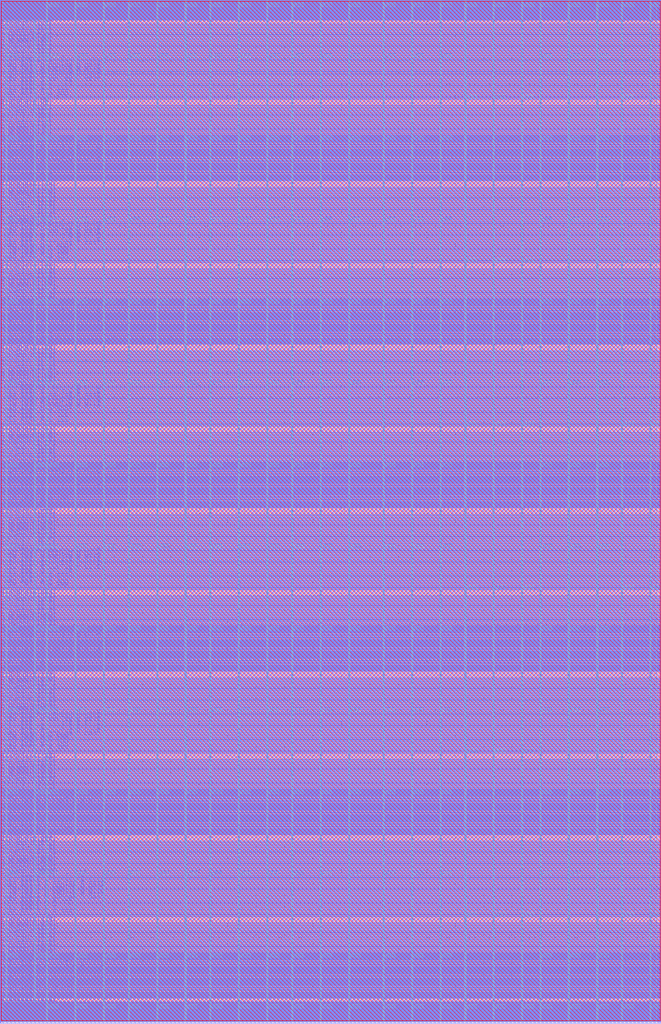
<source format=lef>
VERSION 5.7 ;
  NOWIREEXTENSIONATPIN ON ;
  DIVIDERCHAR "/" ;
  BUSBITCHARS "[]" ;
MACRO eFPGA
  CLASS BLOCK ;
  FOREIGN eFPGA ;
  ORIGIN 0.000 0.000 ;
  SIZE 2324.560 BY 3595.760 ;
  PIN FrameData[0]
    DIRECTION INPUT ;
    USE SIGNAL ;
    ANTENNAGATEAREA 1.102000 ;
    ANTENNADIFFAREA 0.410400 ;
    PORT
      LAYER Metal3 ;
        RECT 0.000 3524.080 0.560 3524.640 ;
    END
  END FrameData[0]
  PIN FrameData[100]
    DIRECTION INPUT ;
    USE SIGNAL ;
    ANTENNAGATEAREA 3.310000 ;
    PORT
      LAYER Metal3 ;
        RECT 0.000 2816.800 1.120 2817.360 ;
    END
  END FrameData[100]
  PIN FrameData[101]
    DIRECTION INPUT ;
    USE SIGNAL ;
    ANTENNAGATEAREA 3.310000 ;
    PORT
      LAYER Metal3 ;
        RECT 0.000 2821.280 1.120 2821.840 ;
    END
  END FrameData[101]
  PIN FrameData[102]
    DIRECTION INPUT ;
    USE SIGNAL ;
    ANTENNAGATEAREA 3.310000 ;
    PORT
      LAYER Metal3 ;
        RECT 0.000 2825.760 1.120 2826.320 ;
    END
  END FrameData[102]
  PIN FrameData[103]
    DIRECTION INPUT ;
    USE SIGNAL ;
    ANTENNAGATEAREA 3.310000 ;
    PORT
      LAYER Metal3 ;
        RECT 0.000 2830.240 1.120 2830.800 ;
    END
  END FrameData[103]
  PIN FrameData[104]
    DIRECTION INPUT ;
    USE SIGNAL ;
    ANTENNAGATEAREA 3.310000 ;
    PORT
      LAYER Metal3 ;
        RECT 0.000 2834.720 1.120 2835.280 ;
    END
  END FrameData[104]
  PIN FrameData[105]
    DIRECTION INPUT ;
    USE SIGNAL ;
    ANTENNAGATEAREA 3.310000 ;
    PORT
      LAYER Metal3 ;
        RECT 0.000 2839.200 1.120 2839.760 ;
    END
  END FrameData[105]
  PIN FrameData[106]
    DIRECTION INPUT ;
    USE SIGNAL ;
    ANTENNAGATEAREA 3.310000 ;
    PORT
      LAYER Metal3 ;
        RECT 0.000 2843.680 1.120 2844.240 ;
    END
  END FrameData[106]
  PIN FrameData[107]
    DIRECTION INPUT ;
    USE SIGNAL ;
    ANTENNAGATEAREA 3.310000 ;
    PORT
      LAYER Metal3 ;
        RECT 0.000 2848.160 1.120 2848.720 ;
    END
  END FrameData[107]
  PIN FrameData[108]
    DIRECTION INPUT ;
    USE SIGNAL ;
    ANTENNAGATEAREA 3.310000 ;
    PORT
      LAYER Metal3 ;
        RECT 0.000 2852.640 1.120 2853.200 ;
    END
  END FrameData[108]
  PIN FrameData[109]
    DIRECTION INPUT ;
    USE SIGNAL ;
    ANTENNAGATEAREA 3.310000 ;
    PORT
      LAYER Metal3 ;
        RECT 0.000 2857.120 1.120 2857.680 ;
    END
  END FrameData[109]
  PIN FrameData[10]
    DIRECTION INPUT ;
    USE SIGNAL ;
    ANTENNAGATEAREA 1.102000 ;
    ANTENNADIFFAREA 0.410400 ;
    PORT
      LAYER Metal3 ;
        RECT 0.000 3546.480 0.560 3547.040 ;
    END
  END FrameData[10]
  PIN FrameData[110]
    DIRECTION INPUT ;
    USE SIGNAL ;
    ANTENNAGATEAREA 3.310000 ;
    PORT
      LAYER Metal3 ;
        RECT 0.000 2861.600 1.120 2862.160 ;
    END
  END FrameData[110]
  PIN FrameData[111]
    DIRECTION INPUT ;
    USE SIGNAL ;
    ANTENNAGATEAREA 3.310000 ;
    PORT
      LAYER Metal3 ;
        RECT 0.000 2866.080 1.120 2866.640 ;
    END
  END FrameData[111]
  PIN FrameData[112]
    DIRECTION INPUT ;
    USE SIGNAL ;
    ANTENNAGATEAREA 3.310000 ;
    PORT
      LAYER Metal3 ;
        RECT 0.000 2870.560 1.120 2871.120 ;
    END
  END FrameData[112]
  PIN FrameData[113]
    DIRECTION INPUT ;
    USE SIGNAL ;
    ANTENNAGATEAREA 3.310000 ;
    PORT
      LAYER Metal3 ;
        RECT 0.000 2875.040 1.120 2875.600 ;
    END
  END FrameData[113]
  PIN FrameData[114]
    DIRECTION INPUT ;
    USE SIGNAL ;
    ANTENNAGATEAREA 3.310000 ;
    PORT
      LAYER Metal3 ;
        RECT 0.000 2879.520 1.120 2880.080 ;
    END
  END FrameData[114]
  PIN FrameData[115]
    DIRECTION INPUT ;
    USE SIGNAL ;
    ANTENNAGATEAREA 3.310000 ;
    PORT
      LAYER Metal3 ;
        RECT 0.000 2884.000 1.120 2884.560 ;
    END
  END FrameData[115]
  PIN FrameData[116]
    DIRECTION INPUT ;
    USE SIGNAL ;
    ANTENNAGATEAREA 3.862000 ;
    PORT
      LAYER Metal3 ;
        RECT 0.000 2888.480 1.120 2889.040 ;
    END
  END FrameData[116]
  PIN FrameData[117]
    DIRECTION INPUT ;
    USE SIGNAL ;
    ANTENNAGATEAREA 3.862000 ;
    PORT
      LAYER Metal3 ;
        RECT 0.000 2892.960 1.120 2893.520 ;
    END
  END FrameData[117]
  PIN FrameData[118]
    DIRECTION INPUT ;
    USE SIGNAL ;
    ANTENNAGATEAREA 3.862000 ;
    PORT
      LAYER Metal3 ;
        RECT 0.000 2897.440 1.120 2898.000 ;
    END
  END FrameData[118]
  PIN FrameData[119]
    DIRECTION INPUT ;
    USE SIGNAL ;
    ANTENNAGATEAREA 3.862000 ;
    PORT
      LAYER Metal3 ;
        RECT 0.000 2901.920 1.120 2902.480 ;
    END
  END FrameData[119]
  PIN FrameData[11]
    DIRECTION INPUT ;
    USE SIGNAL ;
    ANTENNAGATEAREA 1.102000 ;
    ANTENNADIFFAREA 0.410400 ;
    PORT
      LAYER Metal3 ;
        RECT 0.000 3548.720 0.560 3549.280 ;
    END
  END FrameData[11]
  PIN FrameData[120]
    DIRECTION INPUT ;
    USE SIGNAL ;
    ANTENNAGATEAREA 3.862000 ;
    PORT
      LAYER Metal3 ;
        RECT 0.000 2906.400 1.120 2906.960 ;
    END
  END FrameData[120]
  PIN FrameData[121]
    DIRECTION INPUT ;
    USE SIGNAL ;
    ANTENNAGATEAREA 3.862000 ;
    PORT
      LAYER Metal3 ;
        RECT 0.000 2910.880 1.120 2911.440 ;
    END
  END FrameData[121]
  PIN FrameData[122]
    DIRECTION INPUT ;
    USE SIGNAL ;
    ANTENNAGATEAREA 3.862000 ;
    PORT
      LAYER Metal3 ;
        RECT 0.000 2915.360 1.120 2915.920 ;
    END
  END FrameData[122]
  PIN FrameData[123]
    DIRECTION INPUT ;
    USE SIGNAL ;
    ANTENNAGATEAREA 3.862000 ;
    PORT
      LAYER Metal3 ;
        RECT 0.000 2919.840 1.120 2920.400 ;
    END
  END FrameData[123]
  PIN FrameData[124]
    DIRECTION INPUT ;
    USE SIGNAL ;
    ANTENNAGATEAREA 3.862000 ;
    PORT
      LAYER Metal3 ;
        RECT 0.000 2924.320 1.120 2924.880 ;
    END
  END FrameData[124]
  PIN FrameData[125]
    DIRECTION INPUT ;
    USE SIGNAL ;
    ANTENNAGATEAREA 3.862000 ;
    PORT
      LAYER Metal3 ;
        RECT 0.000 2928.800 1.120 2929.360 ;
    END
  END FrameData[125]
  PIN FrameData[126]
    DIRECTION INPUT ;
    USE SIGNAL ;
    ANTENNAGATEAREA 3.862000 ;
    PORT
      LAYER Metal3 ;
        RECT 0.000 2933.280 1.120 2933.840 ;
    END
  END FrameData[126]
  PIN FrameData[127]
    DIRECTION INPUT ;
    USE SIGNAL ;
    ANTENNAGATEAREA 3.862000 ;
    PORT
      LAYER Metal3 ;
        RECT 0.000 2937.760 1.120 2938.320 ;
    END
  END FrameData[127]
  PIN FrameData[128]
    DIRECTION INPUT ;
    USE SIGNAL ;
    ANTENNAGATEAREA 3.310000 ;
    PORT
      LAYER Metal3 ;
        RECT 0.000 2511.600 1.120 2512.160 ;
    END
  END FrameData[128]
  PIN FrameData[129]
    DIRECTION INPUT ;
    USE SIGNAL ;
    ANTENNAGATEAREA 3.310000 ;
    PORT
      LAYER Metal3 ;
        RECT 0.000 2516.080 1.120 2516.640 ;
    END
  END FrameData[129]
  PIN FrameData[12]
    DIRECTION INPUT ;
    USE SIGNAL ;
    ANTENNAGATEAREA 1.102000 ;
    ANTENNADIFFAREA 0.410400 ;
    PORT
      LAYER Metal3 ;
        RECT 0.000 3550.960 0.560 3551.520 ;
    END
  END FrameData[12]
  PIN FrameData[130]
    DIRECTION INPUT ;
    USE SIGNAL ;
    ANTENNAGATEAREA 3.310000 ;
    PORT
      LAYER Metal3 ;
        RECT 0.000 2520.560 1.120 2521.120 ;
    END
  END FrameData[130]
  PIN FrameData[131]
    DIRECTION INPUT ;
    USE SIGNAL ;
    ANTENNAGATEAREA 3.310000 ;
    PORT
      LAYER Metal3 ;
        RECT 0.000 2525.040 1.120 2525.600 ;
    END
  END FrameData[131]
  PIN FrameData[132]
    DIRECTION INPUT ;
    USE SIGNAL ;
    ANTENNAGATEAREA 3.310000 ;
    PORT
      LAYER Metal3 ;
        RECT 0.000 2529.520 1.120 2530.080 ;
    END
  END FrameData[132]
  PIN FrameData[133]
    DIRECTION INPUT ;
    USE SIGNAL ;
    ANTENNAGATEAREA 3.310000 ;
    PORT
      LAYER Metal3 ;
        RECT 0.000 2534.000 1.120 2534.560 ;
    END
  END FrameData[133]
  PIN FrameData[134]
    DIRECTION INPUT ;
    USE SIGNAL ;
    ANTENNAGATEAREA 3.310000 ;
    PORT
      LAYER Metal3 ;
        RECT 0.000 2538.480 1.120 2539.040 ;
    END
  END FrameData[134]
  PIN FrameData[135]
    DIRECTION INPUT ;
    USE SIGNAL ;
    ANTENNAGATEAREA 3.310000 ;
    PORT
      LAYER Metal3 ;
        RECT 0.000 2542.960 1.120 2543.520 ;
    END
  END FrameData[135]
  PIN FrameData[136]
    DIRECTION INPUT ;
    USE SIGNAL ;
    ANTENNAGATEAREA 3.310000 ;
    PORT
      LAYER Metal3 ;
        RECT 0.000 2547.440 1.120 2548.000 ;
    END
  END FrameData[136]
  PIN FrameData[137]
    DIRECTION INPUT ;
    USE SIGNAL ;
    ANTENNAGATEAREA 3.310000 ;
    PORT
      LAYER Metal3 ;
        RECT 0.000 2551.920 1.120 2552.480 ;
    END
  END FrameData[137]
  PIN FrameData[138]
    DIRECTION INPUT ;
    USE SIGNAL ;
    ANTENNAGATEAREA 3.310000 ;
    PORT
      LAYER Metal3 ;
        RECT 0.000 2556.400 1.120 2556.960 ;
    END
  END FrameData[138]
  PIN FrameData[139]
    DIRECTION INPUT ;
    USE SIGNAL ;
    ANTENNAGATEAREA 3.310000 ;
    PORT
      LAYER Metal3 ;
        RECT 0.000 2560.880 1.120 2561.440 ;
    END
  END FrameData[139]
  PIN FrameData[13]
    DIRECTION INPUT ;
    USE SIGNAL ;
    ANTENNAGATEAREA 1.102000 ;
    ANTENNADIFFAREA 0.410400 ;
    PORT
      LAYER Metal3 ;
        RECT 0.000 3553.200 0.560 3553.760 ;
    END
  END FrameData[13]
  PIN FrameData[140]
    DIRECTION INPUT ;
    USE SIGNAL ;
    ANTENNAGATEAREA 3.310000 ;
    PORT
      LAYER Metal3 ;
        RECT 0.000 2565.360 1.120 2565.920 ;
    END
  END FrameData[140]
  PIN FrameData[141]
    DIRECTION INPUT ;
    USE SIGNAL ;
    ANTENNAGATEAREA 3.310000 ;
    PORT
      LAYER Metal3 ;
        RECT 0.000 2569.840 1.120 2570.400 ;
    END
  END FrameData[141]
  PIN FrameData[142]
    DIRECTION INPUT ;
    USE SIGNAL ;
    ANTENNAGATEAREA 3.310000 ;
    PORT
      LAYER Metal3 ;
        RECT 0.000 2574.320 1.120 2574.880 ;
    END
  END FrameData[142]
  PIN FrameData[143]
    DIRECTION INPUT ;
    USE SIGNAL ;
    ANTENNAGATEAREA 3.310000 ;
    PORT
      LAYER Metal3 ;
        RECT 0.000 2578.800 1.120 2579.360 ;
    END
  END FrameData[143]
  PIN FrameData[144]
    DIRECTION INPUT ;
    USE SIGNAL ;
    ANTENNAGATEAREA 3.310000 ;
    PORT
      LAYER Metal3 ;
        RECT 0.000 2583.280 1.120 2583.840 ;
    END
  END FrameData[144]
  PIN FrameData[145]
    DIRECTION INPUT ;
    USE SIGNAL ;
    ANTENNAGATEAREA 3.310000 ;
    PORT
      LAYER Metal3 ;
        RECT 0.000 2587.760 1.120 2588.320 ;
    END
  END FrameData[145]
  PIN FrameData[146]
    DIRECTION INPUT ;
    USE SIGNAL ;
    ANTENNAGATEAREA 3.310000 ;
    PORT
      LAYER Metal3 ;
        RECT 0.000 2592.240 1.120 2592.800 ;
    END
  END FrameData[146]
  PIN FrameData[147]
    DIRECTION INPUT ;
    USE SIGNAL ;
    ANTENNAGATEAREA 3.310000 ;
    PORT
      LAYER Metal3 ;
        RECT 0.000 2596.720 1.120 2597.280 ;
    END
  END FrameData[147]
  PIN FrameData[148]
    DIRECTION INPUT ;
    USE SIGNAL ;
    ANTENNAGATEAREA 3.862000 ;
    PORT
      LAYER Metal3 ;
        RECT 0.000 2601.200 1.120 2601.760 ;
    END
  END FrameData[148]
  PIN FrameData[149]
    DIRECTION INPUT ;
    USE SIGNAL ;
    ANTENNAGATEAREA 3.862000 ;
    PORT
      LAYER Metal3 ;
        RECT 0.000 2605.680 1.120 2606.240 ;
    END
  END FrameData[149]
  PIN FrameData[14]
    DIRECTION INPUT ;
    USE SIGNAL ;
    ANTENNAGATEAREA 1.102000 ;
    ANTENNADIFFAREA 0.410400 ;
    PORT
      LAYER Metal3 ;
        RECT 0.000 3555.440 0.560 3556.000 ;
    END
  END FrameData[14]
  PIN FrameData[150]
    DIRECTION INPUT ;
    USE SIGNAL ;
    ANTENNAGATEAREA 3.862000 ;
    PORT
      LAYER Metal3 ;
        RECT 0.000 2610.160 1.120 2610.720 ;
    END
  END FrameData[150]
  PIN FrameData[151]
    DIRECTION INPUT ;
    USE SIGNAL ;
    ANTENNAGATEAREA 3.862000 ;
    PORT
      LAYER Metal3 ;
        RECT 0.000 2614.640 1.120 2615.200 ;
    END
  END FrameData[151]
  PIN FrameData[152]
    DIRECTION INPUT ;
    USE SIGNAL ;
    ANTENNAGATEAREA 3.862000 ;
    PORT
      LAYER Metal3 ;
        RECT 0.000 2619.120 1.120 2619.680 ;
    END
  END FrameData[152]
  PIN FrameData[153]
    DIRECTION INPUT ;
    USE SIGNAL ;
    ANTENNAGATEAREA 3.862000 ;
    PORT
      LAYER Metal3 ;
        RECT 0.000 2623.600 1.120 2624.160 ;
    END
  END FrameData[153]
  PIN FrameData[154]
    DIRECTION INPUT ;
    USE SIGNAL ;
    ANTENNAGATEAREA 3.862000 ;
    PORT
      LAYER Metal3 ;
        RECT 0.000 2628.080 1.120 2628.640 ;
    END
  END FrameData[154]
  PIN FrameData[155]
    DIRECTION INPUT ;
    USE SIGNAL ;
    ANTENNAGATEAREA 3.862000 ;
    PORT
      LAYER Metal3 ;
        RECT 0.000 2632.560 1.120 2633.120 ;
    END
  END FrameData[155]
  PIN FrameData[156]
    DIRECTION INPUT ;
    USE SIGNAL ;
    ANTENNAGATEAREA 3.862000 ;
    PORT
      LAYER Metal3 ;
        RECT 0.000 2637.040 1.120 2637.600 ;
    END
  END FrameData[156]
  PIN FrameData[157]
    DIRECTION INPUT ;
    USE SIGNAL ;
    ANTENNAGATEAREA 3.862000 ;
    PORT
      LAYER Metal3 ;
        RECT 0.000 2641.520 1.120 2642.080 ;
    END
  END FrameData[157]
  PIN FrameData[158]
    DIRECTION INPUT ;
    USE SIGNAL ;
    ANTENNAGATEAREA 3.862000 ;
    PORT
      LAYER Metal3 ;
        RECT 0.000 2646.000 1.120 2646.560 ;
    END
  END FrameData[158]
  PIN FrameData[159]
    DIRECTION INPUT ;
    USE SIGNAL ;
    ANTENNAGATEAREA 3.862000 ;
    PORT
      LAYER Metal3 ;
        RECT 0.000 2650.480 1.120 2651.040 ;
    END
  END FrameData[159]
  PIN FrameData[15]
    DIRECTION INPUT ;
    USE SIGNAL ;
    ANTENNAGATEAREA 1.102000 ;
    ANTENNADIFFAREA 0.410400 ;
    PORT
      LAYER Metal3 ;
        RECT 0.000 3557.680 0.560 3558.240 ;
    END
  END FrameData[15]
  PIN FrameData[160]
    DIRECTION INPUT ;
    USE SIGNAL ;
    ANTENNAGATEAREA 3.310000 ;
    PORT
      LAYER Metal3 ;
        RECT 0.000 2224.320 1.120 2224.880 ;
    END
  END FrameData[160]
  PIN FrameData[161]
    DIRECTION INPUT ;
    USE SIGNAL ;
    ANTENNAGATEAREA 3.310000 ;
    PORT
      LAYER Metal3 ;
        RECT 0.000 2228.800 1.120 2229.360 ;
    END
  END FrameData[161]
  PIN FrameData[162]
    DIRECTION INPUT ;
    USE SIGNAL ;
    ANTENNAGATEAREA 3.310000 ;
    PORT
      LAYER Metal3 ;
        RECT 0.000 2233.280 1.120 2233.840 ;
    END
  END FrameData[162]
  PIN FrameData[163]
    DIRECTION INPUT ;
    USE SIGNAL ;
    ANTENNAGATEAREA 3.310000 ;
    PORT
      LAYER Metal3 ;
        RECT 0.000 2237.760 1.120 2238.320 ;
    END
  END FrameData[163]
  PIN FrameData[164]
    DIRECTION INPUT ;
    USE SIGNAL ;
    ANTENNAGATEAREA 3.310000 ;
    PORT
      LAYER Metal3 ;
        RECT 0.000 2242.240 1.120 2242.800 ;
    END
  END FrameData[164]
  PIN FrameData[165]
    DIRECTION INPUT ;
    USE SIGNAL ;
    ANTENNAGATEAREA 3.310000 ;
    PORT
      LAYER Metal3 ;
        RECT 0.000 2246.720 1.120 2247.280 ;
    END
  END FrameData[165]
  PIN FrameData[166]
    DIRECTION INPUT ;
    USE SIGNAL ;
    ANTENNAGATEAREA 3.310000 ;
    PORT
      LAYER Metal3 ;
        RECT 0.000 2251.200 1.120 2251.760 ;
    END
  END FrameData[166]
  PIN FrameData[167]
    DIRECTION INPUT ;
    USE SIGNAL ;
    ANTENNAGATEAREA 3.310000 ;
    PORT
      LAYER Metal3 ;
        RECT 0.000 2255.680 1.120 2256.240 ;
    END
  END FrameData[167]
  PIN FrameData[168]
    DIRECTION INPUT ;
    USE SIGNAL ;
    ANTENNAGATEAREA 3.310000 ;
    PORT
      LAYER Metal3 ;
        RECT 0.000 2260.160 1.120 2260.720 ;
    END
  END FrameData[168]
  PIN FrameData[169]
    DIRECTION INPUT ;
    USE SIGNAL ;
    ANTENNAGATEAREA 3.310000 ;
    PORT
      LAYER Metal3 ;
        RECT 0.000 2264.640 1.120 2265.200 ;
    END
  END FrameData[169]
  PIN FrameData[16]
    DIRECTION INPUT ;
    USE SIGNAL ;
    ANTENNAGATEAREA 1.102000 ;
    ANTENNADIFFAREA 0.410400 ;
    PORT
      LAYER Metal3 ;
        RECT 0.000 3559.920 0.560 3560.480 ;
    END
  END FrameData[16]
  PIN FrameData[170]
    DIRECTION INPUT ;
    USE SIGNAL ;
    ANTENNAGATEAREA 3.310000 ;
    PORT
      LAYER Metal3 ;
        RECT 0.000 2269.120 1.120 2269.680 ;
    END
  END FrameData[170]
  PIN FrameData[171]
    DIRECTION INPUT ;
    USE SIGNAL ;
    ANTENNAGATEAREA 3.310000 ;
    PORT
      LAYER Metal3 ;
        RECT 0.000 2273.600 1.120 2274.160 ;
    END
  END FrameData[171]
  PIN FrameData[172]
    DIRECTION INPUT ;
    USE SIGNAL ;
    ANTENNAGATEAREA 3.310000 ;
    PORT
      LAYER Metal3 ;
        RECT 0.000 2278.080 1.120 2278.640 ;
    END
  END FrameData[172]
  PIN FrameData[173]
    DIRECTION INPUT ;
    USE SIGNAL ;
    ANTENNAGATEAREA 3.310000 ;
    PORT
      LAYER Metal3 ;
        RECT 0.000 2282.560 1.120 2283.120 ;
    END
  END FrameData[173]
  PIN FrameData[174]
    DIRECTION INPUT ;
    USE SIGNAL ;
    ANTENNAGATEAREA 3.310000 ;
    PORT
      LAYER Metal3 ;
        RECT 0.000 2287.040 1.120 2287.600 ;
    END
  END FrameData[174]
  PIN FrameData[175]
    DIRECTION INPUT ;
    USE SIGNAL ;
    ANTENNAGATEAREA 3.310000 ;
    PORT
      LAYER Metal3 ;
        RECT 0.000 2291.520 1.120 2292.080 ;
    END
  END FrameData[175]
  PIN FrameData[176]
    DIRECTION INPUT ;
    USE SIGNAL ;
    ANTENNAGATEAREA 3.310000 ;
    PORT
      LAYER Metal3 ;
        RECT 0.000 2296.000 1.120 2296.560 ;
    END
  END FrameData[176]
  PIN FrameData[177]
    DIRECTION INPUT ;
    USE SIGNAL ;
    ANTENNAGATEAREA 3.310000 ;
    PORT
      LAYER Metal3 ;
        RECT 0.000 2300.480 1.120 2301.040 ;
    END
  END FrameData[177]
  PIN FrameData[178]
    DIRECTION INPUT ;
    USE SIGNAL ;
    ANTENNAGATEAREA 3.310000 ;
    PORT
      LAYER Metal3 ;
        RECT 0.000 2304.960 1.120 2305.520 ;
    END
  END FrameData[178]
  PIN FrameData[179]
    DIRECTION INPUT ;
    USE SIGNAL ;
    ANTENNAGATEAREA 3.310000 ;
    PORT
      LAYER Metal3 ;
        RECT 0.000 2309.440 1.120 2310.000 ;
    END
  END FrameData[179]
  PIN FrameData[17]
    DIRECTION INPUT ;
    USE SIGNAL ;
    ANTENNAGATEAREA 1.102000 ;
    ANTENNADIFFAREA 0.410400 ;
    PORT
      LAYER Metal3 ;
        RECT 0.000 3562.160 0.560 3562.720 ;
    END
  END FrameData[17]
  PIN FrameData[180]
    DIRECTION INPUT ;
    USE SIGNAL ;
    ANTENNAGATEAREA 3.862000 ;
    PORT
      LAYER Metal3 ;
        RECT 0.000 2313.920 1.120 2314.480 ;
    END
  END FrameData[180]
  PIN FrameData[181]
    DIRECTION INPUT ;
    USE SIGNAL ;
    ANTENNAGATEAREA 3.862000 ;
    PORT
      LAYER Metal3 ;
        RECT 0.000 2318.400 1.120 2318.960 ;
    END
  END FrameData[181]
  PIN FrameData[182]
    DIRECTION INPUT ;
    USE SIGNAL ;
    ANTENNAGATEAREA 3.862000 ;
    PORT
      LAYER Metal3 ;
        RECT 0.000 2322.880 1.120 2323.440 ;
    END
  END FrameData[182]
  PIN FrameData[183]
    DIRECTION INPUT ;
    USE SIGNAL ;
    ANTENNAGATEAREA 3.862000 ;
    PORT
      LAYER Metal3 ;
        RECT 0.000 2327.360 1.120 2327.920 ;
    END
  END FrameData[183]
  PIN FrameData[184]
    DIRECTION INPUT ;
    USE SIGNAL ;
    ANTENNAGATEAREA 3.862000 ;
    PORT
      LAYER Metal3 ;
        RECT 0.000 2331.840 1.120 2332.400 ;
    END
  END FrameData[184]
  PIN FrameData[185]
    DIRECTION INPUT ;
    USE SIGNAL ;
    ANTENNAGATEAREA 3.862000 ;
    PORT
      LAYER Metal3 ;
        RECT 0.000 2336.320 1.120 2336.880 ;
    END
  END FrameData[185]
  PIN FrameData[186]
    DIRECTION INPUT ;
    USE SIGNAL ;
    ANTENNAGATEAREA 3.862000 ;
    PORT
      LAYER Metal3 ;
        RECT 0.000 2340.800 1.120 2341.360 ;
    END
  END FrameData[186]
  PIN FrameData[187]
    DIRECTION INPUT ;
    USE SIGNAL ;
    ANTENNAGATEAREA 3.862000 ;
    PORT
      LAYER Metal3 ;
        RECT 0.000 2345.280 1.120 2345.840 ;
    END
  END FrameData[187]
  PIN FrameData[188]
    DIRECTION INPUT ;
    USE SIGNAL ;
    ANTENNAGATEAREA 3.862000 ;
    PORT
      LAYER Metal3 ;
        RECT 0.000 2349.760 1.120 2350.320 ;
    END
  END FrameData[188]
  PIN FrameData[189]
    DIRECTION INPUT ;
    USE SIGNAL ;
    ANTENNAGATEAREA 3.862000 ;
    PORT
      LAYER Metal3 ;
        RECT 0.000 2354.240 1.120 2354.800 ;
    END
  END FrameData[189]
  PIN FrameData[18]
    DIRECTION INPUT ;
    USE SIGNAL ;
    ANTENNAGATEAREA 1.102000 ;
    ANTENNADIFFAREA 0.410400 ;
    PORT
      LAYER Metal3 ;
        RECT 0.000 3564.400 0.560 3564.960 ;
    END
  END FrameData[18]
  PIN FrameData[190]
    DIRECTION INPUT ;
    USE SIGNAL ;
    ANTENNAGATEAREA 3.862000 ;
    PORT
      LAYER Metal3 ;
        RECT 0.000 2358.720 1.120 2359.280 ;
    END
  END FrameData[190]
  PIN FrameData[191]
    DIRECTION INPUT ;
    USE SIGNAL ;
    ANTENNAGATEAREA 3.862000 ;
    PORT
      LAYER Metal3 ;
        RECT 0.000 2363.200 1.120 2363.760 ;
    END
  END FrameData[191]
  PIN FrameData[192]
    DIRECTION INPUT ;
    USE SIGNAL ;
    ANTENNAGATEAREA 3.310000 ;
    PORT
      LAYER Metal3 ;
        RECT 0.000 1937.040 1.120 1937.600 ;
    END
  END FrameData[192]
  PIN FrameData[193]
    DIRECTION INPUT ;
    USE SIGNAL ;
    ANTENNAGATEAREA 3.310000 ;
    PORT
      LAYER Metal3 ;
        RECT 0.000 1941.520 1.120 1942.080 ;
    END
  END FrameData[193]
  PIN FrameData[194]
    DIRECTION INPUT ;
    USE SIGNAL ;
    ANTENNAGATEAREA 3.310000 ;
    PORT
      LAYER Metal3 ;
        RECT 0.000 1946.000 1.120 1946.560 ;
    END
  END FrameData[194]
  PIN FrameData[195]
    DIRECTION INPUT ;
    USE SIGNAL ;
    ANTENNAGATEAREA 3.310000 ;
    PORT
      LAYER Metal3 ;
        RECT 0.000 1950.480 1.120 1951.040 ;
    END
  END FrameData[195]
  PIN FrameData[196]
    DIRECTION INPUT ;
    USE SIGNAL ;
    ANTENNAGATEAREA 3.310000 ;
    PORT
      LAYER Metal3 ;
        RECT 0.000 1954.960 1.120 1955.520 ;
    END
  END FrameData[196]
  PIN FrameData[197]
    DIRECTION INPUT ;
    USE SIGNAL ;
    ANTENNAGATEAREA 3.310000 ;
    PORT
      LAYER Metal3 ;
        RECT 0.000 1959.440 1.120 1960.000 ;
    END
  END FrameData[197]
  PIN FrameData[198]
    DIRECTION INPUT ;
    USE SIGNAL ;
    ANTENNAGATEAREA 3.310000 ;
    PORT
      LAYER Metal3 ;
        RECT 0.000 1963.920 1.120 1964.480 ;
    END
  END FrameData[198]
  PIN FrameData[199]
    DIRECTION INPUT ;
    USE SIGNAL ;
    ANTENNAGATEAREA 3.310000 ;
    PORT
      LAYER Metal3 ;
        RECT 0.000 1968.400 1.120 1968.960 ;
    END
  END FrameData[199]
  PIN FrameData[19]
    DIRECTION INPUT ;
    USE SIGNAL ;
    ANTENNAGATEAREA 1.102000 ;
    ANTENNADIFFAREA 0.410400 ;
    PORT
      LAYER Metal3 ;
        RECT 0.000 3566.640 0.560 3567.200 ;
    END
  END FrameData[19]
  PIN FrameData[1]
    DIRECTION INPUT ;
    USE SIGNAL ;
    ANTENNAGATEAREA 1.102000 ;
    ANTENNADIFFAREA 0.410400 ;
    PORT
      LAYER Metal3 ;
        RECT 0.000 3526.320 0.560 3526.880 ;
    END
  END FrameData[1]
  PIN FrameData[200]
    DIRECTION INPUT ;
    USE SIGNAL ;
    ANTENNAGATEAREA 3.310000 ;
    PORT
      LAYER Metal3 ;
        RECT 0.000 1972.880 1.120 1973.440 ;
    END
  END FrameData[200]
  PIN FrameData[201]
    DIRECTION INPUT ;
    USE SIGNAL ;
    ANTENNAGATEAREA 3.310000 ;
    PORT
      LAYER Metal3 ;
        RECT 0.000 1977.360 1.120 1977.920 ;
    END
  END FrameData[201]
  PIN FrameData[202]
    DIRECTION INPUT ;
    USE SIGNAL ;
    ANTENNAGATEAREA 3.310000 ;
    PORT
      LAYER Metal3 ;
        RECT 0.000 1981.840 1.120 1982.400 ;
    END
  END FrameData[202]
  PIN FrameData[203]
    DIRECTION INPUT ;
    USE SIGNAL ;
    ANTENNAGATEAREA 3.310000 ;
    PORT
      LAYER Metal3 ;
        RECT 0.000 1986.320 1.120 1986.880 ;
    END
  END FrameData[203]
  PIN FrameData[204]
    DIRECTION INPUT ;
    USE SIGNAL ;
    ANTENNAGATEAREA 3.310000 ;
    PORT
      LAYER Metal3 ;
        RECT 0.000 1990.800 1.120 1991.360 ;
    END
  END FrameData[204]
  PIN FrameData[205]
    DIRECTION INPUT ;
    USE SIGNAL ;
    ANTENNAGATEAREA 3.310000 ;
    PORT
      LAYER Metal3 ;
        RECT 0.000 1995.280 1.120 1995.840 ;
    END
  END FrameData[205]
  PIN FrameData[206]
    DIRECTION INPUT ;
    USE SIGNAL ;
    ANTENNAGATEAREA 3.310000 ;
    PORT
      LAYER Metal3 ;
        RECT 0.000 1999.760 1.120 2000.320 ;
    END
  END FrameData[206]
  PIN FrameData[207]
    DIRECTION INPUT ;
    USE SIGNAL ;
    ANTENNAGATEAREA 3.310000 ;
    PORT
      LAYER Metal3 ;
        RECT 0.000 2004.240 1.120 2004.800 ;
    END
  END FrameData[207]
  PIN FrameData[208]
    DIRECTION INPUT ;
    USE SIGNAL ;
    ANTENNAGATEAREA 3.310000 ;
    PORT
      LAYER Metal3 ;
        RECT 0.000 2008.720 1.120 2009.280 ;
    END
  END FrameData[208]
  PIN FrameData[209]
    DIRECTION INPUT ;
    USE SIGNAL ;
    ANTENNAGATEAREA 3.310000 ;
    PORT
      LAYER Metal3 ;
        RECT 0.000 2013.200 1.120 2013.760 ;
    END
  END FrameData[209]
  PIN FrameData[20]
    DIRECTION INPUT ;
    USE SIGNAL ;
    ANTENNAGATEAREA 1.102000 ;
    ANTENNADIFFAREA 0.410400 ;
    PORT
      LAYER Metal3 ;
        RECT 0.000 3568.880 0.560 3569.440 ;
    END
  END FrameData[20]
  PIN FrameData[210]
    DIRECTION INPUT ;
    USE SIGNAL ;
    ANTENNAGATEAREA 3.310000 ;
    PORT
      LAYER Metal3 ;
        RECT 0.000 2017.680 1.120 2018.240 ;
    END
  END FrameData[210]
  PIN FrameData[211]
    DIRECTION INPUT ;
    USE SIGNAL ;
    ANTENNAGATEAREA 3.310000 ;
    PORT
      LAYER Metal3 ;
        RECT 0.000 2022.160 1.120 2022.720 ;
    END
  END FrameData[211]
  PIN FrameData[212]
    DIRECTION INPUT ;
    USE SIGNAL ;
    ANTENNAGATEAREA 3.862000 ;
    PORT
      LAYER Metal3 ;
        RECT 0.000 2026.640 1.120 2027.200 ;
    END
  END FrameData[212]
  PIN FrameData[213]
    DIRECTION INPUT ;
    USE SIGNAL ;
    ANTENNAGATEAREA 3.862000 ;
    PORT
      LAYER Metal3 ;
        RECT 0.000 2031.120 1.120 2031.680 ;
    END
  END FrameData[213]
  PIN FrameData[214]
    DIRECTION INPUT ;
    USE SIGNAL ;
    ANTENNAGATEAREA 3.862000 ;
    PORT
      LAYER Metal3 ;
        RECT 0.000 2035.600 1.120 2036.160 ;
    END
  END FrameData[214]
  PIN FrameData[215]
    DIRECTION INPUT ;
    USE SIGNAL ;
    ANTENNAGATEAREA 3.862000 ;
    PORT
      LAYER Metal3 ;
        RECT 0.000 2040.080 1.120 2040.640 ;
    END
  END FrameData[215]
  PIN FrameData[216]
    DIRECTION INPUT ;
    USE SIGNAL ;
    ANTENNAGATEAREA 3.862000 ;
    PORT
      LAYER Metal3 ;
        RECT 0.000 2044.560 1.120 2045.120 ;
    END
  END FrameData[216]
  PIN FrameData[217]
    DIRECTION INPUT ;
    USE SIGNAL ;
    ANTENNAGATEAREA 3.862000 ;
    PORT
      LAYER Metal3 ;
        RECT 0.000 2049.040 1.120 2049.600 ;
    END
  END FrameData[217]
  PIN FrameData[218]
    DIRECTION INPUT ;
    USE SIGNAL ;
    ANTENNAGATEAREA 3.862000 ;
    PORT
      LAYER Metal3 ;
        RECT 0.000 2053.520 1.120 2054.080 ;
    END
  END FrameData[218]
  PIN FrameData[219]
    DIRECTION INPUT ;
    USE SIGNAL ;
    ANTENNAGATEAREA 3.862000 ;
    PORT
      LAYER Metal3 ;
        RECT 0.000 2058.000 1.120 2058.560 ;
    END
  END FrameData[219]
  PIN FrameData[21]
    DIRECTION INPUT ;
    USE SIGNAL ;
    ANTENNAGATEAREA 1.102000 ;
    ANTENNADIFFAREA 0.410400 ;
    PORT
      LAYER Metal3 ;
        RECT 0.000 3571.120 0.560 3571.680 ;
    END
  END FrameData[21]
  PIN FrameData[220]
    DIRECTION INPUT ;
    USE SIGNAL ;
    ANTENNAGATEAREA 3.862000 ;
    PORT
      LAYER Metal3 ;
        RECT 0.000 2062.480 1.120 2063.040 ;
    END
  END FrameData[220]
  PIN FrameData[221]
    DIRECTION INPUT ;
    USE SIGNAL ;
    ANTENNAGATEAREA 3.862000 ;
    PORT
      LAYER Metal3 ;
        RECT 0.000 2066.960 1.120 2067.520 ;
    END
  END FrameData[221]
  PIN FrameData[222]
    DIRECTION INPUT ;
    USE SIGNAL ;
    ANTENNAGATEAREA 3.862000 ;
    PORT
      LAYER Metal3 ;
        RECT 0.000 2071.440 1.120 2072.000 ;
    END
  END FrameData[222]
  PIN FrameData[223]
    DIRECTION INPUT ;
    USE SIGNAL ;
    ANTENNAGATEAREA 3.862000 ;
    PORT
      LAYER Metal3 ;
        RECT 0.000 2075.920 1.120 2076.480 ;
    END
  END FrameData[223]
  PIN FrameData[224]
    DIRECTION INPUT ;
    USE SIGNAL ;
    ANTENNAGATEAREA 3.310000 ;
    PORT
      LAYER Metal3 ;
        RECT 0.000 1649.760 1.120 1650.320 ;
    END
  END FrameData[224]
  PIN FrameData[225]
    DIRECTION INPUT ;
    USE SIGNAL ;
    ANTENNAGATEAREA 3.310000 ;
    PORT
      LAYER Metal3 ;
        RECT 0.000 1654.240 1.120 1654.800 ;
    END
  END FrameData[225]
  PIN FrameData[226]
    DIRECTION INPUT ;
    USE SIGNAL ;
    ANTENNAGATEAREA 3.310000 ;
    PORT
      LAYER Metal3 ;
        RECT 0.000 1658.720 1.120 1659.280 ;
    END
  END FrameData[226]
  PIN FrameData[227]
    DIRECTION INPUT ;
    USE SIGNAL ;
    ANTENNAGATEAREA 3.310000 ;
    PORT
      LAYER Metal3 ;
        RECT 0.000 1663.200 1.120 1663.760 ;
    END
  END FrameData[227]
  PIN FrameData[228]
    DIRECTION INPUT ;
    USE SIGNAL ;
    ANTENNAGATEAREA 3.310000 ;
    PORT
      LAYER Metal3 ;
        RECT 0.000 1667.680 1.120 1668.240 ;
    END
  END FrameData[228]
  PIN FrameData[229]
    DIRECTION INPUT ;
    USE SIGNAL ;
    ANTENNAGATEAREA 3.310000 ;
    PORT
      LAYER Metal3 ;
        RECT 0.000 1672.160 1.120 1672.720 ;
    END
  END FrameData[229]
  PIN FrameData[22]
    DIRECTION INPUT ;
    USE SIGNAL ;
    ANTENNAGATEAREA 1.102000 ;
    ANTENNADIFFAREA 0.410400 ;
    PORT
      LAYER Metal3 ;
        RECT 0.000 3573.360 0.560 3573.920 ;
    END
  END FrameData[22]
  PIN FrameData[230]
    DIRECTION INPUT ;
    USE SIGNAL ;
    ANTENNAGATEAREA 3.310000 ;
    PORT
      LAYER Metal3 ;
        RECT 0.000 1676.640 1.120 1677.200 ;
    END
  END FrameData[230]
  PIN FrameData[231]
    DIRECTION INPUT ;
    USE SIGNAL ;
    ANTENNAGATEAREA 3.310000 ;
    PORT
      LAYER Metal3 ;
        RECT 0.000 1681.120 1.120 1681.680 ;
    END
  END FrameData[231]
  PIN FrameData[232]
    DIRECTION INPUT ;
    USE SIGNAL ;
    ANTENNAGATEAREA 3.310000 ;
    PORT
      LAYER Metal3 ;
        RECT 0.000 1685.600 1.120 1686.160 ;
    END
  END FrameData[232]
  PIN FrameData[233]
    DIRECTION INPUT ;
    USE SIGNAL ;
    ANTENNAGATEAREA 3.310000 ;
    PORT
      LAYER Metal3 ;
        RECT 0.000 1690.080 1.120 1690.640 ;
    END
  END FrameData[233]
  PIN FrameData[234]
    DIRECTION INPUT ;
    USE SIGNAL ;
    ANTENNAGATEAREA 3.310000 ;
    PORT
      LAYER Metal3 ;
        RECT 0.000 1694.560 1.120 1695.120 ;
    END
  END FrameData[234]
  PIN FrameData[235]
    DIRECTION INPUT ;
    USE SIGNAL ;
    ANTENNAGATEAREA 3.310000 ;
    PORT
      LAYER Metal3 ;
        RECT 0.000 1699.040 1.120 1699.600 ;
    END
  END FrameData[235]
  PIN FrameData[236]
    DIRECTION INPUT ;
    USE SIGNAL ;
    ANTENNAGATEAREA 3.310000 ;
    PORT
      LAYER Metal3 ;
        RECT 0.000 1703.520 1.120 1704.080 ;
    END
  END FrameData[236]
  PIN FrameData[237]
    DIRECTION INPUT ;
    USE SIGNAL ;
    ANTENNAGATEAREA 3.310000 ;
    PORT
      LAYER Metal3 ;
        RECT 0.000 1708.000 1.120 1708.560 ;
    END
  END FrameData[237]
  PIN FrameData[238]
    DIRECTION INPUT ;
    USE SIGNAL ;
    ANTENNAGATEAREA 3.310000 ;
    PORT
      LAYER Metal3 ;
        RECT 0.000 1712.480 1.120 1713.040 ;
    END
  END FrameData[238]
  PIN FrameData[239]
    DIRECTION INPUT ;
    USE SIGNAL ;
    ANTENNAGATEAREA 3.310000 ;
    PORT
      LAYER Metal3 ;
        RECT 0.000 1716.960 1.120 1717.520 ;
    END
  END FrameData[239]
  PIN FrameData[23]
    DIRECTION INPUT ;
    USE SIGNAL ;
    ANTENNAGATEAREA 1.102000 ;
    ANTENNADIFFAREA 0.410400 ;
    PORT
      LAYER Metal3 ;
        RECT 0.000 3575.600 0.560 3576.160 ;
    END
  END FrameData[23]
  PIN FrameData[240]
    DIRECTION INPUT ;
    USE SIGNAL ;
    ANTENNAGATEAREA 3.310000 ;
    PORT
      LAYER Metal3 ;
        RECT 0.000 1721.440 1.120 1722.000 ;
    END
  END FrameData[240]
  PIN FrameData[241]
    DIRECTION INPUT ;
    USE SIGNAL ;
    ANTENNAGATEAREA 3.310000 ;
    PORT
      LAYER Metal3 ;
        RECT 0.000 1725.920 1.120 1726.480 ;
    END
  END FrameData[241]
  PIN FrameData[242]
    DIRECTION INPUT ;
    USE SIGNAL ;
    ANTENNAGATEAREA 3.310000 ;
    PORT
      LAYER Metal3 ;
        RECT 0.000 1730.400 1.120 1730.960 ;
    END
  END FrameData[242]
  PIN FrameData[243]
    DIRECTION INPUT ;
    USE SIGNAL ;
    ANTENNAGATEAREA 3.310000 ;
    PORT
      LAYER Metal3 ;
        RECT 0.000 1734.880 1.120 1735.440 ;
    END
  END FrameData[243]
  PIN FrameData[244]
    DIRECTION INPUT ;
    USE SIGNAL ;
    ANTENNAGATEAREA 3.862000 ;
    PORT
      LAYER Metal3 ;
        RECT 0.000 1739.360 1.120 1739.920 ;
    END
  END FrameData[244]
  PIN FrameData[245]
    DIRECTION INPUT ;
    USE SIGNAL ;
    ANTENNAGATEAREA 3.862000 ;
    PORT
      LAYER Metal3 ;
        RECT 0.000 1743.840 1.120 1744.400 ;
    END
  END FrameData[245]
  PIN FrameData[246]
    DIRECTION INPUT ;
    USE SIGNAL ;
    ANTENNAGATEAREA 3.862000 ;
    PORT
      LAYER Metal3 ;
        RECT 0.000 1748.320 1.120 1748.880 ;
    END
  END FrameData[246]
  PIN FrameData[247]
    DIRECTION INPUT ;
    USE SIGNAL ;
    ANTENNAGATEAREA 3.862000 ;
    PORT
      LAYER Metal3 ;
        RECT 0.000 1752.800 1.120 1753.360 ;
    END
  END FrameData[247]
  PIN FrameData[248]
    DIRECTION INPUT ;
    USE SIGNAL ;
    ANTENNAGATEAREA 3.862000 ;
    PORT
      LAYER Metal3 ;
        RECT 0.000 1757.280 1.120 1757.840 ;
    END
  END FrameData[248]
  PIN FrameData[249]
    DIRECTION INPUT ;
    USE SIGNAL ;
    ANTENNAGATEAREA 3.862000 ;
    PORT
      LAYER Metal3 ;
        RECT 0.000 1761.760 1.120 1762.320 ;
    END
  END FrameData[249]
  PIN FrameData[24]
    DIRECTION INPUT ;
    USE SIGNAL ;
    ANTENNAGATEAREA 1.102000 ;
    ANTENNADIFFAREA 0.410400 ;
    PORT
      LAYER Metal3 ;
        RECT 0.000 3577.840 0.560 3578.400 ;
    END
  END FrameData[24]
  PIN FrameData[250]
    DIRECTION INPUT ;
    USE SIGNAL ;
    ANTENNAGATEAREA 3.862000 ;
    PORT
      LAYER Metal3 ;
        RECT 0.000 1766.240 1.120 1766.800 ;
    END
  END FrameData[250]
  PIN FrameData[251]
    DIRECTION INPUT ;
    USE SIGNAL ;
    ANTENNAGATEAREA 3.862000 ;
    PORT
      LAYER Metal3 ;
        RECT 0.000 1770.720 1.120 1771.280 ;
    END
  END FrameData[251]
  PIN FrameData[252]
    DIRECTION INPUT ;
    USE SIGNAL ;
    ANTENNAGATEAREA 3.862000 ;
    PORT
      LAYER Metal3 ;
        RECT 0.000 1775.200 1.120 1775.760 ;
    END
  END FrameData[252]
  PIN FrameData[253]
    DIRECTION INPUT ;
    USE SIGNAL ;
    ANTENNAGATEAREA 3.862000 ;
    PORT
      LAYER Metal3 ;
        RECT 0.000 1779.680 1.120 1780.240 ;
    END
  END FrameData[253]
  PIN FrameData[254]
    DIRECTION INPUT ;
    USE SIGNAL ;
    ANTENNAGATEAREA 3.862000 ;
    PORT
      LAYER Metal3 ;
        RECT 0.000 1784.160 1.120 1784.720 ;
    END
  END FrameData[254]
  PIN FrameData[255]
    DIRECTION INPUT ;
    USE SIGNAL ;
    ANTENNAGATEAREA 3.862000 ;
    PORT
      LAYER Metal3 ;
        RECT 0.000 1788.640 1.120 1789.200 ;
    END
  END FrameData[255]
  PIN FrameData[256]
    DIRECTION INPUT ;
    USE SIGNAL ;
    ANTENNAGATEAREA 3.310000 ;
    PORT
      LAYER Metal3 ;
        RECT 0.000 1362.480 1.120 1363.040 ;
    END
  END FrameData[256]
  PIN FrameData[257]
    DIRECTION INPUT ;
    USE SIGNAL ;
    ANTENNAGATEAREA 3.310000 ;
    PORT
      LAYER Metal3 ;
        RECT 0.000 1366.960 1.120 1367.520 ;
    END
  END FrameData[257]
  PIN FrameData[258]
    DIRECTION INPUT ;
    USE SIGNAL ;
    ANTENNAGATEAREA 3.310000 ;
    PORT
      LAYER Metal3 ;
        RECT 0.000 1371.440 1.120 1372.000 ;
    END
  END FrameData[258]
  PIN FrameData[259]
    DIRECTION INPUT ;
    USE SIGNAL ;
    ANTENNAGATEAREA 3.310000 ;
    PORT
      LAYER Metal3 ;
        RECT 0.000 1375.920 1.120 1376.480 ;
    END
  END FrameData[259]
  PIN FrameData[25]
    DIRECTION INPUT ;
    USE SIGNAL ;
    ANTENNAGATEAREA 1.102000 ;
    ANTENNADIFFAREA 0.410400 ;
    PORT
      LAYER Metal3 ;
        RECT 0.000 3580.080 0.560 3580.640 ;
    END
  END FrameData[25]
  PIN FrameData[260]
    DIRECTION INPUT ;
    USE SIGNAL ;
    ANTENNAGATEAREA 3.310000 ;
    PORT
      LAYER Metal3 ;
        RECT 0.000 1380.400 1.120 1380.960 ;
    END
  END FrameData[260]
  PIN FrameData[261]
    DIRECTION INPUT ;
    USE SIGNAL ;
    ANTENNAGATEAREA 3.310000 ;
    PORT
      LAYER Metal3 ;
        RECT 0.000 1384.880 1.120 1385.440 ;
    END
  END FrameData[261]
  PIN FrameData[262]
    DIRECTION INPUT ;
    USE SIGNAL ;
    ANTENNAGATEAREA 3.310000 ;
    PORT
      LAYER Metal3 ;
        RECT 0.000 1389.360 1.120 1389.920 ;
    END
  END FrameData[262]
  PIN FrameData[263]
    DIRECTION INPUT ;
    USE SIGNAL ;
    ANTENNAGATEAREA 3.310000 ;
    PORT
      LAYER Metal3 ;
        RECT 0.000 1393.840 1.120 1394.400 ;
    END
  END FrameData[263]
  PIN FrameData[264]
    DIRECTION INPUT ;
    USE SIGNAL ;
    ANTENNAGATEAREA 3.310000 ;
    PORT
      LAYER Metal3 ;
        RECT 0.000 1398.320 1.120 1398.880 ;
    END
  END FrameData[264]
  PIN FrameData[265]
    DIRECTION INPUT ;
    USE SIGNAL ;
    ANTENNAGATEAREA 3.310000 ;
    PORT
      LAYER Metal3 ;
        RECT 0.000 1402.800 1.120 1403.360 ;
    END
  END FrameData[265]
  PIN FrameData[266]
    DIRECTION INPUT ;
    USE SIGNAL ;
    ANTENNAGATEAREA 3.310000 ;
    PORT
      LAYER Metal3 ;
        RECT 0.000 1407.280 1.120 1407.840 ;
    END
  END FrameData[266]
  PIN FrameData[267]
    DIRECTION INPUT ;
    USE SIGNAL ;
    ANTENNAGATEAREA 3.310000 ;
    PORT
      LAYER Metal3 ;
        RECT 0.000 1411.760 1.120 1412.320 ;
    END
  END FrameData[267]
  PIN FrameData[268]
    DIRECTION INPUT ;
    USE SIGNAL ;
    ANTENNAGATEAREA 3.310000 ;
    PORT
      LAYER Metal3 ;
        RECT 0.000 1416.240 1.120 1416.800 ;
    END
  END FrameData[268]
  PIN FrameData[269]
    DIRECTION INPUT ;
    USE SIGNAL ;
    ANTENNAGATEAREA 3.310000 ;
    PORT
      LAYER Metal3 ;
        RECT 0.000 1420.720 1.120 1421.280 ;
    END
  END FrameData[269]
  PIN FrameData[26]
    DIRECTION INPUT ;
    USE SIGNAL ;
    ANTENNAGATEAREA 1.102000 ;
    ANTENNADIFFAREA 0.410400 ;
    PORT
      LAYER Metal3 ;
        RECT 0.000 3582.320 0.560 3582.880 ;
    END
  END FrameData[26]
  PIN FrameData[270]
    DIRECTION INPUT ;
    USE SIGNAL ;
    ANTENNAGATEAREA 3.310000 ;
    PORT
      LAYER Metal3 ;
        RECT 0.000 1425.200 1.120 1425.760 ;
    END
  END FrameData[270]
  PIN FrameData[271]
    DIRECTION INPUT ;
    USE SIGNAL ;
    ANTENNAGATEAREA 3.310000 ;
    PORT
      LAYER Metal3 ;
        RECT 0.000 1429.680 1.120 1430.240 ;
    END
  END FrameData[271]
  PIN FrameData[272]
    DIRECTION INPUT ;
    USE SIGNAL ;
    ANTENNAGATEAREA 3.310000 ;
    PORT
      LAYER Metal3 ;
        RECT 0.000 1434.160 1.120 1434.720 ;
    END
  END FrameData[272]
  PIN FrameData[273]
    DIRECTION INPUT ;
    USE SIGNAL ;
    ANTENNAGATEAREA 3.310000 ;
    PORT
      LAYER Metal3 ;
        RECT 0.000 1438.640 1.120 1439.200 ;
    END
  END FrameData[273]
  PIN FrameData[274]
    DIRECTION INPUT ;
    USE SIGNAL ;
    ANTENNAGATEAREA 3.310000 ;
    PORT
      LAYER Metal3 ;
        RECT 0.000 1443.120 1.120 1443.680 ;
    END
  END FrameData[274]
  PIN FrameData[275]
    DIRECTION INPUT ;
    USE SIGNAL ;
    ANTENNAGATEAREA 3.310000 ;
    PORT
      LAYER Metal3 ;
        RECT 0.000 1447.600 1.120 1448.160 ;
    END
  END FrameData[275]
  PIN FrameData[276]
    DIRECTION INPUT ;
    USE SIGNAL ;
    ANTENNAGATEAREA 3.862000 ;
    PORT
      LAYER Metal3 ;
        RECT 0.000 1452.080 1.120 1452.640 ;
    END
  END FrameData[276]
  PIN FrameData[277]
    DIRECTION INPUT ;
    USE SIGNAL ;
    ANTENNAGATEAREA 3.862000 ;
    PORT
      LAYER Metal3 ;
        RECT 0.000 1456.560 1.120 1457.120 ;
    END
  END FrameData[277]
  PIN FrameData[278]
    DIRECTION INPUT ;
    USE SIGNAL ;
    ANTENNAGATEAREA 3.862000 ;
    PORT
      LAYER Metal3 ;
        RECT 0.000 1461.040 1.120 1461.600 ;
    END
  END FrameData[278]
  PIN FrameData[279]
    DIRECTION INPUT ;
    USE SIGNAL ;
    ANTENNAGATEAREA 3.862000 ;
    PORT
      LAYER Metal3 ;
        RECT 0.000 1465.520 1.120 1466.080 ;
    END
  END FrameData[279]
  PIN FrameData[27]
    DIRECTION INPUT ;
    USE SIGNAL ;
    ANTENNAGATEAREA 1.102000 ;
    ANTENNADIFFAREA 0.410400 ;
    PORT
      LAYER Metal3 ;
        RECT 0.000 3584.560 0.560 3585.120 ;
    END
  END FrameData[27]
  PIN FrameData[280]
    DIRECTION INPUT ;
    USE SIGNAL ;
    ANTENNAGATEAREA 3.862000 ;
    PORT
      LAYER Metal3 ;
        RECT 0.000 1470.000 1.120 1470.560 ;
    END
  END FrameData[280]
  PIN FrameData[281]
    DIRECTION INPUT ;
    USE SIGNAL ;
    ANTENNAGATEAREA 3.862000 ;
    PORT
      LAYER Metal3 ;
        RECT 0.000 1474.480 1.120 1475.040 ;
    END
  END FrameData[281]
  PIN FrameData[282]
    DIRECTION INPUT ;
    USE SIGNAL ;
    ANTENNAGATEAREA 3.862000 ;
    PORT
      LAYER Metal3 ;
        RECT 0.000 1478.960 1.120 1479.520 ;
    END
  END FrameData[282]
  PIN FrameData[283]
    DIRECTION INPUT ;
    USE SIGNAL ;
    ANTENNAGATEAREA 3.862000 ;
    PORT
      LAYER Metal3 ;
        RECT 0.000 1483.440 1.120 1484.000 ;
    END
  END FrameData[283]
  PIN FrameData[284]
    DIRECTION INPUT ;
    USE SIGNAL ;
    ANTENNAGATEAREA 3.862000 ;
    PORT
      LAYER Metal3 ;
        RECT 0.000 1487.920 1.120 1488.480 ;
    END
  END FrameData[284]
  PIN FrameData[285]
    DIRECTION INPUT ;
    USE SIGNAL ;
    ANTENNAGATEAREA 3.862000 ;
    PORT
      LAYER Metal3 ;
        RECT 0.000 1492.400 1.120 1492.960 ;
    END
  END FrameData[285]
  PIN FrameData[286]
    DIRECTION INPUT ;
    USE SIGNAL ;
    ANTENNAGATEAREA 3.862000 ;
    PORT
      LAYER Metal3 ;
        RECT 0.000 1496.880 1.120 1497.440 ;
    END
  END FrameData[286]
  PIN FrameData[287]
    DIRECTION INPUT ;
    USE SIGNAL ;
    ANTENNAGATEAREA 3.862000 ;
    PORT
      LAYER Metal3 ;
        RECT 0.000 1501.360 1.120 1501.920 ;
    END
  END FrameData[287]
  PIN FrameData[288]
    DIRECTION INPUT ;
    USE SIGNAL ;
    ANTENNAGATEAREA 3.310000 ;
    PORT
      LAYER Metal3 ;
        RECT 0.000 1075.200 1.120 1075.760 ;
    END
  END FrameData[288]
  PIN FrameData[289]
    DIRECTION INPUT ;
    USE SIGNAL ;
    ANTENNAGATEAREA 3.310000 ;
    PORT
      LAYER Metal3 ;
        RECT 0.000 1079.680 1.120 1080.240 ;
    END
  END FrameData[289]
  PIN FrameData[28]
    DIRECTION INPUT ;
    USE SIGNAL ;
    ANTENNAGATEAREA 1.102000 ;
    ANTENNADIFFAREA 0.410400 ;
    PORT
      LAYER Metal3 ;
        RECT 0.000 3586.800 0.560 3587.360 ;
    END
  END FrameData[28]
  PIN FrameData[290]
    DIRECTION INPUT ;
    USE SIGNAL ;
    ANTENNAGATEAREA 3.310000 ;
    PORT
      LAYER Metal3 ;
        RECT 0.000 1084.160 1.120 1084.720 ;
    END
  END FrameData[290]
  PIN FrameData[291]
    DIRECTION INPUT ;
    USE SIGNAL ;
    ANTENNAGATEAREA 3.310000 ;
    PORT
      LAYER Metal3 ;
        RECT 0.000 1088.640 1.120 1089.200 ;
    END
  END FrameData[291]
  PIN FrameData[292]
    DIRECTION INPUT ;
    USE SIGNAL ;
    ANTENNAGATEAREA 3.310000 ;
    PORT
      LAYER Metal3 ;
        RECT 0.000 1093.120 1.120 1093.680 ;
    END
  END FrameData[292]
  PIN FrameData[293]
    DIRECTION INPUT ;
    USE SIGNAL ;
    ANTENNAGATEAREA 3.310000 ;
    PORT
      LAYER Metal3 ;
        RECT 0.000 1097.600 1.120 1098.160 ;
    END
  END FrameData[293]
  PIN FrameData[294]
    DIRECTION INPUT ;
    USE SIGNAL ;
    ANTENNAGATEAREA 3.310000 ;
    PORT
      LAYER Metal3 ;
        RECT 0.000 1102.080 1.120 1102.640 ;
    END
  END FrameData[294]
  PIN FrameData[295]
    DIRECTION INPUT ;
    USE SIGNAL ;
    ANTENNAGATEAREA 3.310000 ;
    PORT
      LAYER Metal3 ;
        RECT 0.000 1106.560 1.120 1107.120 ;
    END
  END FrameData[295]
  PIN FrameData[296]
    DIRECTION INPUT ;
    USE SIGNAL ;
    ANTENNAGATEAREA 3.310000 ;
    PORT
      LAYER Metal3 ;
        RECT 0.000 1111.040 1.120 1111.600 ;
    END
  END FrameData[296]
  PIN FrameData[297]
    DIRECTION INPUT ;
    USE SIGNAL ;
    ANTENNAGATEAREA 3.310000 ;
    PORT
      LAYER Metal3 ;
        RECT 0.000 1115.520 1.120 1116.080 ;
    END
  END FrameData[297]
  PIN FrameData[298]
    DIRECTION INPUT ;
    USE SIGNAL ;
    ANTENNAGATEAREA 3.310000 ;
    PORT
      LAYER Metal3 ;
        RECT 0.000 1120.000 1.120 1120.560 ;
    END
  END FrameData[298]
  PIN FrameData[299]
    DIRECTION INPUT ;
    USE SIGNAL ;
    ANTENNAGATEAREA 3.310000 ;
    PORT
      LAYER Metal3 ;
        RECT 0.000 1124.480 1.120 1125.040 ;
    END
  END FrameData[299]
  PIN FrameData[29]
    DIRECTION INPUT ;
    USE SIGNAL ;
    ANTENNAGATEAREA 1.102000 ;
    ANTENNADIFFAREA 0.410400 ;
    PORT
      LAYER Metal3 ;
        RECT 0.000 3589.040 0.560 3589.600 ;
    END
  END FrameData[29]
  PIN FrameData[2]
    DIRECTION INPUT ;
    USE SIGNAL ;
    ANTENNAGATEAREA 1.102000 ;
    ANTENNADIFFAREA 0.410400 ;
    PORT
      LAYER Metal3 ;
        RECT 0.000 3528.560 0.560 3529.120 ;
    END
  END FrameData[2]
  PIN FrameData[300]
    DIRECTION INPUT ;
    USE SIGNAL ;
    ANTENNAGATEAREA 3.310000 ;
    PORT
      LAYER Metal3 ;
        RECT 0.000 1128.960 1.120 1129.520 ;
    END
  END FrameData[300]
  PIN FrameData[301]
    DIRECTION INPUT ;
    USE SIGNAL ;
    ANTENNAGATEAREA 3.310000 ;
    PORT
      LAYER Metal3 ;
        RECT 0.000 1133.440 1.120 1134.000 ;
    END
  END FrameData[301]
  PIN FrameData[302]
    DIRECTION INPUT ;
    USE SIGNAL ;
    ANTENNAGATEAREA 3.310000 ;
    PORT
      LAYER Metal3 ;
        RECT 0.000 1137.920 1.120 1138.480 ;
    END
  END FrameData[302]
  PIN FrameData[303]
    DIRECTION INPUT ;
    USE SIGNAL ;
    ANTENNAGATEAREA 3.310000 ;
    PORT
      LAYER Metal3 ;
        RECT 0.000 1142.400 1.120 1142.960 ;
    END
  END FrameData[303]
  PIN FrameData[304]
    DIRECTION INPUT ;
    USE SIGNAL ;
    ANTENNAGATEAREA 3.310000 ;
    PORT
      LAYER Metal3 ;
        RECT 0.000 1146.880 1.120 1147.440 ;
    END
  END FrameData[304]
  PIN FrameData[305]
    DIRECTION INPUT ;
    USE SIGNAL ;
    ANTENNAGATEAREA 3.310000 ;
    PORT
      LAYER Metal3 ;
        RECT 0.000 1151.360 1.120 1151.920 ;
    END
  END FrameData[305]
  PIN FrameData[306]
    DIRECTION INPUT ;
    USE SIGNAL ;
    ANTENNAGATEAREA 3.310000 ;
    PORT
      LAYER Metal3 ;
        RECT 0.000 1155.840 1.120 1156.400 ;
    END
  END FrameData[306]
  PIN FrameData[307]
    DIRECTION INPUT ;
    USE SIGNAL ;
    ANTENNAGATEAREA 3.310000 ;
    PORT
      LAYER Metal3 ;
        RECT 0.000 1160.320 1.120 1160.880 ;
    END
  END FrameData[307]
  PIN FrameData[308]
    DIRECTION INPUT ;
    USE SIGNAL ;
    ANTENNAGATEAREA 3.862000 ;
    PORT
      LAYER Metal3 ;
        RECT 0.000 1164.800 1.120 1165.360 ;
    END
  END FrameData[308]
  PIN FrameData[309]
    DIRECTION INPUT ;
    USE SIGNAL ;
    ANTENNAGATEAREA 3.862000 ;
    PORT
      LAYER Metal3 ;
        RECT 0.000 1169.280 1.120 1169.840 ;
    END
  END FrameData[309]
  PIN FrameData[30]
    DIRECTION INPUT ;
    USE SIGNAL ;
    ANTENNAGATEAREA 1.102000 ;
    ANTENNADIFFAREA 0.410400 ;
    PORT
      LAYER Metal3 ;
        RECT 0.000 3591.280 0.560 3591.840 ;
    END
  END FrameData[30]
  PIN FrameData[310]
    DIRECTION INPUT ;
    USE SIGNAL ;
    ANTENNAGATEAREA 3.862000 ;
    PORT
      LAYER Metal3 ;
        RECT 0.000 1173.760 1.120 1174.320 ;
    END
  END FrameData[310]
  PIN FrameData[311]
    DIRECTION INPUT ;
    USE SIGNAL ;
    ANTENNAGATEAREA 3.862000 ;
    PORT
      LAYER Metal3 ;
        RECT 0.000 1178.240 1.120 1178.800 ;
    END
  END FrameData[311]
  PIN FrameData[312]
    DIRECTION INPUT ;
    USE SIGNAL ;
    ANTENNAGATEAREA 3.862000 ;
    PORT
      LAYER Metal3 ;
        RECT 0.000 1182.720 1.120 1183.280 ;
    END
  END FrameData[312]
  PIN FrameData[313]
    DIRECTION INPUT ;
    USE SIGNAL ;
    ANTENNAGATEAREA 3.862000 ;
    PORT
      LAYER Metal3 ;
        RECT 0.000 1187.200 1.120 1187.760 ;
    END
  END FrameData[313]
  PIN FrameData[314]
    DIRECTION INPUT ;
    USE SIGNAL ;
    ANTENNAGATEAREA 3.862000 ;
    PORT
      LAYER Metal3 ;
        RECT 0.000 1191.680 1.120 1192.240 ;
    END
  END FrameData[314]
  PIN FrameData[315]
    DIRECTION INPUT ;
    USE SIGNAL ;
    ANTENNAGATEAREA 3.862000 ;
    PORT
      LAYER Metal3 ;
        RECT 0.000 1196.160 1.120 1196.720 ;
    END
  END FrameData[315]
  PIN FrameData[316]
    DIRECTION INPUT ;
    USE SIGNAL ;
    ANTENNAGATEAREA 3.862000 ;
    PORT
      LAYER Metal3 ;
        RECT 0.000 1200.640 1.120 1201.200 ;
    END
  END FrameData[316]
  PIN FrameData[317]
    DIRECTION INPUT ;
    USE SIGNAL ;
    ANTENNAGATEAREA 3.862000 ;
    PORT
      LAYER Metal3 ;
        RECT 0.000 1205.120 1.120 1205.680 ;
    END
  END FrameData[317]
  PIN FrameData[318]
    DIRECTION INPUT ;
    USE SIGNAL ;
    ANTENNAGATEAREA 3.862000 ;
    PORT
      LAYER Metal3 ;
        RECT 0.000 1209.600 1.120 1210.160 ;
    END
  END FrameData[318]
  PIN FrameData[319]
    DIRECTION INPUT ;
    USE SIGNAL ;
    ANTENNAGATEAREA 3.862000 ;
    PORT
      LAYER Metal3 ;
        RECT 0.000 1214.080 1.120 1214.640 ;
    END
  END FrameData[319]
  PIN FrameData[31]
    DIRECTION INPUT ;
    USE SIGNAL ;
    ANTENNAGATEAREA 1.102000 ;
    ANTENNADIFFAREA 0.410400 ;
    PORT
      LAYER Metal3 ;
        RECT 0.000 3593.520 0.560 3594.080 ;
    END
  END FrameData[31]
  PIN FrameData[320]
    DIRECTION INPUT ;
    USE SIGNAL ;
    ANTENNAGATEAREA 3.310000 ;
    PORT
      LAYER Metal3 ;
        RECT 0.000 787.920 1.120 788.480 ;
    END
  END FrameData[320]
  PIN FrameData[321]
    DIRECTION INPUT ;
    USE SIGNAL ;
    ANTENNAGATEAREA 3.310000 ;
    PORT
      LAYER Metal3 ;
        RECT 0.000 792.400 1.120 792.960 ;
    END
  END FrameData[321]
  PIN FrameData[322]
    DIRECTION INPUT ;
    USE SIGNAL ;
    ANTENNAGATEAREA 3.310000 ;
    PORT
      LAYER Metal3 ;
        RECT 0.000 796.880 1.120 797.440 ;
    END
  END FrameData[322]
  PIN FrameData[323]
    DIRECTION INPUT ;
    USE SIGNAL ;
    ANTENNAGATEAREA 3.310000 ;
    PORT
      LAYER Metal3 ;
        RECT 0.000 801.360 1.120 801.920 ;
    END
  END FrameData[323]
  PIN FrameData[324]
    DIRECTION INPUT ;
    USE SIGNAL ;
    ANTENNAGATEAREA 3.310000 ;
    PORT
      LAYER Metal3 ;
        RECT 0.000 805.840 1.120 806.400 ;
    END
  END FrameData[324]
  PIN FrameData[325]
    DIRECTION INPUT ;
    USE SIGNAL ;
    ANTENNAGATEAREA 3.310000 ;
    PORT
      LAYER Metal3 ;
        RECT 0.000 810.320 1.120 810.880 ;
    END
  END FrameData[325]
  PIN FrameData[326]
    DIRECTION INPUT ;
    USE SIGNAL ;
    ANTENNAGATEAREA 3.310000 ;
    PORT
      LAYER Metal3 ;
        RECT 0.000 814.800 1.120 815.360 ;
    END
  END FrameData[326]
  PIN FrameData[327]
    DIRECTION INPUT ;
    USE SIGNAL ;
    ANTENNAGATEAREA 3.310000 ;
    PORT
      LAYER Metal3 ;
        RECT 0.000 819.280 1.120 819.840 ;
    END
  END FrameData[327]
  PIN FrameData[328]
    DIRECTION INPUT ;
    USE SIGNAL ;
    ANTENNAGATEAREA 3.310000 ;
    PORT
      LAYER Metal3 ;
        RECT 0.000 823.760 1.120 824.320 ;
    END
  END FrameData[328]
  PIN FrameData[329]
    DIRECTION INPUT ;
    USE SIGNAL ;
    ANTENNAGATEAREA 3.310000 ;
    PORT
      LAYER Metal3 ;
        RECT 0.000 828.240 1.120 828.800 ;
    END
  END FrameData[329]
  PIN FrameData[32]
    DIRECTION INPUT ;
    USE SIGNAL ;
    ANTENNAGATEAREA 3.310000 ;
    PORT
      LAYER Metal3 ;
        RECT 0.000 3373.440 1.120 3374.000 ;
    END
  END FrameData[32]
  PIN FrameData[330]
    DIRECTION INPUT ;
    USE SIGNAL ;
    ANTENNAGATEAREA 3.310000 ;
    PORT
      LAYER Metal3 ;
        RECT 0.000 832.720 1.120 833.280 ;
    END
  END FrameData[330]
  PIN FrameData[331]
    DIRECTION INPUT ;
    USE SIGNAL ;
    ANTENNAGATEAREA 3.310000 ;
    PORT
      LAYER Metal3 ;
        RECT 0.000 837.200 1.120 837.760 ;
    END
  END FrameData[331]
  PIN FrameData[332]
    DIRECTION INPUT ;
    USE SIGNAL ;
    ANTENNAGATEAREA 3.310000 ;
    PORT
      LAYER Metal3 ;
        RECT 0.000 841.680 1.120 842.240 ;
    END
  END FrameData[332]
  PIN FrameData[333]
    DIRECTION INPUT ;
    USE SIGNAL ;
    ANTENNAGATEAREA 3.310000 ;
    PORT
      LAYER Metal3 ;
        RECT 0.000 846.160 1.120 846.720 ;
    END
  END FrameData[333]
  PIN FrameData[334]
    DIRECTION INPUT ;
    USE SIGNAL ;
    ANTENNAGATEAREA 3.310000 ;
    PORT
      LAYER Metal3 ;
        RECT 0.000 850.640 1.120 851.200 ;
    END
  END FrameData[334]
  PIN FrameData[335]
    DIRECTION INPUT ;
    USE SIGNAL ;
    ANTENNAGATEAREA 3.310000 ;
    PORT
      LAYER Metal3 ;
        RECT 0.000 855.120 1.120 855.680 ;
    END
  END FrameData[335]
  PIN FrameData[336]
    DIRECTION INPUT ;
    USE SIGNAL ;
    ANTENNAGATEAREA 3.310000 ;
    PORT
      LAYER Metal3 ;
        RECT 0.000 859.600 1.120 860.160 ;
    END
  END FrameData[336]
  PIN FrameData[337]
    DIRECTION INPUT ;
    USE SIGNAL ;
    ANTENNAGATEAREA 3.310000 ;
    PORT
      LAYER Metal3 ;
        RECT 0.000 864.080 1.120 864.640 ;
    END
  END FrameData[337]
  PIN FrameData[338]
    DIRECTION INPUT ;
    USE SIGNAL ;
    ANTENNAGATEAREA 3.310000 ;
    PORT
      LAYER Metal3 ;
        RECT 0.000 868.560 1.120 869.120 ;
    END
  END FrameData[338]
  PIN FrameData[339]
    DIRECTION INPUT ;
    USE SIGNAL ;
    ANTENNAGATEAREA 3.310000 ;
    PORT
      LAYER Metal3 ;
        RECT 0.000 873.040 1.120 873.600 ;
    END
  END FrameData[339]
  PIN FrameData[33]
    DIRECTION INPUT ;
    USE SIGNAL ;
    ANTENNAGATEAREA 3.310000 ;
    PORT
      LAYER Metal3 ;
        RECT 0.000 3377.920 1.120 3378.480 ;
    END
  END FrameData[33]
  PIN FrameData[340]
    DIRECTION INPUT ;
    USE SIGNAL ;
    ANTENNAGATEAREA 3.862000 ;
    PORT
      LAYER Metal3 ;
        RECT 0.000 877.520 1.120 878.080 ;
    END
  END FrameData[340]
  PIN FrameData[341]
    DIRECTION INPUT ;
    USE SIGNAL ;
    ANTENNAGATEAREA 3.862000 ;
    PORT
      LAYER Metal3 ;
        RECT 0.000 882.000 1.120 882.560 ;
    END
  END FrameData[341]
  PIN FrameData[342]
    DIRECTION INPUT ;
    USE SIGNAL ;
    ANTENNAGATEAREA 3.862000 ;
    PORT
      LAYER Metal3 ;
        RECT 0.000 886.480 1.120 887.040 ;
    END
  END FrameData[342]
  PIN FrameData[343]
    DIRECTION INPUT ;
    USE SIGNAL ;
    ANTENNAGATEAREA 3.862000 ;
    PORT
      LAYER Metal3 ;
        RECT 0.000 890.960 1.120 891.520 ;
    END
  END FrameData[343]
  PIN FrameData[344]
    DIRECTION INPUT ;
    USE SIGNAL ;
    ANTENNAGATEAREA 3.862000 ;
    PORT
      LAYER Metal3 ;
        RECT 0.000 895.440 1.120 896.000 ;
    END
  END FrameData[344]
  PIN FrameData[345]
    DIRECTION INPUT ;
    USE SIGNAL ;
    ANTENNAGATEAREA 3.862000 ;
    PORT
      LAYER Metal3 ;
        RECT 0.000 899.920 1.120 900.480 ;
    END
  END FrameData[345]
  PIN FrameData[346]
    DIRECTION INPUT ;
    USE SIGNAL ;
    ANTENNAGATEAREA 3.862000 ;
    PORT
      LAYER Metal3 ;
        RECT 0.000 904.400 1.120 904.960 ;
    END
  END FrameData[346]
  PIN FrameData[347]
    DIRECTION INPUT ;
    USE SIGNAL ;
    ANTENNAGATEAREA 3.862000 ;
    PORT
      LAYER Metal3 ;
        RECT 0.000 908.880 1.120 909.440 ;
    END
  END FrameData[347]
  PIN FrameData[348]
    DIRECTION INPUT ;
    USE SIGNAL ;
    ANTENNAGATEAREA 3.862000 ;
    PORT
      LAYER Metal3 ;
        RECT 0.000 913.360 1.120 913.920 ;
    END
  END FrameData[348]
  PIN FrameData[349]
    DIRECTION INPUT ;
    USE SIGNAL ;
    ANTENNAGATEAREA 3.862000 ;
    PORT
      LAYER Metal3 ;
        RECT 0.000 917.840 1.120 918.400 ;
    END
  END FrameData[349]
  PIN FrameData[34]
    DIRECTION INPUT ;
    USE SIGNAL ;
    ANTENNAGATEAREA 3.310000 ;
    PORT
      LAYER Metal3 ;
        RECT 0.000 3382.400 1.120 3382.960 ;
    END
  END FrameData[34]
  PIN FrameData[350]
    DIRECTION INPUT ;
    USE SIGNAL ;
    ANTENNAGATEAREA 3.862000 ;
    PORT
      LAYER Metal3 ;
        RECT 0.000 922.320 1.120 922.880 ;
    END
  END FrameData[350]
  PIN FrameData[351]
    DIRECTION INPUT ;
    USE SIGNAL ;
    ANTENNAGATEAREA 3.862000 ;
    PORT
      LAYER Metal3 ;
        RECT 0.000 926.800 1.120 927.360 ;
    END
  END FrameData[351]
  PIN FrameData[352]
    DIRECTION INPUT ;
    USE SIGNAL ;
    ANTENNAGATEAREA 3.310000 ;
    PORT
      LAYER Metal3 ;
        RECT 0.000 500.640 1.120 501.200 ;
    END
  END FrameData[352]
  PIN FrameData[353]
    DIRECTION INPUT ;
    USE SIGNAL ;
    ANTENNAGATEAREA 3.310000 ;
    PORT
      LAYER Metal3 ;
        RECT 0.000 505.120 1.120 505.680 ;
    END
  END FrameData[353]
  PIN FrameData[354]
    DIRECTION INPUT ;
    USE SIGNAL ;
    ANTENNAGATEAREA 3.310000 ;
    PORT
      LAYER Metal3 ;
        RECT 0.000 509.600 1.120 510.160 ;
    END
  END FrameData[354]
  PIN FrameData[355]
    DIRECTION INPUT ;
    USE SIGNAL ;
    ANTENNAGATEAREA 3.310000 ;
    PORT
      LAYER Metal3 ;
        RECT 0.000 514.080 1.120 514.640 ;
    END
  END FrameData[355]
  PIN FrameData[356]
    DIRECTION INPUT ;
    USE SIGNAL ;
    ANTENNAGATEAREA 3.310000 ;
    PORT
      LAYER Metal3 ;
        RECT 0.000 518.560 1.120 519.120 ;
    END
  END FrameData[356]
  PIN FrameData[357]
    DIRECTION INPUT ;
    USE SIGNAL ;
    ANTENNAGATEAREA 3.310000 ;
    PORT
      LAYER Metal3 ;
        RECT 0.000 523.040 1.120 523.600 ;
    END
  END FrameData[357]
  PIN FrameData[358]
    DIRECTION INPUT ;
    USE SIGNAL ;
    ANTENNAGATEAREA 3.310000 ;
    PORT
      LAYER Metal3 ;
        RECT 0.000 527.520 1.120 528.080 ;
    END
  END FrameData[358]
  PIN FrameData[359]
    DIRECTION INPUT ;
    USE SIGNAL ;
    ANTENNAGATEAREA 3.310000 ;
    PORT
      LAYER Metal3 ;
        RECT 0.000 532.000 1.120 532.560 ;
    END
  END FrameData[359]
  PIN FrameData[35]
    DIRECTION INPUT ;
    USE SIGNAL ;
    ANTENNAGATEAREA 3.310000 ;
    PORT
      LAYER Metal3 ;
        RECT 0.000 3386.880 1.120 3387.440 ;
    END
  END FrameData[35]
  PIN FrameData[360]
    DIRECTION INPUT ;
    USE SIGNAL ;
    ANTENNAGATEAREA 3.310000 ;
    PORT
      LAYER Metal3 ;
        RECT 0.000 536.480 1.120 537.040 ;
    END
  END FrameData[360]
  PIN FrameData[361]
    DIRECTION INPUT ;
    USE SIGNAL ;
    ANTENNAGATEAREA 3.310000 ;
    PORT
      LAYER Metal3 ;
        RECT 0.000 540.960 1.120 541.520 ;
    END
  END FrameData[361]
  PIN FrameData[362]
    DIRECTION INPUT ;
    USE SIGNAL ;
    ANTENNAGATEAREA 3.310000 ;
    PORT
      LAYER Metal3 ;
        RECT 0.000 545.440 1.120 546.000 ;
    END
  END FrameData[362]
  PIN FrameData[363]
    DIRECTION INPUT ;
    USE SIGNAL ;
    ANTENNAGATEAREA 3.310000 ;
    PORT
      LAYER Metal3 ;
        RECT 0.000 549.920 1.120 550.480 ;
    END
  END FrameData[363]
  PIN FrameData[364]
    DIRECTION INPUT ;
    USE SIGNAL ;
    ANTENNAGATEAREA 3.310000 ;
    PORT
      LAYER Metal3 ;
        RECT 0.000 554.400 1.120 554.960 ;
    END
  END FrameData[364]
  PIN FrameData[365]
    DIRECTION INPUT ;
    USE SIGNAL ;
    ANTENNAGATEAREA 3.310000 ;
    PORT
      LAYER Metal3 ;
        RECT 0.000 558.880 1.120 559.440 ;
    END
  END FrameData[365]
  PIN FrameData[366]
    DIRECTION INPUT ;
    USE SIGNAL ;
    ANTENNAGATEAREA 3.310000 ;
    PORT
      LAYER Metal3 ;
        RECT 0.000 563.360 1.120 563.920 ;
    END
  END FrameData[366]
  PIN FrameData[367]
    DIRECTION INPUT ;
    USE SIGNAL ;
    ANTENNAGATEAREA 3.310000 ;
    PORT
      LAYER Metal3 ;
        RECT 0.000 567.840 1.120 568.400 ;
    END
  END FrameData[367]
  PIN FrameData[368]
    DIRECTION INPUT ;
    USE SIGNAL ;
    ANTENNAGATEAREA 3.310000 ;
    PORT
      LAYER Metal3 ;
        RECT 0.000 572.320 1.120 572.880 ;
    END
  END FrameData[368]
  PIN FrameData[369]
    DIRECTION INPUT ;
    USE SIGNAL ;
    ANTENNAGATEAREA 3.310000 ;
    PORT
      LAYER Metal3 ;
        RECT 0.000 576.800 1.120 577.360 ;
    END
  END FrameData[369]
  PIN FrameData[36]
    DIRECTION INPUT ;
    USE SIGNAL ;
    ANTENNAGATEAREA 3.310000 ;
    PORT
      LAYER Metal3 ;
        RECT 0.000 3391.360 1.120 3391.920 ;
    END
  END FrameData[36]
  PIN FrameData[370]
    DIRECTION INPUT ;
    USE SIGNAL ;
    ANTENNAGATEAREA 3.310000 ;
    PORT
      LAYER Metal3 ;
        RECT 0.000 581.280 1.120 581.840 ;
    END
  END FrameData[370]
  PIN FrameData[371]
    DIRECTION INPUT ;
    USE SIGNAL ;
    ANTENNAGATEAREA 3.310000 ;
    PORT
      LAYER Metal3 ;
        RECT 0.000 585.760 1.120 586.320 ;
    END
  END FrameData[371]
  PIN FrameData[372]
    DIRECTION INPUT ;
    USE SIGNAL ;
    ANTENNAGATEAREA 3.862000 ;
    PORT
      LAYER Metal3 ;
        RECT 0.000 590.240 1.120 590.800 ;
    END
  END FrameData[372]
  PIN FrameData[373]
    DIRECTION INPUT ;
    USE SIGNAL ;
    ANTENNAGATEAREA 3.862000 ;
    PORT
      LAYER Metal3 ;
        RECT 0.000 594.720 1.120 595.280 ;
    END
  END FrameData[373]
  PIN FrameData[374]
    DIRECTION INPUT ;
    USE SIGNAL ;
    ANTENNAGATEAREA 3.862000 ;
    PORT
      LAYER Metal3 ;
        RECT 0.000 599.200 1.120 599.760 ;
    END
  END FrameData[374]
  PIN FrameData[375]
    DIRECTION INPUT ;
    USE SIGNAL ;
    ANTENNAGATEAREA 3.862000 ;
    PORT
      LAYER Metal3 ;
        RECT 0.000 603.680 1.120 604.240 ;
    END
  END FrameData[375]
  PIN FrameData[376]
    DIRECTION INPUT ;
    USE SIGNAL ;
    ANTENNAGATEAREA 3.862000 ;
    PORT
      LAYER Metal3 ;
        RECT 0.000 608.160 1.120 608.720 ;
    END
  END FrameData[376]
  PIN FrameData[377]
    DIRECTION INPUT ;
    USE SIGNAL ;
    ANTENNAGATEAREA 3.862000 ;
    PORT
      LAYER Metal3 ;
        RECT 0.000 612.640 1.120 613.200 ;
    END
  END FrameData[377]
  PIN FrameData[378]
    DIRECTION INPUT ;
    USE SIGNAL ;
    ANTENNAGATEAREA 3.862000 ;
    PORT
      LAYER Metal3 ;
        RECT 0.000 617.120 1.120 617.680 ;
    END
  END FrameData[378]
  PIN FrameData[379]
    DIRECTION INPUT ;
    USE SIGNAL ;
    ANTENNAGATEAREA 3.862000 ;
    PORT
      LAYER Metal3 ;
        RECT 0.000 621.600 1.120 622.160 ;
    END
  END FrameData[379]
  PIN FrameData[37]
    DIRECTION INPUT ;
    USE SIGNAL ;
    ANTENNAGATEAREA 3.310000 ;
    PORT
      LAYER Metal3 ;
        RECT 0.000 3395.840 1.120 3396.400 ;
    END
  END FrameData[37]
  PIN FrameData[380]
    DIRECTION INPUT ;
    USE SIGNAL ;
    ANTENNAGATEAREA 3.862000 ;
    PORT
      LAYER Metal3 ;
        RECT 0.000 626.080 1.120 626.640 ;
    END
  END FrameData[380]
  PIN FrameData[381]
    DIRECTION INPUT ;
    USE SIGNAL ;
    ANTENNAGATEAREA 3.862000 ;
    PORT
      LAYER Metal3 ;
        RECT 0.000 630.560 1.120 631.120 ;
    END
  END FrameData[381]
  PIN FrameData[382]
    DIRECTION INPUT ;
    USE SIGNAL ;
    ANTENNAGATEAREA 3.862000 ;
    PORT
      LAYER Metal3 ;
        RECT 0.000 635.040 1.120 635.600 ;
    END
  END FrameData[382]
  PIN FrameData[383]
    DIRECTION INPUT ;
    USE SIGNAL ;
    ANTENNAGATEAREA 3.862000 ;
    PORT
      LAYER Metal3 ;
        RECT 0.000 639.520 1.120 640.080 ;
    END
  END FrameData[383]
  PIN FrameData[384]
    DIRECTION INPUT ;
    USE SIGNAL ;
    ANTENNAGATEAREA 3.310000 ;
    PORT
      LAYER Metal3 ;
        RECT 0.000 213.360 1.120 213.920 ;
    END
  END FrameData[384]
  PIN FrameData[385]
    DIRECTION INPUT ;
    USE SIGNAL ;
    ANTENNAGATEAREA 3.310000 ;
    PORT
      LAYER Metal3 ;
        RECT 0.000 217.840 1.120 218.400 ;
    END
  END FrameData[385]
  PIN FrameData[386]
    DIRECTION INPUT ;
    USE SIGNAL ;
    ANTENNAGATEAREA 3.310000 ;
    PORT
      LAYER Metal3 ;
        RECT 0.000 222.320 1.120 222.880 ;
    END
  END FrameData[386]
  PIN FrameData[387]
    DIRECTION INPUT ;
    USE SIGNAL ;
    ANTENNAGATEAREA 3.310000 ;
    PORT
      LAYER Metal3 ;
        RECT 0.000 226.800 1.120 227.360 ;
    END
  END FrameData[387]
  PIN FrameData[388]
    DIRECTION INPUT ;
    USE SIGNAL ;
    ANTENNAGATEAREA 3.310000 ;
    PORT
      LAYER Metal3 ;
        RECT 0.000 231.280 1.120 231.840 ;
    END
  END FrameData[388]
  PIN FrameData[389]
    DIRECTION INPUT ;
    USE SIGNAL ;
    ANTENNAGATEAREA 3.310000 ;
    PORT
      LAYER Metal3 ;
        RECT 0.000 235.760 1.120 236.320 ;
    END
  END FrameData[389]
  PIN FrameData[38]
    DIRECTION INPUT ;
    USE SIGNAL ;
    ANTENNAGATEAREA 3.310000 ;
    PORT
      LAYER Metal3 ;
        RECT 0.000 3400.320 1.120 3400.880 ;
    END
  END FrameData[38]
  PIN FrameData[390]
    DIRECTION INPUT ;
    USE SIGNAL ;
    ANTENNAGATEAREA 3.310000 ;
    PORT
      LAYER Metal3 ;
        RECT 0.000 240.240 1.120 240.800 ;
    END
  END FrameData[390]
  PIN FrameData[391]
    DIRECTION INPUT ;
    USE SIGNAL ;
    ANTENNAGATEAREA 3.310000 ;
    PORT
      LAYER Metal3 ;
        RECT 0.000 244.720 1.120 245.280 ;
    END
  END FrameData[391]
  PIN FrameData[392]
    DIRECTION INPUT ;
    USE SIGNAL ;
    ANTENNAGATEAREA 3.310000 ;
    PORT
      LAYER Metal3 ;
        RECT 0.000 249.200 1.120 249.760 ;
    END
  END FrameData[392]
  PIN FrameData[393]
    DIRECTION INPUT ;
    USE SIGNAL ;
    ANTENNAGATEAREA 3.310000 ;
    PORT
      LAYER Metal3 ;
        RECT 0.000 253.680 1.120 254.240 ;
    END
  END FrameData[393]
  PIN FrameData[394]
    DIRECTION INPUT ;
    USE SIGNAL ;
    ANTENNAGATEAREA 3.310000 ;
    PORT
      LAYER Metal3 ;
        RECT 0.000 258.160 1.120 258.720 ;
    END
  END FrameData[394]
  PIN FrameData[395]
    DIRECTION INPUT ;
    USE SIGNAL ;
    ANTENNAGATEAREA 3.310000 ;
    PORT
      LAYER Metal3 ;
        RECT 0.000 262.640 1.120 263.200 ;
    END
  END FrameData[395]
  PIN FrameData[396]
    DIRECTION INPUT ;
    USE SIGNAL ;
    ANTENNAGATEAREA 3.310000 ;
    PORT
      LAYER Metal3 ;
        RECT 0.000 267.120 1.120 267.680 ;
    END
  END FrameData[396]
  PIN FrameData[397]
    DIRECTION INPUT ;
    USE SIGNAL ;
    ANTENNAGATEAREA 3.310000 ;
    PORT
      LAYER Metal3 ;
        RECT 0.000 271.600 1.120 272.160 ;
    END
  END FrameData[397]
  PIN FrameData[398]
    DIRECTION INPUT ;
    USE SIGNAL ;
    ANTENNAGATEAREA 3.310000 ;
    PORT
      LAYER Metal3 ;
        RECT 0.000 276.080 1.120 276.640 ;
    END
  END FrameData[398]
  PIN FrameData[399]
    DIRECTION INPUT ;
    USE SIGNAL ;
    ANTENNAGATEAREA 3.310000 ;
    PORT
      LAYER Metal3 ;
        RECT 0.000 280.560 1.120 281.120 ;
    END
  END FrameData[399]
  PIN FrameData[39]
    DIRECTION INPUT ;
    USE SIGNAL ;
    ANTENNAGATEAREA 3.310000 ;
    PORT
      LAYER Metal3 ;
        RECT 0.000 3404.800 1.120 3405.360 ;
    END
  END FrameData[39]
  PIN FrameData[3]
    DIRECTION INPUT ;
    USE SIGNAL ;
    ANTENNAGATEAREA 1.102000 ;
    ANTENNADIFFAREA 0.410400 ;
    PORT
      LAYER Metal3 ;
        RECT 0.000 3530.800 0.560 3531.360 ;
    END
  END FrameData[3]
  PIN FrameData[400]
    DIRECTION INPUT ;
    USE SIGNAL ;
    ANTENNAGATEAREA 3.310000 ;
    PORT
      LAYER Metal3 ;
        RECT 0.000 285.040 1.120 285.600 ;
    END
  END FrameData[400]
  PIN FrameData[401]
    DIRECTION INPUT ;
    USE SIGNAL ;
    ANTENNAGATEAREA 3.310000 ;
    PORT
      LAYER Metal3 ;
        RECT 0.000 289.520 1.120 290.080 ;
    END
  END FrameData[401]
  PIN FrameData[402]
    DIRECTION INPUT ;
    USE SIGNAL ;
    ANTENNAGATEAREA 3.310000 ;
    PORT
      LAYER Metal3 ;
        RECT 0.000 294.000 1.120 294.560 ;
    END
  END FrameData[402]
  PIN FrameData[403]
    DIRECTION INPUT ;
    USE SIGNAL ;
    ANTENNAGATEAREA 3.310000 ;
    PORT
      LAYER Metal3 ;
        RECT 0.000 298.480 1.120 299.040 ;
    END
  END FrameData[403]
  PIN FrameData[404]
    DIRECTION INPUT ;
    USE SIGNAL ;
    ANTENNAGATEAREA 3.862000 ;
    PORT
      LAYER Metal3 ;
        RECT 0.000 302.960 1.120 303.520 ;
    END
  END FrameData[404]
  PIN FrameData[405]
    DIRECTION INPUT ;
    USE SIGNAL ;
    ANTENNAGATEAREA 3.862000 ;
    PORT
      LAYER Metal3 ;
        RECT 0.000 307.440 1.120 308.000 ;
    END
  END FrameData[405]
  PIN FrameData[406]
    DIRECTION INPUT ;
    USE SIGNAL ;
    ANTENNAGATEAREA 3.862000 ;
    PORT
      LAYER Metal3 ;
        RECT 0.000 311.920 1.120 312.480 ;
    END
  END FrameData[406]
  PIN FrameData[407]
    DIRECTION INPUT ;
    USE SIGNAL ;
    ANTENNAGATEAREA 3.862000 ;
    PORT
      LAYER Metal3 ;
        RECT 0.000 316.400 1.120 316.960 ;
    END
  END FrameData[407]
  PIN FrameData[408]
    DIRECTION INPUT ;
    USE SIGNAL ;
    ANTENNAGATEAREA 3.862000 ;
    PORT
      LAYER Metal3 ;
        RECT 0.000 320.880 1.120 321.440 ;
    END
  END FrameData[408]
  PIN FrameData[409]
    DIRECTION INPUT ;
    USE SIGNAL ;
    ANTENNAGATEAREA 3.862000 ;
    PORT
      LAYER Metal3 ;
        RECT 0.000 325.360 1.120 325.920 ;
    END
  END FrameData[409]
  PIN FrameData[40]
    DIRECTION INPUT ;
    USE SIGNAL ;
    ANTENNAGATEAREA 3.310000 ;
    PORT
      LAYER Metal3 ;
        RECT 0.000 3409.280 1.120 3409.840 ;
    END
  END FrameData[40]
  PIN FrameData[410]
    DIRECTION INPUT ;
    USE SIGNAL ;
    ANTENNAGATEAREA 3.862000 ;
    PORT
      LAYER Metal3 ;
        RECT 0.000 329.840 1.120 330.400 ;
    END
  END FrameData[410]
  PIN FrameData[411]
    DIRECTION INPUT ;
    USE SIGNAL ;
    ANTENNAGATEAREA 3.862000 ;
    PORT
      LAYER Metal3 ;
        RECT 0.000 334.320 1.120 334.880 ;
    END
  END FrameData[411]
  PIN FrameData[412]
    DIRECTION INPUT ;
    USE SIGNAL ;
    ANTENNAGATEAREA 3.862000 ;
    PORT
      LAYER Metal3 ;
        RECT 0.000 338.800 1.120 339.360 ;
    END
  END FrameData[412]
  PIN FrameData[413]
    DIRECTION INPUT ;
    USE SIGNAL ;
    ANTENNAGATEAREA 3.862000 ;
    PORT
      LAYER Metal3 ;
        RECT 0.000 343.280 1.120 343.840 ;
    END
  END FrameData[413]
  PIN FrameData[414]
    DIRECTION INPUT ;
    USE SIGNAL ;
    ANTENNAGATEAREA 3.862000 ;
    PORT
      LAYER Metal3 ;
        RECT 0.000 347.760 1.120 348.320 ;
    END
  END FrameData[414]
  PIN FrameData[415]
    DIRECTION INPUT ;
    USE SIGNAL ;
    ANTENNAGATEAREA 3.862000 ;
    PORT
      LAYER Metal3 ;
        RECT 0.000 352.240 1.120 352.800 ;
    END
  END FrameData[415]
  PIN FrameData[416]
    DIRECTION INPUT ;
    USE SIGNAL ;
    ANTENNAGATEAREA 1.102000 ;
    ANTENNADIFFAREA 0.410400 ;
    PORT
      LAYER Metal3 ;
        RECT 0.000 5.600 0.560 6.160 ;
    END
  END FrameData[416]
  PIN FrameData[417]
    DIRECTION INPUT ;
    USE SIGNAL ;
    ANTENNAGATEAREA 1.102000 ;
    ANTENNADIFFAREA 0.410400 ;
    PORT
      LAYER Metal3 ;
        RECT 0.000 7.840 0.560 8.400 ;
    END
  END FrameData[417]
  PIN FrameData[418]
    DIRECTION INPUT ;
    USE SIGNAL ;
    ANTENNAGATEAREA 1.102000 ;
    ANTENNADIFFAREA 0.410400 ;
    PORT
      LAYER Metal3 ;
        RECT 0.000 10.080 0.560 10.640 ;
    END
  END FrameData[418]
  PIN FrameData[419]
    DIRECTION INPUT ;
    USE SIGNAL ;
    ANTENNAGATEAREA 1.102000 ;
    ANTENNADIFFAREA 0.410400 ;
    PORT
      LAYER Metal3 ;
        RECT 0.000 12.320 0.560 12.880 ;
    END
  END FrameData[419]
  PIN FrameData[41]
    DIRECTION INPUT ;
    USE SIGNAL ;
    ANTENNAGATEAREA 3.310000 ;
    PORT
      LAYER Metal3 ;
        RECT 0.000 3413.760 1.120 3414.320 ;
    END
  END FrameData[41]
  PIN FrameData[420]
    DIRECTION INPUT ;
    USE SIGNAL ;
    ANTENNAGATEAREA 1.102000 ;
    ANTENNADIFFAREA 0.410400 ;
    PORT
      LAYER Metal3 ;
        RECT 0.000 14.560 0.560 15.120 ;
    END
  END FrameData[420]
  PIN FrameData[421]
    DIRECTION INPUT ;
    USE SIGNAL ;
    ANTENNAGATEAREA 1.102000 ;
    ANTENNADIFFAREA 0.410400 ;
    PORT
      LAYER Metal3 ;
        RECT 0.000 16.800 0.560 17.360 ;
    END
  END FrameData[421]
  PIN FrameData[422]
    DIRECTION INPUT ;
    USE SIGNAL ;
    ANTENNAGATEAREA 1.102000 ;
    ANTENNADIFFAREA 0.410400 ;
    PORT
      LAYER Metal3 ;
        RECT 0.000 19.040 0.560 19.600 ;
    END
  END FrameData[422]
  PIN FrameData[423]
    DIRECTION INPUT ;
    USE SIGNAL ;
    ANTENNAGATEAREA 1.102000 ;
    ANTENNADIFFAREA 0.410400 ;
    PORT
      LAYER Metal3 ;
        RECT 0.000 21.280 0.560 21.840 ;
    END
  END FrameData[423]
  PIN FrameData[424]
    DIRECTION INPUT ;
    USE SIGNAL ;
    ANTENNAGATEAREA 1.102000 ;
    ANTENNADIFFAREA 0.410400 ;
    PORT
      LAYER Metal3 ;
        RECT 0.000 23.520 0.560 24.080 ;
    END
  END FrameData[424]
  PIN FrameData[425]
    DIRECTION INPUT ;
    USE SIGNAL ;
    ANTENNAGATEAREA 1.102000 ;
    ANTENNADIFFAREA 0.410400 ;
    PORT
      LAYER Metal3 ;
        RECT 0.000 25.760 0.560 26.320 ;
    END
  END FrameData[425]
  PIN FrameData[426]
    DIRECTION INPUT ;
    USE SIGNAL ;
    ANTENNAGATEAREA 1.102000 ;
    ANTENNADIFFAREA 0.410400 ;
    PORT
      LAYER Metal3 ;
        RECT 0.000 28.000 0.560 28.560 ;
    END
  END FrameData[426]
  PIN FrameData[427]
    DIRECTION INPUT ;
    USE SIGNAL ;
    ANTENNAGATEAREA 1.102000 ;
    ANTENNADIFFAREA 0.410400 ;
    PORT
      LAYER Metal3 ;
        RECT 0.000 30.240 0.560 30.800 ;
    END
  END FrameData[427]
  PIN FrameData[428]
    DIRECTION INPUT ;
    USE SIGNAL ;
    ANTENNAGATEAREA 1.102000 ;
    ANTENNADIFFAREA 0.410400 ;
    PORT
      LAYER Metal3 ;
        RECT 0.000 32.480 0.560 33.040 ;
    END
  END FrameData[428]
  PIN FrameData[429]
    DIRECTION INPUT ;
    USE SIGNAL ;
    ANTENNAGATEAREA 1.654000 ;
    ANTENNADIFFAREA 0.820800 ;
    PORT
      LAYER Metal3 ;
        RECT 0.000 34.720 0.560 35.280 ;
    END
  END FrameData[429]
  PIN FrameData[42]
    DIRECTION INPUT ;
    USE SIGNAL ;
    ANTENNAGATEAREA 3.310000 ;
    PORT
      LAYER Metal3 ;
        RECT 0.000 3418.240 1.120 3418.800 ;
    END
  END FrameData[42]
  PIN FrameData[430]
    DIRECTION INPUT ;
    USE SIGNAL ;
    ANTENNAGATEAREA 1.654000 ;
    ANTENNADIFFAREA 0.820800 ;
    PORT
      LAYER Metal3 ;
        RECT 0.000 36.960 0.560 37.520 ;
    END
  END FrameData[430]
  PIN FrameData[431]
    DIRECTION INPUT ;
    USE SIGNAL ;
    ANTENNAGATEAREA 1.654000 ;
    ANTENNADIFFAREA 0.820800 ;
    PORT
      LAYER Metal3 ;
        RECT 0.000 39.200 0.560 39.760 ;
    END
  END FrameData[431]
  PIN FrameData[432]
    DIRECTION INPUT ;
    USE SIGNAL ;
    ANTENNAGATEAREA 1.654000 ;
    ANTENNADIFFAREA 0.820800 ;
    PORT
      LAYER Metal3 ;
        RECT 0.000 41.440 0.560 42.000 ;
    END
  END FrameData[432]
  PIN FrameData[433]
    DIRECTION INPUT ;
    USE SIGNAL ;
    ANTENNAGATEAREA 1.654000 ;
    ANTENNADIFFAREA 0.820800 ;
    PORT
      LAYER Metal3 ;
        RECT 0.000 43.680 0.560 44.240 ;
    END
  END FrameData[433]
  PIN FrameData[434]
    DIRECTION INPUT ;
    USE SIGNAL ;
    ANTENNAGATEAREA 1.654000 ;
    ANTENNADIFFAREA 0.820800 ;
    PORT
      LAYER Metal3 ;
        RECT 0.000 45.920 0.560 46.480 ;
    END
  END FrameData[434]
  PIN FrameData[435]
    DIRECTION INPUT ;
    USE SIGNAL ;
    ANTENNAGATEAREA 1.654000 ;
    ANTENNADIFFAREA 0.820800 ;
    PORT
      LAYER Metal3 ;
        RECT 0.000 48.160 0.560 48.720 ;
    END
  END FrameData[435]
  PIN FrameData[436]
    DIRECTION INPUT ;
    USE SIGNAL ;
    ANTENNAGATEAREA 1.654000 ;
    ANTENNADIFFAREA 0.820800 ;
    PORT
      LAYER Metal3 ;
        RECT 0.000 50.400 0.560 50.960 ;
    END
  END FrameData[436]
  PIN FrameData[437]
    DIRECTION INPUT ;
    USE SIGNAL ;
    ANTENNAGATEAREA 1.654000 ;
    ANTENNADIFFAREA 0.820800 ;
    PORT
      LAYER Metal3 ;
        RECT 0.000 52.640 0.560 53.200 ;
    END
  END FrameData[437]
  PIN FrameData[438]
    DIRECTION INPUT ;
    USE SIGNAL ;
    ANTENNAGATEAREA 1.654000 ;
    ANTENNADIFFAREA 0.820800 ;
    PORT
      LAYER Metal3 ;
        RECT 0.000 54.880 0.560 55.440 ;
    END
  END FrameData[438]
  PIN FrameData[439]
    DIRECTION INPUT ;
    USE SIGNAL ;
    ANTENNAGATEAREA 1.654000 ;
    ANTENNADIFFAREA 0.820800 ;
    PORT
      LAYER Metal3 ;
        RECT 0.000 57.120 0.560 57.680 ;
    END
  END FrameData[439]
  PIN FrameData[43]
    DIRECTION INPUT ;
    USE SIGNAL ;
    ANTENNAGATEAREA 3.310000 ;
    PORT
      LAYER Metal3 ;
        RECT 0.000 3422.720 1.120 3423.280 ;
    END
  END FrameData[43]
  PIN FrameData[440]
    DIRECTION INPUT ;
    USE SIGNAL ;
    ANTENNAGATEAREA 1.654000 ;
    ANTENNADIFFAREA 0.820800 ;
    PORT
      LAYER Metal3 ;
        RECT 0.000 59.360 0.560 59.920 ;
    END
  END FrameData[440]
  PIN FrameData[441]
    DIRECTION INPUT ;
    USE SIGNAL ;
    ANTENNAGATEAREA 1.654000 ;
    ANTENNADIFFAREA 0.820800 ;
    PORT
      LAYER Metal3 ;
        RECT 0.000 61.600 0.560 62.160 ;
    END
  END FrameData[441]
  PIN FrameData[442]
    DIRECTION INPUT ;
    USE SIGNAL ;
    ANTENNAGATEAREA 1.654000 ;
    ANTENNADIFFAREA 0.820800 ;
    PORT
      LAYER Metal3 ;
        RECT 0.000 63.840 0.560 64.400 ;
    END
  END FrameData[442]
  PIN FrameData[443]
    DIRECTION INPUT ;
    USE SIGNAL ;
    ANTENNAGATEAREA 1.654000 ;
    ANTENNADIFFAREA 0.820800 ;
    PORT
      LAYER Metal3 ;
        RECT 0.000 66.080 0.560 66.640 ;
    END
  END FrameData[443]
  PIN FrameData[444]
    DIRECTION INPUT ;
    USE SIGNAL ;
    ANTENNAGATEAREA 1.654000 ;
    ANTENNADIFFAREA 0.820800 ;
    PORT
      LAYER Metal3 ;
        RECT 0.000 68.320 0.560 68.880 ;
    END
  END FrameData[444]
  PIN FrameData[445]
    DIRECTION INPUT ;
    USE SIGNAL ;
    ANTENNAGATEAREA 1.654000 ;
    ANTENNADIFFAREA 0.820800 ;
    PORT
      LAYER Metal3 ;
        RECT 0.000 70.560 0.560 71.120 ;
    END
  END FrameData[445]
  PIN FrameData[446]
    DIRECTION INPUT ;
    USE SIGNAL ;
    ANTENNAGATEAREA 1.654000 ;
    ANTENNADIFFAREA 0.820800 ;
    PORT
      LAYER Metal3 ;
        RECT 0.000 72.800 0.560 73.360 ;
    END
  END FrameData[446]
  PIN FrameData[447]
    DIRECTION INPUT ;
    USE SIGNAL ;
    ANTENNAGATEAREA 1.654000 ;
    ANTENNADIFFAREA 0.820800 ;
    PORT
      LAYER Metal3 ;
        RECT 0.000 75.040 0.560 75.600 ;
    END
  END FrameData[447]
  PIN FrameData[44]
    DIRECTION INPUT ;
    USE SIGNAL ;
    ANTENNAGATEAREA 3.310000 ;
    PORT
      LAYER Metal3 ;
        RECT 0.000 3427.200 1.120 3427.760 ;
    END
  END FrameData[44]
  PIN FrameData[45]
    DIRECTION INPUT ;
    USE SIGNAL ;
    ANTENNAGATEAREA 3.310000 ;
    PORT
      LAYER Metal3 ;
        RECT 0.000 3431.680 1.120 3432.240 ;
    END
  END FrameData[45]
  PIN FrameData[46]
    DIRECTION INPUT ;
    USE SIGNAL ;
    ANTENNAGATEAREA 3.310000 ;
    PORT
      LAYER Metal3 ;
        RECT 0.000 3436.160 1.120 3436.720 ;
    END
  END FrameData[46]
  PIN FrameData[47]
    DIRECTION INPUT ;
    USE SIGNAL ;
    ANTENNAGATEAREA 3.310000 ;
    PORT
      LAYER Metal3 ;
        RECT 0.000 3440.640 1.120 3441.200 ;
    END
  END FrameData[47]
  PIN FrameData[48]
    DIRECTION INPUT ;
    USE SIGNAL ;
    ANTENNAGATEAREA 3.310000 ;
    PORT
      LAYER Metal3 ;
        RECT 0.000 3445.120 1.120 3445.680 ;
    END
  END FrameData[48]
  PIN FrameData[49]
    DIRECTION INPUT ;
    USE SIGNAL ;
    ANTENNAGATEAREA 3.310000 ;
    PORT
      LAYER Metal3 ;
        RECT 0.000 3449.600 1.120 3450.160 ;
    END
  END FrameData[49]
  PIN FrameData[4]
    DIRECTION INPUT ;
    USE SIGNAL ;
    ANTENNAGATEAREA 1.102000 ;
    ANTENNADIFFAREA 0.410400 ;
    PORT
      LAYER Metal3 ;
        RECT 0.000 3533.040 0.560 3533.600 ;
    END
  END FrameData[4]
  PIN FrameData[50]
    DIRECTION INPUT ;
    USE SIGNAL ;
    ANTENNAGATEAREA 3.310000 ;
    PORT
      LAYER Metal3 ;
        RECT 0.000 3454.080 1.120 3454.640 ;
    END
  END FrameData[50]
  PIN FrameData[51]
    DIRECTION INPUT ;
    USE SIGNAL ;
    ANTENNAGATEAREA 3.310000 ;
    PORT
      LAYER Metal3 ;
        RECT 0.000 3458.560 1.120 3459.120 ;
    END
  END FrameData[51]
  PIN FrameData[52]
    DIRECTION INPUT ;
    USE SIGNAL ;
    ANTENNAGATEAREA 3.862000 ;
    PORT
      LAYER Metal3 ;
        RECT 0.000 3463.040 1.120 3463.600 ;
    END
  END FrameData[52]
  PIN FrameData[53]
    DIRECTION INPUT ;
    USE SIGNAL ;
    ANTENNAGATEAREA 3.862000 ;
    PORT
      LAYER Metal3 ;
        RECT 0.000 3467.520 1.120 3468.080 ;
    END
  END FrameData[53]
  PIN FrameData[54]
    DIRECTION INPUT ;
    USE SIGNAL ;
    ANTENNAGATEAREA 3.862000 ;
    PORT
      LAYER Metal3 ;
        RECT 0.000 3472.000 1.120 3472.560 ;
    END
  END FrameData[54]
  PIN FrameData[55]
    DIRECTION INPUT ;
    USE SIGNAL ;
    ANTENNAGATEAREA 3.862000 ;
    PORT
      LAYER Metal3 ;
        RECT 0.000 3476.480 1.120 3477.040 ;
    END
  END FrameData[55]
  PIN FrameData[56]
    DIRECTION INPUT ;
    USE SIGNAL ;
    ANTENNAGATEAREA 3.862000 ;
    PORT
      LAYER Metal3 ;
        RECT 0.000 3480.960 1.120 3481.520 ;
    END
  END FrameData[56]
  PIN FrameData[57]
    DIRECTION INPUT ;
    USE SIGNAL ;
    ANTENNAGATEAREA 3.862000 ;
    PORT
      LAYER Metal3 ;
        RECT 0.000 3485.440 1.120 3486.000 ;
    END
  END FrameData[57]
  PIN FrameData[58]
    DIRECTION INPUT ;
    USE SIGNAL ;
    ANTENNAGATEAREA 3.862000 ;
    PORT
      LAYER Metal3 ;
        RECT 0.000 3489.920 1.120 3490.480 ;
    END
  END FrameData[58]
  PIN FrameData[59]
    DIRECTION INPUT ;
    USE SIGNAL ;
    ANTENNAGATEAREA 3.862000 ;
    PORT
      LAYER Metal3 ;
        RECT 0.000 3494.400 1.120 3494.960 ;
    END
  END FrameData[59]
  PIN FrameData[5]
    DIRECTION INPUT ;
    USE SIGNAL ;
    ANTENNAGATEAREA 1.102000 ;
    ANTENNADIFFAREA 0.410400 ;
    PORT
      LAYER Metal3 ;
        RECT 0.000 3535.280 0.560 3535.840 ;
    END
  END FrameData[5]
  PIN FrameData[60]
    DIRECTION INPUT ;
    USE SIGNAL ;
    ANTENNAGATEAREA 3.862000 ;
    PORT
      LAYER Metal3 ;
        RECT 0.000 3498.880 1.120 3499.440 ;
    END
  END FrameData[60]
  PIN FrameData[61]
    DIRECTION INPUT ;
    USE SIGNAL ;
    ANTENNAGATEAREA 3.862000 ;
    PORT
      LAYER Metal3 ;
        RECT 0.000 3503.360 1.120 3503.920 ;
    END
  END FrameData[61]
  PIN FrameData[62]
    DIRECTION INPUT ;
    USE SIGNAL ;
    ANTENNAGATEAREA 3.862000 ;
    PORT
      LAYER Metal3 ;
        RECT 0.000 3507.840 1.120 3508.400 ;
    END
  END FrameData[62]
  PIN FrameData[63]
    DIRECTION INPUT ;
    USE SIGNAL ;
    ANTENNAGATEAREA 3.862000 ;
    PORT
      LAYER Metal3 ;
        RECT 0.000 3512.320 1.120 3512.880 ;
    END
  END FrameData[63]
  PIN FrameData[64]
    DIRECTION INPUT ;
    USE SIGNAL ;
    ANTENNAGATEAREA 3.310000 ;
    PORT
      LAYER Metal3 ;
        RECT 0.000 3086.160 1.120 3086.720 ;
    END
  END FrameData[64]
  PIN FrameData[65]
    DIRECTION INPUT ;
    USE SIGNAL ;
    ANTENNAGATEAREA 3.310000 ;
    PORT
      LAYER Metal3 ;
        RECT 0.000 3090.640 1.120 3091.200 ;
    END
  END FrameData[65]
  PIN FrameData[66]
    DIRECTION INPUT ;
    USE SIGNAL ;
    ANTENNAGATEAREA 3.310000 ;
    PORT
      LAYER Metal3 ;
        RECT 0.000 3095.120 1.120 3095.680 ;
    END
  END FrameData[66]
  PIN FrameData[67]
    DIRECTION INPUT ;
    USE SIGNAL ;
    ANTENNAGATEAREA 3.310000 ;
    PORT
      LAYER Metal3 ;
        RECT 0.000 3099.600 1.120 3100.160 ;
    END
  END FrameData[67]
  PIN FrameData[68]
    DIRECTION INPUT ;
    USE SIGNAL ;
    ANTENNAGATEAREA 3.310000 ;
    PORT
      LAYER Metal3 ;
        RECT 0.000 3104.080 1.120 3104.640 ;
    END
  END FrameData[68]
  PIN FrameData[69]
    DIRECTION INPUT ;
    USE SIGNAL ;
    ANTENNAGATEAREA 3.310000 ;
    PORT
      LAYER Metal3 ;
        RECT 0.000 3108.560 1.120 3109.120 ;
    END
  END FrameData[69]
  PIN FrameData[6]
    DIRECTION INPUT ;
    USE SIGNAL ;
    ANTENNAGATEAREA 1.102000 ;
    ANTENNADIFFAREA 0.410400 ;
    PORT
      LAYER Metal3 ;
        RECT 0.000 3537.520 0.560 3538.080 ;
    END
  END FrameData[6]
  PIN FrameData[70]
    DIRECTION INPUT ;
    USE SIGNAL ;
    ANTENNAGATEAREA 3.310000 ;
    PORT
      LAYER Metal3 ;
        RECT 0.000 3113.040 1.120 3113.600 ;
    END
  END FrameData[70]
  PIN FrameData[71]
    DIRECTION INPUT ;
    USE SIGNAL ;
    ANTENNAGATEAREA 3.310000 ;
    PORT
      LAYER Metal3 ;
        RECT 0.000 3117.520 1.120 3118.080 ;
    END
  END FrameData[71]
  PIN FrameData[72]
    DIRECTION INPUT ;
    USE SIGNAL ;
    ANTENNAGATEAREA 3.310000 ;
    PORT
      LAYER Metal3 ;
        RECT 0.000 3122.000 1.120 3122.560 ;
    END
  END FrameData[72]
  PIN FrameData[73]
    DIRECTION INPUT ;
    USE SIGNAL ;
    ANTENNAGATEAREA 3.310000 ;
    PORT
      LAYER Metal3 ;
        RECT 0.000 3126.480 1.120 3127.040 ;
    END
  END FrameData[73]
  PIN FrameData[74]
    DIRECTION INPUT ;
    USE SIGNAL ;
    ANTENNAGATEAREA 3.310000 ;
    PORT
      LAYER Metal3 ;
        RECT 0.000 3130.960 1.120 3131.520 ;
    END
  END FrameData[74]
  PIN FrameData[75]
    DIRECTION INPUT ;
    USE SIGNAL ;
    ANTENNAGATEAREA 3.310000 ;
    PORT
      LAYER Metal3 ;
        RECT 0.000 3135.440 1.120 3136.000 ;
    END
  END FrameData[75]
  PIN FrameData[76]
    DIRECTION INPUT ;
    USE SIGNAL ;
    ANTENNAGATEAREA 3.310000 ;
    PORT
      LAYER Metal3 ;
        RECT 0.000 3139.920 1.120 3140.480 ;
    END
  END FrameData[76]
  PIN FrameData[77]
    DIRECTION INPUT ;
    USE SIGNAL ;
    ANTENNAGATEAREA 3.310000 ;
    PORT
      LAYER Metal3 ;
        RECT 0.000 3144.400 1.120 3144.960 ;
    END
  END FrameData[77]
  PIN FrameData[78]
    DIRECTION INPUT ;
    USE SIGNAL ;
    ANTENNAGATEAREA 3.310000 ;
    PORT
      LAYER Metal3 ;
        RECT 0.000 3148.880 1.120 3149.440 ;
    END
  END FrameData[78]
  PIN FrameData[79]
    DIRECTION INPUT ;
    USE SIGNAL ;
    ANTENNAGATEAREA 3.310000 ;
    PORT
      LAYER Metal3 ;
        RECT 0.000 3153.360 1.120 3153.920 ;
    END
  END FrameData[79]
  PIN FrameData[7]
    DIRECTION INPUT ;
    USE SIGNAL ;
    ANTENNAGATEAREA 1.102000 ;
    ANTENNADIFFAREA 0.410400 ;
    PORT
      LAYER Metal3 ;
        RECT 0.000 3539.760 0.560 3540.320 ;
    END
  END FrameData[7]
  PIN FrameData[80]
    DIRECTION INPUT ;
    USE SIGNAL ;
    ANTENNAGATEAREA 3.310000 ;
    PORT
      LAYER Metal3 ;
        RECT 0.000 3157.840 1.120 3158.400 ;
    END
  END FrameData[80]
  PIN FrameData[81]
    DIRECTION INPUT ;
    USE SIGNAL ;
    ANTENNAGATEAREA 3.310000 ;
    PORT
      LAYER Metal3 ;
        RECT 0.000 3162.320 1.120 3162.880 ;
    END
  END FrameData[81]
  PIN FrameData[82]
    DIRECTION INPUT ;
    USE SIGNAL ;
    ANTENNAGATEAREA 3.310000 ;
    PORT
      LAYER Metal3 ;
        RECT 0.000 3166.800 1.120 3167.360 ;
    END
  END FrameData[82]
  PIN FrameData[83]
    DIRECTION INPUT ;
    USE SIGNAL ;
    ANTENNAGATEAREA 3.310000 ;
    PORT
      LAYER Metal3 ;
        RECT 0.000 3171.280 1.120 3171.840 ;
    END
  END FrameData[83]
  PIN FrameData[84]
    DIRECTION INPUT ;
    USE SIGNAL ;
    ANTENNAGATEAREA 3.862000 ;
    PORT
      LAYER Metal3 ;
        RECT 0.000 3175.760 1.120 3176.320 ;
    END
  END FrameData[84]
  PIN FrameData[85]
    DIRECTION INPUT ;
    USE SIGNAL ;
    ANTENNAGATEAREA 3.862000 ;
    PORT
      LAYER Metal3 ;
        RECT 0.000 3180.240 1.120 3180.800 ;
    END
  END FrameData[85]
  PIN FrameData[86]
    DIRECTION INPUT ;
    USE SIGNAL ;
    ANTENNAGATEAREA 3.862000 ;
    PORT
      LAYER Metal3 ;
        RECT 0.000 3184.720 1.120 3185.280 ;
    END
  END FrameData[86]
  PIN FrameData[87]
    DIRECTION INPUT ;
    USE SIGNAL ;
    ANTENNAGATEAREA 3.862000 ;
    PORT
      LAYER Metal3 ;
        RECT 0.000 3189.200 1.120 3189.760 ;
    END
  END FrameData[87]
  PIN FrameData[88]
    DIRECTION INPUT ;
    USE SIGNAL ;
    ANTENNAGATEAREA 3.862000 ;
    PORT
      LAYER Metal3 ;
        RECT 0.000 3193.680 1.120 3194.240 ;
    END
  END FrameData[88]
  PIN FrameData[89]
    DIRECTION INPUT ;
    USE SIGNAL ;
    ANTENNAGATEAREA 3.862000 ;
    PORT
      LAYER Metal3 ;
        RECT 0.000 3198.160 1.120 3198.720 ;
    END
  END FrameData[89]
  PIN FrameData[8]
    DIRECTION INPUT ;
    USE SIGNAL ;
    ANTENNAGATEAREA 1.102000 ;
    ANTENNADIFFAREA 0.410400 ;
    PORT
      LAYER Metal3 ;
        RECT 0.000 3542.000 0.560 3542.560 ;
    END
  END FrameData[8]
  PIN FrameData[90]
    DIRECTION INPUT ;
    USE SIGNAL ;
    ANTENNAGATEAREA 3.862000 ;
    PORT
      LAYER Metal3 ;
        RECT 0.000 3202.640 1.120 3203.200 ;
    END
  END FrameData[90]
  PIN FrameData[91]
    DIRECTION INPUT ;
    USE SIGNAL ;
    ANTENNAGATEAREA 3.862000 ;
    PORT
      LAYER Metal3 ;
        RECT 0.000 3207.120 1.120 3207.680 ;
    END
  END FrameData[91]
  PIN FrameData[92]
    DIRECTION INPUT ;
    USE SIGNAL ;
    ANTENNAGATEAREA 3.862000 ;
    PORT
      LAYER Metal3 ;
        RECT 0.000 3211.600 1.120 3212.160 ;
    END
  END FrameData[92]
  PIN FrameData[93]
    DIRECTION INPUT ;
    USE SIGNAL ;
    ANTENNAGATEAREA 3.862000 ;
    PORT
      LAYER Metal3 ;
        RECT 0.000 3216.080 1.120 3216.640 ;
    END
  END FrameData[93]
  PIN FrameData[94]
    DIRECTION INPUT ;
    USE SIGNAL ;
    ANTENNAGATEAREA 3.862000 ;
    PORT
      LAYER Metal3 ;
        RECT 0.000 3220.560 1.120 3221.120 ;
    END
  END FrameData[94]
  PIN FrameData[95]
    DIRECTION INPUT ;
    USE SIGNAL ;
    ANTENNAGATEAREA 3.862000 ;
    PORT
      LAYER Metal3 ;
        RECT 0.000 3225.040 1.120 3225.600 ;
    END
  END FrameData[95]
  PIN FrameData[96]
    DIRECTION INPUT ;
    USE SIGNAL ;
    ANTENNAGATEAREA 3.310000 ;
    PORT
      LAYER Metal3 ;
        RECT 0.000 2798.880 1.120 2799.440 ;
    END
  END FrameData[96]
  PIN FrameData[97]
    DIRECTION INPUT ;
    USE SIGNAL ;
    ANTENNAGATEAREA 3.310000 ;
    PORT
      LAYER Metal3 ;
        RECT 0.000 2803.360 1.120 2803.920 ;
    END
  END FrameData[97]
  PIN FrameData[98]
    DIRECTION INPUT ;
    USE SIGNAL ;
    ANTENNAGATEAREA 3.310000 ;
    PORT
      LAYER Metal3 ;
        RECT 0.000 2807.840 1.120 2808.400 ;
    END
  END FrameData[98]
  PIN FrameData[99]
    DIRECTION INPUT ;
    USE SIGNAL ;
    ANTENNAGATEAREA 3.310000 ;
    PORT
      LAYER Metal3 ;
        RECT 0.000 2812.320 1.120 2812.880 ;
    END
  END FrameData[99]
  PIN FrameData[9]
    DIRECTION INPUT ;
    USE SIGNAL ;
    ANTENNAGATEAREA 1.102000 ;
    ANTENNADIFFAREA 0.410400 ;
    PORT
      LAYER Metal3 ;
        RECT 0.000 3544.240 0.560 3544.800 ;
    END
  END FrameData[9]
  PIN FrameStrobe[0]
    DIRECTION INPUT ;
    USE SIGNAL ;
    ANTENNAGATEAREA 1.102000 ;
    PORT
      LAYER Metal2 ;
        RECT 10.640 0.000 11.200 0.560 ;
    END
  END FrameStrobe[0]
  PIN FrameStrobe[100]
    DIRECTION INPUT ;
    USE SIGNAL ;
    ANTENNAGATEAREA 1.102000 ;
    ANTENNADIFFAREA 0.410400 ;
    PORT
      LAYER Metal2 ;
        RECT 1349.600 0.000 1350.160 0.560 ;
    END
  END FrameStrobe[100]
  PIN FrameStrobe[101]
    DIRECTION INPUT ;
    USE SIGNAL ;
    ANTENNAGATEAREA 1.102000 ;
    ANTENNADIFFAREA 0.410400 ;
    PORT
      LAYER Metal2 ;
        RECT 1363.040 0.000 1363.600 0.560 ;
    END
  END FrameStrobe[101]
  PIN FrameStrobe[102]
    DIRECTION INPUT ;
    USE SIGNAL ;
    ANTENNAGATEAREA 1.102000 ;
    ANTENNADIFFAREA 0.410400 ;
    PORT
      LAYER Metal2 ;
        RECT 1376.480 0.000 1377.040 0.560 ;
    END
  END FrameStrobe[102]
  PIN FrameStrobe[103]
    DIRECTION INPUT ;
    USE SIGNAL ;
    ANTENNAGATEAREA 1.102000 ;
    ANTENNADIFFAREA 0.410400 ;
    PORT
      LAYER Metal2 ;
        RECT 1389.920 0.000 1390.480 0.560 ;
    END
  END FrameStrobe[103]
  PIN FrameStrobe[104]
    DIRECTION INPUT ;
    USE SIGNAL ;
    ANTENNAGATEAREA 1.102000 ;
    ANTENNADIFFAREA 0.410400 ;
    PORT
      LAYER Metal2 ;
        RECT 1403.360 0.000 1403.920 0.560 ;
    END
  END FrameStrobe[104]
  PIN FrameStrobe[105]
    DIRECTION INPUT ;
    USE SIGNAL ;
    ANTENNAGATEAREA 1.102000 ;
    ANTENNADIFFAREA 0.410400 ;
    PORT
      LAYER Metal2 ;
        RECT 1416.800 0.000 1417.360 0.560 ;
    END
  END FrameStrobe[105]
  PIN FrameStrobe[106]
    DIRECTION INPUT ;
    USE SIGNAL ;
    ANTENNAGATEAREA 1.102000 ;
    ANTENNADIFFAREA 0.410400 ;
    PORT
      LAYER Metal2 ;
        RECT 1430.240 0.000 1430.800 0.560 ;
    END
  END FrameStrobe[106]
  PIN FrameStrobe[107]
    DIRECTION INPUT ;
    USE SIGNAL ;
    ANTENNAGATEAREA 1.102000 ;
    ANTENNADIFFAREA 0.410400 ;
    PORT
      LAYER Metal2 ;
        RECT 1443.680 0.000 1444.240 0.560 ;
    END
  END FrameStrobe[107]
  PIN FrameStrobe[108]
    DIRECTION INPUT ;
    USE SIGNAL ;
    ANTENNAGATEAREA 1.102000 ;
    ANTENNADIFFAREA 0.410400 ;
    PORT
      LAYER Metal2 ;
        RECT 1457.120 0.000 1457.680 0.560 ;
    END
  END FrameStrobe[108]
  PIN FrameStrobe[109]
    DIRECTION INPUT ;
    USE SIGNAL ;
    ANTENNAGATEAREA 1.102000 ;
    ANTENNADIFFAREA 0.410400 ;
    PORT
      LAYER Metal2 ;
        RECT 1470.560 0.000 1471.120 0.560 ;
    END
  END FrameStrobe[109]
  PIN FrameStrobe[10]
    DIRECTION INPUT ;
    USE SIGNAL ;
    ANTENNAGATEAREA 1.102000 ;
    PORT
      LAYER Metal2 ;
        RECT 77.840 0.000 78.400 0.560 ;
    END
  END FrameStrobe[10]
  PIN FrameStrobe[110]
    DIRECTION INPUT ;
    USE SIGNAL ;
    ANTENNAGATEAREA 1.102000 ;
    ANTENNADIFFAREA 0.410400 ;
    PORT
      LAYER Metal2 ;
        RECT 1484.000 0.000 1484.560 0.560 ;
    END
  END FrameStrobe[110]
  PIN FrameStrobe[111]
    DIRECTION INPUT ;
    USE SIGNAL ;
    ANTENNAGATEAREA 1.102000 ;
    ANTENNADIFFAREA 0.410400 ;
    PORT
      LAYER Metal2 ;
        RECT 1497.440 0.000 1498.000 0.560 ;
    END
  END FrameStrobe[111]
  PIN FrameStrobe[112]
    DIRECTION INPUT ;
    USE SIGNAL ;
    ANTENNAGATEAREA 1.102000 ;
    ANTENNADIFFAREA 0.410400 ;
    PORT
      LAYER Metal2 ;
        RECT 1510.880 0.000 1511.440 0.560 ;
    END
  END FrameStrobe[112]
  PIN FrameStrobe[113]
    DIRECTION INPUT ;
    USE SIGNAL ;
    ANTENNAGATEAREA 1.102000 ;
    ANTENNADIFFAREA 0.410400 ;
    PORT
      LAYER Metal2 ;
        RECT 1524.320 0.000 1524.880 0.560 ;
    END
  END FrameStrobe[113]
  PIN FrameStrobe[114]
    DIRECTION INPUT ;
    USE SIGNAL ;
    ANTENNAGATEAREA 1.102000 ;
    ANTENNADIFFAREA 0.410400 ;
    PORT
      LAYER Metal2 ;
        RECT 1537.760 0.000 1538.320 0.560 ;
    END
  END FrameStrobe[114]
  PIN FrameStrobe[115]
    DIRECTION INPUT ;
    USE SIGNAL ;
    ANTENNAGATEAREA 1.102000 ;
    ANTENNADIFFAREA 0.410400 ;
    PORT
      LAYER Metal2 ;
        RECT 1551.200 0.000 1551.760 0.560 ;
    END
  END FrameStrobe[115]
  PIN FrameStrobe[116]
    DIRECTION INPUT ;
    USE SIGNAL ;
    ANTENNAGATEAREA 1.102000 ;
    ANTENNADIFFAREA 0.410400 ;
    PORT
      LAYER Metal2 ;
        RECT 1564.640 0.000 1565.200 0.560 ;
    END
  END FrameStrobe[116]
  PIN FrameStrobe[117]
    DIRECTION INPUT ;
    USE SIGNAL ;
    ANTENNAGATEAREA 1.102000 ;
    ANTENNADIFFAREA 0.410400 ;
    PORT
      LAYER Metal2 ;
        RECT 1578.080 0.000 1578.640 0.560 ;
    END
  END FrameStrobe[117]
  PIN FrameStrobe[118]
    DIRECTION INPUT ;
    USE SIGNAL ;
    ANTENNAGATEAREA 1.102000 ;
    ANTENNADIFFAREA 0.410400 ;
    PORT
      LAYER Metal2 ;
        RECT 1591.520 0.000 1592.080 0.560 ;
    END
  END FrameStrobe[118]
  PIN FrameStrobe[119]
    DIRECTION INPUT ;
    USE SIGNAL ;
    ANTENNAGATEAREA 1.102000 ;
    ANTENNADIFFAREA 0.410400 ;
    PORT
      LAYER Metal2 ;
        RECT 1604.960 0.000 1605.520 0.560 ;
    END
  END FrameStrobe[119]
  PIN FrameStrobe[11]
    DIRECTION INPUT ;
    USE SIGNAL ;
    ANTENNAGATEAREA 1.102000 ;
    PORT
      LAYER Metal2 ;
        RECT 84.560 0.000 85.120 0.560 ;
    END
  END FrameStrobe[11]
  PIN FrameStrobe[120]
    DIRECTION INPUT ;
    USE SIGNAL ;
    ANTENNAGATEAREA 1.102000 ;
    ANTENNADIFFAREA 0.410400 ;
    PORT
      LAYER Metal2 ;
        RECT 1634.640 0.000 1635.200 0.560 ;
    END
  END FrameStrobe[120]
  PIN FrameStrobe[121]
    DIRECTION INPUT ;
    USE SIGNAL ;
    ANTENNAGATEAREA 1.102000 ;
    ANTENNADIFFAREA 0.410400 ;
    PORT
      LAYER Metal2 ;
        RECT 1646.960 0.000 1647.520 0.560 ;
    END
  END FrameStrobe[121]
  PIN FrameStrobe[122]
    DIRECTION INPUT ;
    USE SIGNAL ;
    ANTENNAGATEAREA 1.102000 ;
    ANTENNADIFFAREA 0.410400 ;
    PORT
      LAYER Metal2 ;
        RECT 1659.280 0.000 1659.840 0.560 ;
    END
  END FrameStrobe[122]
  PIN FrameStrobe[123]
    DIRECTION INPUT ;
    USE SIGNAL ;
    ANTENNAGATEAREA 1.102000 ;
    ANTENNADIFFAREA 0.410400 ;
    PORT
      LAYER Metal2 ;
        RECT 1671.600 0.000 1672.160 0.560 ;
    END
  END FrameStrobe[123]
  PIN FrameStrobe[124]
    DIRECTION INPUT ;
    USE SIGNAL ;
    ANTENNAGATEAREA 1.102000 ;
    ANTENNADIFFAREA 0.410400 ;
    PORT
      LAYER Metal2 ;
        RECT 1683.920 0.000 1684.480 0.560 ;
    END
  END FrameStrobe[124]
  PIN FrameStrobe[125]
    DIRECTION INPUT ;
    USE SIGNAL ;
    ANTENNAGATEAREA 1.102000 ;
    ANTENNADIFFAREA 0.410400 ;
    PORT
      LAYER Metal2 ;
        RECT 1696.240 0.000 1696.800 0.560 ;
    END
  END FrameStrobe[125]
  PIN FrameStrobe[126]
    DIRECTION INPUT ;
    USE SIGNAL ;
    ANTENNAGATEAREA 1.102000 ;
    ANTENNADIFFAREA 0.410400 ;
    PORT
      LAYER Metal2 ;
        RECT 1708.560 0.000 1709.120 0.560 ;
    END
  END FrameStrobe[126]
  PIN FrameStrobe[127]
    DIRECTION INPUT ;
    USE SIGNAL ;
    ANTENNAGATEAREA 1.102000 ;
    ANTENNADIFFAREA 0.410400 ;
    PORT
      LAYER Metal2 ;
        RECT 1720.880 0.000 1721.440 0.560 ;
    END
  END FrameStrobe[127]
  PIN FrameStrobe[128]
    DIRECTION INPUT ;
    USE SIGNAL ;
    ANTENNAGATEAREA 1.102000 ;
    ANTENNADIFFAREA 0.410400 ;
    PORT
      LAYER Metal2 ;
        RECT 1733.200 0.000 1733.760 0.560 ;
    END
  END FrameStrobe[128]
  PIN FrameStrobe[129]
    DIRECTION INPUT ;
    USE SIGNAL ;
    ANTENNAGATEAREA 1.102000 ;
    ANTENNADIFFAREA 0.410400 ;
    PORT
      LAYER Metal2 ;
        RECT 1745.520 0.000 1746.080 0.560 ;
    END
  END FrameStrobe[129]
  PIN FrameStrobe[12]
    DIRECTION INPUT ;
    USE SIGNAL ;
    ANTENNAGATEAREA 1.102000 ;
    PORT
      LAYER Metal2 ;
        RECT 91.280 0.000 91.840 0.560 ;
    END
  END FrameStrobe[12]
  PIN FrameStrobe[130]
    DIRECTION INPUT ;
    USE SIGNAL ;
    ANTENNAGATEAREA 1.102000 ;
    ANTENNADIFFAREA 0.410400 ;
    PORT
      LAYER Metal2 ;
        RECT 1757.840 0.000 1758.400 0.560 ;
    END
  END FrameStrobe[130]
  PIN FrameStrobe[131]
    DIRECTION INPUT ;
    USE SIGNAL ;
    ANTENNAGATEAREA 1.102000 ;
    ANTENNADIFFAREA 0.410400 ;
    PORT
      LAYER Metal2 ;
        RECT 1770.160 0.000 1770.720 0.560 ;
    END
  END FrameStrobe[131]
  PIN FrameStrobe[132]
    DIRECTION INPUT ;
    USE SIGNAL ;
    ANTENNAGATEAREA 1.102000 ;
    ANTENNADIFFAREA 0.410400 ;
    PORT
      LAYER Metal2 ;
        RECT 1782.480 0.000 1783.040 0.560 ;
    END
  END FrameStrobe[132]
  PIN FrameStrobe[133]
    DIRECTION INPUT ;
    USE SIGNAL ;
    ANTENNAGATEAREA 1.102000 ;
    ANTENNADIFFAREA 0.410400 ;
    PORT
      LAYER Metal2 ;
        RECT 1794.800 0.000 1795.360 0.560 ;
    END
  END FrameStrobe[133]
  PIN FrameStrobe[134]
    DIRECTION INPUT ;
    USE SIGNAL ;
    ANTENNAGATEAREA 1.102000 ;
    ANTENNADIFFAREA 0.410400 ;
    PORT
      LAYER Metal2 ;
        RECT 1807.120 0.000 1807.680 0.560 ;
    END
  END FrameStrobe[134]
  PIN FrameStrobe[135]
    DIRECTION INPUT ;
    USE SIGNAL ;
    ANTENNAGATEAREA 1.102000 ;
    ANTENNADIFFAREA 0.410400 ;
    PORT
      LAYER Metal2 ;
        RECT 1819.440 0.000 1820.000 0.560 ;
    END
  END FrameStrobe[135]
  PIN FrameStrobe[136]
    DIRECTION INPUT ;
    USE SIGNAL ;
    ANTENNAGATEAREA 1.102000 ;
    ANTENNADIFFAREA 0.410400 ;
    PORT
      LAYER Metal2 ;
        RECT 1831.760 0.000 1832.320 0.560 ;
    END
  END FrameStrobe[136]
  PIN FrameStrobe[137]
    DIRECTION INPUT ;
    USE SIGNAL ;
    ANTENNAGATEAREA 1.102000 ;
    ANTENNADIFFAREA 0.410400 ;
    PORT
      LAYER Metal2 ;
        RECT 1844.080 0.000 1844.640 0.560 ;
    END
  END FrameStrobe[137]
  PIN FrameStrobe[138]
    DIRECTION INPUT ;
    USE SIGNAL ;
    ANTENNAGATEAREA 1.102000 ;
    ANTENNADIFFAREA 0.410400 ;
    PORT
      LAYER Metal2 ;
        RECT 1856.400 0.000 1856.960 0.560 ;
    END
  END FrameStrobe[138]
  PIN FrameStrobe[139]
    DIRECTION INPUT ;
    USE SIGNAL ;
    ANTENNAGATEAREA 1.102000 ;
    ANTENNADIFFAREA 0.410400 ;
    PORT
      LAYER Metal2 ;
        RECT 1868.720 0.000 1869.280 0.560 ;
    END
  END FrameStrobe[139]
  PIN FrameStrobe[13]
    DIRECTION INPUT ;
    USE SIGNAL ;
    ANTENNAGATEAREA 1.102000 ;
    PORT
      LAYER Metal2 ;
        RECT 98.000 0.000 98.560 0.560 ;
    END
  END FrameStrobe[13]
  PIN FrameStrobe[140]
    DIRECTION INPUT ;
    USE SIGNAL ;
    ANTENNAGATEAREA 1.102000 ;
    ANTENNADIFFAREA 0.410400 ;
    PORT
      LAYER Metal2 ;
        RECT 1900.640 0.000 1901.200 0.560 ;
    END
  END FrameStrobe[140]
  PIN FrameStrobe[141]
    DIRECTION INPUT ;
    USE SIGNAL ;
    ANTENNAGATEAREA 1.102000 ;
    ANTENNADIFFAREA 0.410400 ;
    PORT
      LAYER Metal2 ;
        RECT 1914.080 0.000 1914.640 0.560 ;
    END
  END FrameStrobe[141]
  PIN FrameStrobe[142]
    DIRECTION INPUT ;
    USE SIGNAL ;
    ANTENNAGATEAREA 1.102000 ;
    ANTENNADIFFAREA 0.410400 ;
    PORT
      LAYER Metal2 ;
        RECT 1927.520 0.000 1928.080 0.560 ;
    END
  END FrameStrobe[142]
  PIN FrameStrobe[143]
    DIRECTION INPUT ;
    USE SIGNAL ;
    ANTENNAGATEAREA 1.102000 ;
    ANTENNADIFFAREA 0.410400 ;
    PORT
      LAYER Metal2 ;
        RECT 1940.960 0.000 1941.520 0.560 ;
    END
  END FrameStrobe[143]
  PIN FrameStrobe[144]
    DIRECTION INPUT ;
    USE SIGNAL ;
    ANTENNAGATEAREA 1.102000 ;
    ANTENNADIFFAREA 0.410400 ;
    PORT
      LAYER Metal2 ;
        RECT 1954.400 0.000 1954.960 0.560 ;
    END
  END FrameStrobe[144]
  PIN FrameStrobe[145]
    DIRECTION INPUT ;
    USE SIGNAL ;
    ANTENNAGATEAREA 1.102000 ;
    ANTENNADIFFAREA 0.410400 ;
    PORT
      LAYER Metal2 ;
        RECT 1967.840 0.000 1968.400 0.560 ;
    END
  END FrameStrobe[145]
  PIN FrameStrobe[146]
    DIRECTION INPUT ;
    USE SIGNAL ;
    ANTENNAGATEAREA 1.102000 ;
    ANTENNADIFFAREA 0.410400 ;
    PORT
      LAYER Metal2 ;
        RECT 1981.280 0.000 1981.840 0.560 ;
    END
  END FrameStrobe[146]
  PIN FrameStrobe[147]
    DIRECTION INPUT ;
    USE SIGNAL ;
    ANTENNAGATEAREA 1.102000 ;
    ANTENNADIFFAREA 0.410400 ;
    PORT
      LAYER Metal2 ;
        RECT 1994.720 0.000 1995.280 0.560 ;
    END
  END FrameStrobe[147]
  PIN FrameStrobe[148]
    DIRECTION INPUT ;
    USE SIGNAL ;
    ANTENNAGATEAREA 1.102000 ;
    ANTENNADIFFAREA 0.410400 ;
    PORT
      LAYER Metal2 ;
        RECT 2008.160 0.000 2008.720 0.560 ;
    END
  END FrameStrobe[148]
  PIN FrameStrobe[149]
    DIRECTION INPUT ;
    USE SIGNAL ;
    ANTENNAGATEAREA 1.102000 ;
    ANTENNADIFFAREA 0.410400 ;
    PORT
      LAYER Metal2 ;
        RECT 2021.600 0.000 2022.160 0.560 ;
    END
  END FrameStrobe[149]
  PIN FrameStrobe[14]
    DIRECTION INPUT ;
    USE SIGNAL ;
    ANTENNAGATEAREA 1.102000 ;
    PORT
      LAYER Metal2 ;
        RECT 104.720 0.000 105.280 0.560 ;
    END
  END FrameStrobe[14]
  PIN FrameStrobe[150]
    DIRECTION INPUT ;
    USE SIGNAL ;
    ANTENNAGATEAREA 1.102000 ;
    ANTENNADIFFAREA 0.410400 ;
    PORT
      LAYER Metal2 ;
        RECT 2035.040 0.000 2035.600 0.560 ;
    END
  END FrameStrobe[150]
  PIN FrameStrobe[151]
    DIRECTION INPUT ;
    USE SIGNAL ;
    ANTENNAGATEAREA 1.102000 ;
    ANTENNADIFFAREA 0.410400 ;
    PORT
      LAYER Metal2 ;
        RECT 2048.480 0.000 2049.040 0.560 ;
    END
  END FrameStrobe[151]
  PIN FrameStrobe[152]
    DIRECTION INPUT ;
    USE SIGNAL ;
    ANTENNAGATEAREA 1.102000 ;
    ANTENNADIFFAREA 0.410400 ;
    PORT
      LAYER Metal2 ;
        RECT 2061.920 0.000 2062.480 0.560 ;
    END
  END FrameStrobe[152]
  PIN FrameStrobe[153]
    DIRECTION INPUT ;
    USE SIGNAL ;
    ANTENNAGATEAREA 1.102000 ;
    ANTENNADIFFAREA 0.410400 ;
    PORT
      LAYER Metal2 ;
        RECT 2075.360 0.000 2075.920 0.560 ;
    END
  END FrameStrobe[153]
  PIN FrameStrobe[154]
    DIRECTION INPUT ;
    USE SIGNAL ;
    ANTENNAGATEAREA 1.102000 ;
    ANTENNADIFFAREA 0.410400 ;
    PORT
      LAYER Metal2 ;
        RECT 2088.800 0.000 2089.360 0.560 ;
    END
  END FrameStrobe[154]
  PIN FrameStrobe[155]
    DIRECTION INPUT ;
    USE SIGNAL ;
    ANTENNAGATEAREA 1.102000 ;
    ANTENNADIFFAREA 0.410400 ;
    PORT
      LAYER Metal2 ;
        RECT 2102.240 0.000 2102.800 0.560 ;
    END
  END FrameStrobe[155]
  PIN FrameStrobe[156]
    DIRECTION INPUT ;
    USE SIGNAL ;
    ANTENNAGATEAREA 1.102000 ;
    ANTENNADIFFAREA 0.410400 ;
    PORT
      LAYER Metal2 ;
        RECT 2115.680 0.000 2116.240 0.560 ;
    END
  END FrameStrobe[156]
  PIN FrameStrobe[157]
    DIRECTION INPUT ;
    USE SIGNAL ;
    ANTENNAGATEAREA 1.102000 ;
    ANTENNADIFFAREA 0.410400 ;
    PORT
      LAYER Metal2 ;
        RECT 2129.120 0.000 2129.680 0.560 ;
    END
  END FrameStrobe[157]
  PIN FrameStrobe[158]
    DIRECTION INPUT ;
    USE SIGNAL ;
    ANTENNAGATEAREA 1.102000 ;
    ANTENNADIFFAREA 0.410400 ;
    PORT
      LAYER Metal2 ;
        RECT 2142.560 0.000 2143.120 0.560 ;
    END
  END FrameStrobe[158]
  PIN FrameStrobe[159]
    DIRECTION INPUT ;
    USE SIGNAL ;
    ANTENNAGATEAREA 1.102000 ;
    ANTENNADIFFAREA 0.410400 ;
    PORT
      LAYER Metal2 ;
        RECT 2156.000 0.000 2156.560 0.560 ;
    END
  END FrameStrobe[159]
  PIN FrameStrobe[15]
    DIRECTION INPUT ;
    USE SIGNAL ;
    ANTENNAGATEAREA 1.102000 ;
    PORT
      LAYER Metal2 ;
        RECT 111.440 0.000 112.000 0.560 ;
    END
  END FrameStrobe[15]
  PIN FrameStrobe[160]
    DIRECTION INPUT ;
    USE SIGNAL ;
    ANTENNAGATEAREA 1.102000 ;
    ANTENNADIFFAREA 0.410400 ;
    PORT
      LAYER Metal2 ;
        RECT 2183.440 0.000 2184.000 0.560 ;
    END
  END FrameStrobe[160]
  PIN FrameStrobe[161]
    DIRECTION INPUT ;
    USE SIGNAL ;
    ANTENNAGATEAREA 1.102000 ;
    ANTENNADIFFAREA 0.410400 ;
    PORT
      LAYER Metal2 ;
        RECT 2190.160 0.000 2190.720 0.560 ;
    END
  END FrameStrobe[161]
  PIN FrameStrobe[162]
    DIRECTION INPUT ;
    USE SIGNAL ;
    ANTENNAGATEAREA 1.102000 ;
    ANTENNADIFFAREA 0.410400 ;
    PORT
      LAYER Metal2 ;
        RECT 2196.880 0.000 2197.440 0.560 ;
    END
  END FrameStrobe[162]
  PIN FrameStrobe[163]
    DIRECTION INPUT ;
    USE SIGNAL ;
    ANTENNAGATEAREA 1.102000 ;
    ANTENNADIFFAREA 0.410400 ;
    PORT
      LAYER Metal2 ;
        RECT 2203.600 0.000 2204.160 0.560 ;
    END
  END FrameStrobe[163]
  PIN FrameStrobe[164]
    DIRECTION INPUT ;
    USE SIGNAL ;
    ANTENNAGATEAREA 1.102000 ;
    ANTENNADIFFAREA 0.410400 ;
    PORT
      LAYER Metal2 ;
        RECT 2210.320 0.000 2210.880 0.560 ;
    END
  END FrameStrobe[164]
  PIN FrameStrobe[165]
    DIRECTION INPUT ;
    USE SIGNAL ;
    ANTENNAGATEAREA 1.102000 ;
    ANTENNADIFFAREA 0.410400 ;
    PORT
      LAYER Metal2 ;
        RECT 2217.040 0.000 2217.600 0.560 ;
    END
  END FrameStrobe[165]
  PIN FrameStrobe[166]
    DIRECTION INPUT ;
    USE SIGNAL ;
    ANTENNAGATEAREA 1.102000 ;
    ANTENNADIFFAREA 0.410400 ;
    PORT
      LAYER Metal2 ;
        RECT 2223.760 0.000 2224.320 0.560 ;
    END
  END FrameStrobe[166]
  PIN FrameStrobe[167]
    DIRECTION INPUT ;
    USE SIGNAL ;
    ANTENNAGATEAREA 1.102000 ;
    ANTENNADIFFAREA 0.410400 ;
    PORT
      LAYER Metal2 ;
        RECT 2230.480 0.000 2231.040 0.560 ;
    END
  END FrameStrobe[167]
  PIN FrameStrobe[168]
    DIRECTION INPUT ;
    USE SIGNAL ;
    ANTENNAGATEAREA 1.102000 ;
    ANTENNADIFFAREA 0.410400 ;
    PORT
      LAYER Metal2 ;
        RECT 2241.120 0.000 2241.680 0.560 ;
    END
  END FrameStrobe[168]
  PIN FrameStrobe[169]
    DIRECTION INPUT ;
    USE SIGNAL ;
    ANTENNAGATEAREA 1.102000 ;
    ANTENNADIFFAREA 0.410400 ;
    PORT
      LAYER Metal2 ;
        RECT 2243.920 0.000 2244.480 0.560 ;
    END
  END FrameStrobe[169]
  PIN FrameStrobe[16]
    DIRECTION INPUT ;
    USE SIGNAL ;
    ANTENNAGATEAREA 1.102000 ;
    PORT
      LAYER Metal2 ;
        RECT 118.160 0.000 118.720 0.560 ;
    END
  END FrameStrobe[16]
  PIN FrameStrobe[170]
    DIRECTION INPUT ;
    USE SIGNAL ;
    ANTENNAGATEAREA 1.102000 ;
    ANTENNADIFFAREA 0.410400 ;
    PORT
      LAYER Metal2 ;
        RECT 2250.640 0.000 2251.200 0.560 ;
    END
  END FrameStrobe[170]
  PIN FrameStrobe[171]
    DIRECTION INPUT ;
    USE SIGNAL ;
    ANTENNAGATEAREA 1.102000 ;
    ANTENNADIFFAREA 0.410400 ;
    PORT
      LAYER Metal2 ;
        RECT 2257.360 0.000 2257.920 0.560 ;
    END
  END FrameStrobe[171]
  PIN FrameStrobe[172]
    DIRECTION INPUT ;
    USE SIGNAL ;
    ANTENNAGATEAREA 1.102000 ;
    ANTENNADIFFAREA 0.410400 ;
    PORT
      LAYER Metal2 ;
        RECT 2264.080 0.000 2264.640 0.560 ;
    END
  END FrameStrobe[172]
  PIN FrameStrobe[173]
    DIRECTION INPUT ;
    USE SIGNAL ;
    ANTENNAGATEAREA 1.102000 ;
    ANTENNADIFFAREA 0.410400 ;
    PORT
      LAYER Metal2 ;
        RECT 2270.800 0.000 2271.360 0.560 ;
    END
  END FrameStrobe[173]
  PIN FrameStrobe[174]
    DIRECTION INPUT ;
    USE SIGNAL ;
    ANTENNAGATEAREA 1.102000 ;
    ANTENNADIFFAREA 0.410400 ;
    PORT
      LAYER Metal2 ;
        RECT 2277.520 0.000 2278.080 0.560 ;
    END
  END FrameStrobe[174]
  PIN FrameStrobe[175]
    DIRECTION INPUT ;
    USE SIGNAL ;
    ANTENNAGATEAREA 1.102000 ;
    ANTENNADIFFAREA 0.410400 ;
    PORT
      LAYER Metal2 ;
        RECT 2284.240 0.000 2284.800 0.560 ;
    END
  END FrameStrobe[175]
  PIN FrameStrobe[176]
    DIRECTION INPUT ;
    USE SIGNAL ;
    ANTENNAGATEAREA 1.102000 ;
    ANTENNADIFFAREA 0.410400 ;
    PORT
      LAYER Metal2 ;
        RECT 2290.960 0.000 2291.520 0.560 ;
    END
  END FrameStrobe[176]
  PIN FrameStrobe[177]
    DIRECTION INPUT ;
    USE SIGNAL ;
    ANTENNAGATEAREA 1.102000 ;
    ANTENNADIFFAREA 0.410400 ;
    PORT
      LAYER Metal2 ;
        RECT 2297.680 0.000 2298.240 0.560 ;
    END
  END FrameStrobe[177]
  PIN FrameStrobe[178]
    DIRECTION INPUT ;
    USE SIGNAL ;
    ANTENNAGATEAREA 1.102000 ;
    ANTENNADIFFAREA 0.410400 ;
    PORT
      LAYER Metal2 ;
        RECT 2304.400 0.000 2304.960 0.560 ;
    END
  END FrameStrobe[178]
  PIN FrameStrobe[179]
    DIRECTION INPUT ;
    USE SIGNAL ;
    ANTENNAGATEAREA 1.102000 ;
    ANTENNADIFFAREA 0.410400 ;
    PORT
      LAYER Metal2 ;
        RECT 2311.120 0.000 2311.680 0.560 ;
    END
  END FrameStrobe[179]
  PIN FrameStrobe[17]
    DIRECTION INPUT ;
    USE SIGNAL ;
    ANTENNAGATEAREA 1.102000 ;
    PORT
      LAYER Metal2 ;
        RECT 124.880 0.000 125.440 0.560 ;
    END
  END FrameStrobe[17]
  PIN FrameStrobe[18]
    DIRECTION INPUT ;
    USE SIGNAL ;
    ANTENNAGATEAREA 1.102000 ;
    PORT
      LAYER Metal2 ;
        RECT 131.600 0.000 132.160 0.560 ;
    END
  END FrameStrobe[18]
  PIN FrameStrobe[19]
    DIRECTION INPUT ;
    USE SIGNAL ;
    ANTENNAGATEAREA 1.102000 ;
    PORT
      LAYER Metal2 ;
        RECT 138.320 0.000 138.880 0.560 ;
    END
  END FrameStrobe[19]
  PIN FrameStrobe[1]
    DIRECTION INPUT ;
    USE SIGNAL ;
    ANTENNAGATEAREA 1.102000 ;
    PORT
      LAYER Metal2 ;
        RECT 17.360 0.000 17.920 0.560 ;
    END
  END FrameStrobe[1]
  PIN FrameStrobe[20]
    DIRECTION INPUT ;
    USE SIGNAL ;
    ANTENNAGATEAREA 4.408000 ;
    ANTENNADIFFAREA 0.820800 ;
    PORT
      LAYER Metal2 ;
        RECT 230.720 0.000 231.280 0.560 ;
    END
  END FrameStrobe[20]
  PIN FrameStrobe[21]
    DIRECTION INPUT ;
    USE SIGNAL ;
    ANTENNAGATEAREA 1.102000 ;
    ANTENNADIFFAREA 0.410400 ;
    PORT
      LAYER Metal2 ;
        RECT 240.800 0.000 241.360 0.560 ;
    END
  END FrameStrobe[21]
  PIN FrameStrobe[22]
    DIRECTION INPUT ;
    USE SIGNAL ;
    ANTENNAGATEAREA 1.102000 ;
    ANTENNADIFFAREA 0.410400 ;
    PORT
      LAYER Metal2 ;
        RECT 250.880 0.000 251.440 0.560 ;
    END
  END FrameStrobe[22]
  PIN FrameStrobe[23]
    DIRECTION INPUT ;
    USE SIGNAL ;
    ANTENNAGATEAREA 1.102000 ;
    ANTENNADIFFAREA 0.410400 ;
    PORT
      LAYER Metal2 ;
        RECT 260.960 0.000 261.520 0.560 ;
    END
  END FrameStrobe[23]
  PIN FrameStrobe[24]
    DIRECTION INPUT ;
    USE SIGNAL ;
    ANTENNAGATEAREA 1.102000 ;
    ANTENNADIFFAREA 0.410400 ;
    PORT
      LAYER Metal2 ;
        RECT 271.040 0.000 271.600 0.560 ;
    END
  END FrameStrobe[24]
  PIN FrameStrobe[25]
    DIRECTION INPUT ;
    USE SIGNAL ;
    ANTENNAGATEAREA 1.102000 ;
    ANTENNADIFFAREA 0.410400 ;
    PORT
      LAYER Metal2 ;
        RECT 281.120 0.000 281.680 0.560 ;
    END
  END FrameStrobe[25]
  PIN FrameStrobe[26]
    DIRECTION INPUT ;
    USE SIGNAL ;
    ANTENNAGATEAREA 1.102000 ;
    ANTENNADIFFAREA 0.410400 ;
    PORT
      LAYER Metal2 ;
        RECT 291.200 0.000 291.760 0.560 ;
    END
  END FrameStrobe[26]
  PIN FrameStrobe[27]
    DIRECTION INPUT ;
    USE SIGNAL ;
    ANTENNAGATEAREA 1.102000 ;
    ANTENNADIFFAREA 0.410400 ;
    PORT
      LAYER Metal2 ;
        RECT 301.280 0.000 301.840 0.560 ;
    END
  END FrameStrobe[27]
  PIN FrameStrobe[28]
    DIRECTION INPUT ;
    USE SIGNAL ;
    ANTENNAGATEAREA 1.102000 ;
    ANTENNADIFFAREA 0.410400 ;
    PORT
      LAYER Metal2 ;
        RECT 311.360 0.000 311.920 0.560 ;
    END
  END FrameStrobe[28]
  PIN FrameStrobe[29]
    DIRECTION INPUT ;
    USE SIGNAL ;
    ANTENNAGATEAREA 1.102000 ;
    ANTENNADIFFAREA 0.410400 ;
    PORT
      LAYER Metal2 ;
        RECT 321.440 0.000 322.000 0.560 ;
    END
  END FrameStrobe[29]
  PIN FrameStrobe[2]
    DIRECTION INPUT ;
    USE SIGNAL ;
    ANTENNAGATEAREA 1.102000 ;
    PORT
      LAYER Metal2 ;
        RECT 24.080 0.000 24.640 0.560 ;
    END
  END FrameStrobe[2]
  PIN FrameStrobe[30]
    DIRECTION INPUT ;
    USE SIGNAL ;
    ANTENNAGATEAREA 1.102000 ;
    ANTENNADIFFAREA 0.410400 ;
    PORT
      LAYER Metal2 ;
        RECT 331.520 0.000 332.080 0.560 ;
    END
  END FrameStrobe[30]
  PIN FrameStrobe[31]
    DIRECTION INPUT ;
    USE SIGNAL ;
    ANTENNAGATEAREA 1.102000 ;
    ANTENNADIFFAREA 0.410400 ;
    PORT
      LAYER Metal2 ;
        RECT 341.600 0.000 342.160 0.560 ;
    END
  END FrameStrobe[31]
  PIN FrameStrobe[32]
    DIRECTION INPUT ;
    USE SIGNAL ;
    ANTENNAGATEAREA 1.102000 ;
    ANTENNADIFFAREA 0.410400 ;
    PORT
      LAYER Metal2 ;
        RECT 351.680 0.000 352.240 0.560 ;
    END
  END FrameStrobe[32]
  PIN FrameStrobe[33]
    DIRECTION INPUT ;
    USE SIGNAL ;
    ANTENNAGATEAREA 1.102000 ;
    ANTENNADIFFAREA 0.410400 ;
    PORT
      LAYER Metal2 ;
        RECT 361.760 0.000 362.320 0.560 ;
    END
  END FrameStrobe[33]
  PIN FrameStrobe[34]
    DIRECTION INPUT ;
    USE SIGNAL ;
    ANTENNAGATEAREA 1.102000 ;
    ANTENNADIFFAREA 0.410400 ;
    PORT
      LAYER Metal2 ;
        RECT 371.840 0.000 372.400 0.560 ;
    END
  END FrameStrobe[34]
  PIN FrameStrobe[35]
    DIRECTION INPUT ;
    USE SIGNAL ;
    ANTENNAGATEAREA 1.102000 ;
    ANTENNADIFFAREA 0.410400 ;
    PORT
      LAYER Metal2 ;
        RECT 381.920 0.000 382.480 0.560 ;
    END
  END FrameStrobe[35]
  PIN FrameStrobe[36]
    DIRECTION INPUT ;
    USE SIGNAL ;
    ANTENNAGATEAREA 1.102000 ;
    ANTENNADIFFAREA 0.410400 ;
    PORT
      LAYER Metal2 ;
        RECT 392.000 0.000 392.560 0.560 ;
    END
  END FrameStrobe[36]
  PIN FrameStrobe[37]
    DIRECTION INPUT ;
    USE SIGNAL ;
    ANTENNAGATEAREA 1.102000 ;
    ANTENNADIFFAREA 0.410400 ;
    PORT
      LAYER Metal2 ;
        RECT 402.080 0.000 402.640 0.560 ;
    END
  END FrameStrobe[37]
  PIN FrameStrobe[38]
    DIRECTION INPUT ;
    USE SIGNAL ;
    ANTENNAGATEAREA 1.102000 ;
    ANTENNADIFFAREA 0.410400 ;
    PORT
      LAYER Metal2 ;
        RECT 412.160 0.000 412.720 0.560 ;
    END
  END FrameStrobe[38]
  PIN FrameStrobe[39]
    DIRECTION INPUT ;
    USE SIGNAL ;
    ANTENNAGATEAREA 1.102000 ;
    ANTENNADIFFAREA 0.410400 ;
    PORT
      LAYER Metal2 ;
        RECT 422.240 0.000 422.800 0.560 ;
    END
  END FrameStrobe[39]
  PIN FrameStrobe[3]
    DIRECTION INPUT ;
    USE SIGNAL ;
    ANTENNAGATEAREA 5.510000 ;
    PORT
      LAYER Metal2 ;
        RECT 30.800 0.000 31.360 0.560 ;
    END
  END FrameStrobe[3]
  PIN FrameStrobe[40]
    DIRECTION INPUT ;
    USE SIGNAL ;
    ANTENNAGATEAREA 1.102000 ;
    ANTENNADIFFAREA 0.410400 ;
    PORT
      LAYER Metal2 ;
        RECT 453.040 0.000 453.600 0.560 ;
    END
  END FrameStrobe[40]
  PIN FrameStrobe[41]
    DIRECTION INPUT ;
    USE SIGNAL ;
    ANTENNAGATEAREA 1.102000 ;
    ANTENNADIFFAREA 0.410400 ;
    PORT
      LAYER Metal2 ;
        RECT 466.480 0.000 467.040 0.560 ;
    END
  END FrameStrobe[41]
  PIN FrameStrobe[42]
    DIRECTION INPUT ;
    USE SIGNAL ;
    ANTENNAGATEAREA 1.102000 ;
    ANTENNADIFFAREA 0.410400 ;
    PORT
      LAYER Metal2 ;
        RECT 479.920 0.000 480.480 0.560 ;
    END
  END FrameStrobe[42]
  PIN FrameStrobe[43]
    DIRECTION INPUT ;
    USE SIGNAL ;
    ANTENNAGATEAREA 1.102000 ;
    ANTENNADIFFAREA 0.410400 ;
    PORT
      LAYER Metal2 ;
        RECT 493.360 0.000 493.920 0.560 ;
    END
  END FrameStrobe[43]
  PIN FrameStrobe[44]
    DIRECTION INPUT ;
    USE SIGNAL ;
    ANTENNAGATEAREA 1.102000 ;
    ANTENNADIFFAREA 0.410400 ;
    PORT
      LAYER Metal2 ;
        RECT 506.800 0.000 507.360 0.560 ;
    END
  END FrameStrobe[44]
  PIN FrameStrobe[45]
    DIRECTION INPUT ;
    USE SIGNAL ;
    ANTENNAGATEAREA 1.102000 ;
    ANTENNADIFFAREA 0.410400 ;
    PORT
      LAYER Metal2 ;
        RECT 520.240 0.000 520.800 0.560 ;
    END
  END FrameStrobe[45]
  PIN FrameStrobe[46]
    DIRECTION INPUT ;
    USE SIGNAL ;
    ANTENNAGATEAREA 1.102000 ;
    ANTENNADIFFAREA 0.410400 ;
    PORT
      LAYER Metal2 ;
        RECT 533.680 0.000 534.240 0.560 ;
    END
  END FrameStrobe[46]
  PIN FrameStrobe[47]
    DIRECTION INPUT ;
    USE SIGNAL ;
    ANTENNAGATEAREA 1.102000 ;
    ANTENNADIFFAREA 0.410400 ;
    PORT
      LAYER Metal2 ;
        RECT 547.120 0.000 547.680 0.560 ;
    END
  END FrameStrobe[47]
  PIN FrameStrobe[48]
    DIRECTION INPUT ;
    USE SIGNAL ;
    ANTENNAGATEAREA 1.102000 ;
    ANTENNADIFFAREA 0.410400 ;
    PORT
      LAYER Metal2 ;
        RECT 560.560 0.000 561.120 0.560 ;
    END
  END FrameStrobe[48]
  PIN FrameStrobe[49]
    DIRECTION INPUT ;
    USE SIGNAL ;
    ANTENNAGATEAREA 1.102000 ;
    ANTENNADIFFAREA 0.410400 ;
    PORT
      LAYER Metal2 ;
        RECT 574.000 0.000 574.560 0.560 ;
    END
  END FrameStrobe[49]
  PIN FrameStrobe[4]
    DIRECTION INPUT ;
    USE SIGNAL ;
    ANTENNAGATEAREA 4.412000 ;
    PORT
      LAYER Metal2 ;
        RECT 37.520 0.000 38.080 0.560 ;
    END
  END FrameStrobe[4]
  PIN FrameStrobe[50]
    DIRECTION INPUT ;
    USE SIGNAL ;
    ANTENNAGATEAREA 1.102000 ;
    ANTENNADIFFAREA 0.410400 ;
    PORT
      LAYER Metal2 ;
        RECT 587.440 0.000 588.000 0.560 ;
    END
  END FrameStrobe[50]
  PIN FrameStrobe[51]
    DIRECTION INPUT ;
    USE SIGNAL ;
    ANTENNAGATEAREA 1.102000 ;
    ANTENNADIFFAREA 0.410400 ;
    PORT
      LAYER Metal2 ;
        RECT 600.880 0.000 601.440 0.560 ;
    END
  END FrameStrobe[51]
  PIN FrameStrobe[52]
    DIRECTION INPUT ;
    USE SIGNAL ;
    ANTENNAGATEAREA 1.102000 ;
    ANTENNADIFFAREA 0.410400 ;
    PORT
      LAYER Metal2 ;
        RECT 614.320 0.000 614.880 0.560 ;
    END
  END FrameStrobe[52]
  PIN FrameStrobe[53]
    DIRECTION INPUT ;
    USE SIGNAL ;
    ANTENNAGATEAREA 1.102000 ;
    ANTENNADIFFAREA 0.410400 ;
    PORT
      LAYER Metal2 ;
        RECT 627.760 0.000 628.320 0.560 ;
    END
  END FrameStrobe[53]
  PIN FrameStrobe[54]
    DIRECTION INPUT ;
    USE SIGNAL ;
    ANTENNAGATEAREA 1.102000 ;
    ANTENNADIFFAREA 0.410400 ;
    PORT
      LAYER Metal2 ;
        RECT 641.200 0.000 641.760 0.560 ;
    END
  END FrameStrobe[54]
  PIN FrameStrobe[55]
    DIRECTION INPUT ;
    USE SIGNAL ;
    ANTENNAGATEAREA 1.102000 ;
    ANTENNADIFFAREA 0.410400 ;
    PORT
      LAYER Metal2 ;
        RECT 654.640 0.000 655.200 0.560 ;
    END
  END FrameStrobe[55]
  PIN FrameStrobe[56]
    DIRECTION INPUT ;
    USE SIGNAL ;
    ANTENNAGATEAREA 1.102000 ;
    ANTENNADIFFAREA 0.410400 ;
    PORT
      LAYER Metal2 ;
        RECT 668.080 0.000 668.640 0.560 ;
    END
  END FrameStrobe[56]
  PIN FrameStrobe[57]
    DIRECTION INPUT ;
    USE SIGNAL ;
    ANTENNAGATEAREA 1.102000 ;
    ANTENNADIFFAREA 0.410400 ;
    PORT
      LAYER Metal2 ;
        RECT 681.520 0.000 682.080 0.560 ;
    END
  END FrameStrobe[57]
  PIN FrameStrobe[58]
    DIRECTION INPUT ;
    USE SIGNAL ;
    ANTENNAGATEAREA 1.102000 ;
    ANTENNADIFFAREA 0.410400 ;
    PORT
      LAYER Metal2 ;
        RECT 694.960 0.000 695.520 0.560 ;
    END
  END FrameStrobe[58]
  PIN FrameStrobe[59]
    DIRECTION INPUT ;
    USE SIGNAL ;
    ANTENNAGATEAREA 1.102000 ;
    ANTENNADIFFAREA 0.410400 ;
    PORT
      LAYER Metal2 ;
        RECT 708.400 0.000 708.960 0.560 ;
    END
  END FrameStrobe[59]
  PIN FrameStrobe[5]
    DIRECTION INPUT ;
    USE SIGNAL ;
    ANTENNAGATEAREA 1.102000 ;
    PORT
      LAYER Metal2 ;
        RECT 44.240 0.000 44.800 0.560 ;
    END
  END FrameStrobe[5]
  PIN FrameStrobe[60]
    DIRECTION INPUT ;
    USE SIGNAL ;
    ANTENNAGATEAREA 1.102000 ;
    ANTENNADIFFAREA 0.410400 ;
    PORT
      LAYER Metal2 ;
        RECT 740.320 0.000 740.880 0.560 ;
    END
  END FrameStrobe[60]
  PIN FrameStrobe[61]
    DIRECTION INPUT ;
    USE SIGNAL ;
    ANTENNAGATEAREA 1.102000 ;
    ANTENNADIFFAREA 0.410400 ;
    PORT
      LAYER Metal2 ;
        RECT 753.760 0.000 754.320 0.560 ;
    END
  END FrameStrobe[61]
  PIN FrameStrobe[62]
    DIRECTION INPUT ;
    USE SIGNAL ;
    ANTENNAGATEAREA 1.102000 ;
    ANTENNADIFFAREA 0.410400 ;
    PORT
      LAYER Metal2 ;
        RECT 767.200 0.000 767.760 0.560 ;
    END
  END FrameStrobe[62]
  PIN FrameStrobe[63]
    DIRECTION INPUT ;
    USE SIGNAL ;
    ANTENNAGATEAREA 1.102000 ;
    ANTENNADIFFAREA 0.410400 ;
    PORT
      LAYER Metal2 ;
        RECT 780.640 0.000 781.200 0.560 ;
    END
  END FrameStrobe[63]
  PIN FrameStrobe[64]
    DIRECTION INPUT ;
    USE SIGNAL ;
    ANTENNAGATEAREA 1.102000 ;
    ANTENNADIFFAREA 0.410400 ;
    PORT
      LAYER Metal2 ;
        RECT 794.080 0.000 794.640 0.560 ;
    END
  END FrameStrobe[64]
  PIN FrameStrobe[65]
    DIRECTION INPUT ;
    USE SIGNAL ;
    ANTENNAGATEAREA 1.102000 ;
    ANTENNADIFFAREA 0.410400 ;
    PORT
      LAYER Metal2 ;
        RECT 807.520 0.000 808.080 0.560 ;
    END
  END FrameStrobe[65]
  PIN FrameStrobe[66]
    DIRECTION INPUT ;
    USE SIGNAL ;
    ANTENNAGATEAREA 1.102000 ;
    ANTENNADIFFAREA 0.410400 ;
    PORT
      LAYER Metal2 ;
        RECT 820.960 0.000 821.520 0.560 ;
    END
  END FrameStrobe[66]
  PIN FrameStrobe[67]
    DIRECTION INPUT ;
    USE SIGNAL ;
    ANTENNAGATEAREA 1.102000 ;
    ANTENNADIFFAREA 0.410400 ;
    PORT
      LAYER Metal2 ;
        RECT 834.400 0.000 834.960 0.560 ;
    END
  END FrameStrobe[67]
  PIN FrameStrobe[68]
    DIRECTION INPUT ;
    USE SIGNAL ;
    ANTENNAGATEAREA 1.102000 ;
    ANTENNADIFFAREA 0.410400 ;
    PORT
      LAYER Metal2 ;
        RECT 847.840 0.000 848.400 0.560 ;
    END
  END FrameStrobe[68]
  PIN FrameStrobe[69]
    DIRECTION INPUT ;
    USE SIGNAL ;
    ANTENNAGATEAREA 1.102000 ;
    ANTENNADIFFAREA 0.410400 ;
    PORT
      LAYER Metal2 ;
        RECT 861.280 0.000 861.840 0.560 ;
    END
  END FrameStrobe[69]
  PIN FrameStrobe[6]
    DIRECTION INPUT ;
    USE SIGNAL ;
    ANTENNAGATEAREA 1.102000 ;
    PORT
      LAYER Metal2 ;
        RECT 50.960 0.000 51.520 0.560 ;
    END
  END FrameStrobe[6]
  PIN FrameStrobe[70]
    DIRECTION INPUT ;
    USE SIGNAL ;
    ANTENNAGATEAREA 1.102000 ;
    ANTENNADIFFAREA 0.410400 ;
    PORT
      LAYER Metal2 ;
        RECT 874.720 0.000 875.280 0.560 ;
    END
  END FrameStrobe[70]
  PIN FrameStrobe[71]
    DIRECTION INPUT ;
    USE SIGNAL ;
    ANTENNAGATEAREA 1.102000 ;
    ANTENNADIFFAREA 0.410400 ;
    PORT
      LAYER Metal2 ;
        RECT 888.160 0.000 888.720 0.560 ;
    END
  END FrameStrobe[71]
  PIN FrameStrobe[72]
    DIRECTION INPUT ;
    USE SIGNAL ;
    ANTENNAGATEAREA 1.102000 ;
    ANTENNADIFFAREA 0.410400 ;
    PORT
      LAYER Metal2 ;
        RECT 901.600 0.000 902.160 0.560 ;
    END
  END FrameStrobe[72]
  PIN FrameStrobe[73]
    DIRECTION INPUT ;
    USE SIGNAL ;
    ANTENNAGATEAREA 1.102000 ;
    ANTENNADIFFAREA 0.410400 ;
    PORT
      LAYER Metal2 ;
        RECT 915.040 0.000 915.600 0.560 ;
    END
  END FrameStrobe[73]
  PIN FrameStrobe[74]
    DIRECTION INPUT ;
    USE SIGNAL ;
    ANTENNAGATEAREA 1.102000 ;
    ANTENNADIFFAREA 0.410400 ;
    PORT
      LAYER Metal2 ;
        RECT 928.480 0.000 929.040 0.560 ;
    END
  END FrameStrobe[74]
  PIN FrameStrobe[75]
    DIRECTION INPUT ;
    USE SIGNAL ;
    ANTENNAGATEAREA 1.102000 ;
    ANTENNADIFFAREA 0.410400 ;
    PORT
      LAYER Metal2 ;
        RECT 941.920 0.000 942.480 0.560 ;
    END
  END FrameStrobe[75]
  PIN FrameStrobe[76]
    DIRECTION INPUT ;
    USE SIGNAL ;
    ANTENNAGATEAREA 1.102000 ;
    ANTENNADIFFAREA 0.410400 ;
    PORT
      LAYER Metal2 ;
        RECT 955.360 0.000 955.920 0.560 ;
    END
  END FrameStrobe[76]
  PIN FrameStrobe[77]
    DIRECTION INPUT ;
    USE SIGNAL ;
    ANTENNAGATEAREA 1.102000 ;
    ANTENNADIFFAREA 0.410400 ;
    PORT
      LAYER Metal2 ;
        RECT 968.800 0.000 969.360 0.560 ;
    END
  END FrameStrobe[77]
  PIN FrameStrobe[78]
    DIRECTION INPUT ;
    USE SIGNAL ;
    ANTENNAGATEAREA 1.102000 ;
    ANTENNADIFFAREA 0.410400 ;
    PORT
      LAYER Metal2 ;
        RECT 982.240 0.000 982.800 0.560 ;
    END
  END FrameStrobe[78]
  PIN FrameStrobe[79]
    DIRECTION INPUT ;
    USE SIGNAL ;
    ANTENNAGATEAREA 1.102000 ;
    ANTENNADIFFAREA 0.410400 ;
    PORT
      LAYER Metal2 ;
        RECT 995.680 0.000 996.240 0.560 ;
    END
  END FrameStrobe[79]
  PIN FrameStrobe[7]
    DIRECTION INPUT ;
    USE SIGNAL ;
    ANTENNAGATEAREA 1.102000 ;
    PORT
      LAYER Metal2 ;
        RECT 57.680 0.000 58.240 0.560 ;
    END
  END FrameStrobe[7]
  PIN FrameStrobe[80]
    DIRECTION INPUT ;
    USE SIGNAL ;
    ANTENNAGATEAREA 1.102000 ;
    ANTENNADIFFAREA 0.410400 ;
    PORT
      LAYER Metal2 ;
        RECT 1034.320 0.000 1034.880 0.560 ;
    END
  END FrameStrobe[80]
  PIN FrameStrobe[81]
    DIRECTION INPUT ;
    USE SIGNAL ;
    ANTENNAGATEAREA 1.102000 ;
    ANTENNADIFFAREA 0.410400 ;
    PORT
      LAYER Metal2 ;
        RECT 1048.880 0.000 1049.440 0.560 ;
    END
  END FrameStrobe[81]
  PIN FrameStrobe[82]
    DIRECTION INPUT ;
    USE SIGNAL ;
    ANTENNAGATEAREA 1.102000 ;
    ANTENNADIFFAREA 0.410400 ;
    PORT
      LAYER Metal2 ;
        RECT 1063.440 0.000 1064.000 0.560 ;
    END
  END FrameStrobe[82]
  PIN FrameStrobe[83]
    DIRECTION INPUT ;
    USE SIGNAL ;
    ANTENNAGATEAREA 1.102000 ;
    ANTENNADIFFAREA 0.410400 ;
    PORT
      LAYER Metal2 ;
        RECT 1078.000 0.000 1078.560 0.560 ;
    END
  END FrameStrobe[83]
  PIN FrameStrobe[84]
    DIRECTION INPUT ;
    USE SIGNAL ;
    ANTENNAGATEAREA 1.102000 ;
    ANTENNADIFFAREA 0.410400 ;
    PORT
      LAYER Metal2 ;
        RECT 1092.560 0.000 1093.120 0.560 ;
    END
  END FrameStrobe[84]
  PIN FrameStrobe[85]
    DIRECTION INPUT ;
    USE SIGNAL ;
    ANTENNAGATEAREA 1.102000 ;
    ANTENNADIFFAREA 0.410400 ;
    PORT
      LAYER Metal2 ;
        RECT 1107.120 0.000 1107.680 0.560 ;
    END
  END FrameStrobe[85]
  PIN FrameStrobe[86]
    DIRECTION INPUT ;
    USE SIGNAL ;
    ANTENNAGATEAREA 1.102000 ;
    ANTENNADIFFAREA 0.410400 ;
    PORT
      LAYER Metal2 ;
        RECT 1121.680 0.000 1122.240 0.560 ;
    END
  END FrameStrobe[86]
  PIN FrameStrobe[87]
    DIRECTION INPUT ;
    USE SIGNAL ;
    ANTENNAGATEAREA 1.102000 ;
    ANTENNADIFFAREA 0.410400 ;
    PORT
      LAYER Metal2 ;
        RECT 1136.240 0.000 1136.800 0.560 ;
    END
  END FrameStrobe[87]
  PIN FrameStrobe[88]
    DIRECTION INPUT ;
    USE SIGNAL ;
    ANTENNAGATEAREA 1.102000 ;
    ANTENNADIFFAREA 0.410400 ;
    PORT
      LAYER Metal2 ;
        RECT 1150.800 0.000 1151.360 0.560 ;
    END
  END FrameStrobe[88]
  PIN FrameStrobe[89]
    DIRECTION INPUT ;
    USE SIGNAL ;
    ANTENNAGATEAREA 1.102000 ;
    ANTENNADIFFAREA 0.410400 ;
    PORT
      LAYER Metal2 ;
        RECT 1165.360 0.000 1165.920 0.560 ;
    END
  END FrameStrobe[89]
  PIN FrameStrobe[8]
    DIRECTION INPUT ;
    USE SIGNAL ;
    ANTENNAGATEAREA 1.102000 ;
    PORT
      LAYER Metal2 ;
        RECT 64.400 0.000 64.960 0.560 ;
    END
  END FrameStrobe[8]
  PIN FrameStrobe[90]
    DIRECTION INPUT ;
    USE SIGNAL ;
    ANTENNAGATEAREA 1.102000 ;
    ANTENNADIFFAREA 0.410400 ;
    PORT
      LAYER Metal2 ;
        RECT 1179.920 0.000 1180.480 0.560 ;
    END
  END FrameStrobe[90]
  PIN FrameStrobe[91]
    DIRECTION INPUT ;
    USE SIGNAL ;
    ANTENNAGATEAREA 1.102000 ;
    ANTENNADIFFAREA 0.410400 ;
    PORT
      LAYER Metal2 ;
        RECT 1194.480 0.000 1195.040 0.560 ;
    END
  END FrameStrobe[91]
  PIN FrameStrobe[92]
    DIRECTION INPUT ;
    USE SIGNAL ;
    ANTENNAGATEAREA 1.102000 ;
    ANTENNADIFFAREA 0.410400 ;
    PORT
      LAYER Metal2 ;
        RECT 1209.040 0.000 1209.600 0.560 ;
    END
  END FrameStrobe[92]
  PIN FrameStrobe[93]
    DIRECTION INPUT ;
    USE SIGNAL ;
    ANTENNAGATEAREA 1.102000 ;
    ANTENNADIFFAREA 0.410400 ;
    PORT
      LAYER Metal2 ;
        RECT 1223.600 0.000 1224.160 0.560 ;
    END
  END FrameStrobe[93]
  PIN FrameStrobe[94]
    DIRECTION INPUT ;
    USE SIGNAL ;
    ANTENNAGATEAREA 1.102000 ;
    ANTENNADIFFAREA 0.410400 ;
    PORT
      LAYER Metal2 ;
        RECT 1238.160 0.000 1238.720 0.560 ;
    END
  END FrameStrobe[94]
  PIN FrameStrobe[95]
    DIRECTION INPUT ;
    USE SIGNAL ;
    ANTENNAGATEAREA 1.102000 ;
    ANTENNADIFFAREA 0.410400 ;
    PORT
      LAYER Metal2 ;
        RECT 1252.720 0.000 1253.280 0.560 ;
    END
  END FrameStrobe[95]
  PIN FrameStrobe[96]
    DIRECTION INPUT ;
    USE SIGNAL ;
    ANTENNAGATEAREA 1.102000 ;
    ANTENNADIFFAREA 0.410400 ;
    PORT
      LAYER Metal2 ;
        RECT 1267.280 0.000 1267.840 0.560 ;
    END
  END FrameStrobe[96]
  PIN FrameStrobe[97]
    DIRECTION INPUT ;
    USE SIGNAL ;
    ANTENNAGATEAREA 1.102000 ;
    ANTENNADIFFAREA 0.410400 ;
    PORT
      LAYER Metal2 ;
        RECT 1281.840 0.000 1282.400 0.560 ;
    END
  END FrameStrobe[97]
  PIN FrameStrobe[98]
    DIRECTION INPUT ;
    USE SIGNAL ;
    ANTENNAGATEAREA 1.102000 ;
    ANTENNADIFFAREA 0.410400 ;
    PORT
      LAYER Metal2 ;
        RECT 1296.400 0.000 1296.960 0.560 ;
    END
  END FrameStrobe[98]
  PIN FrameStrobe[99]
    DIRECTION INPUT ;
    USE SIGNAL ;
    ANTENNAGATEAREA 1.102000 ;
    ANTENNADIFFAREA 0.410400 ;
    PORT
      LAYER Metal2 ;
        RECT 1310.960 0.000 1311.520 0.560 ;
    END
  END FrameStrobe[99]
  PIN FrameStrobe[9]
    DIRECTION INPUT ;
    USE SIGNAL ;
    ANTENNAGATEAREA 1.102000 ;
    PORT
      LAYER Metal2 ;
        RECT 71.120 0.000 71.680 0.560 ;
    END
  END FrameStrobe[9]
  PIN Tile_X0Y10_A_I_top
    DIRECTION OUTPUT ;
    USE SIGNAL ;
    ANTENNADIFFAREA 2.365600 ;
    PORT
      LAYER Metal3 ;
        RECT 0.000 666.960 1.120 667.520 ;
    END
  END Tile_X0Y10_A_I_top
  PIN Tile_X0Y10_A_O_top
    DIRECTION INPUT ;
    USE SIGNAL ;
    ANTENNAGATEAREA 3.405000 ;
    PORT
      LAYER Metal3 ;
        RECT 0.000 662.480 1.120 663.040 ;
    END
  END Tile_X0Y10_A_O_top
  PIN Tile_X0Y10_A_T_top
    DIRECTION OUTPUT ;
    USE SIGNAL ;
    ANTENNADIFFAREA 2.365600 ;
    PORT
      LAYER Metal3 ;
        RECT 0.000 671.440 1.120 672.000 ;
    END
  END Tile_X0Y10_A_T_top
  PIN Tile_X0Y10_A_config_C_bit0
    DIRECTION OUTPUT ;
    USE SIGNAL ;
    ANTENNADIFFAREA 2.365600 ;
    PORT
      LAYER Metal3 ;
        RECT 0.000 716.240 1.120 716.800 ;
    END
  END Tile_X0Y10_A_config_C_bit0
  PIN Tile_X0Y10_A_config_C_bit1
    DIRECTION OUTPUT ;
    USE SIGNAL ;
    ANTENNADIFFAREA 2.365600 ;
    PORT
      LAYER Metal3 ;
        RECT 0.000 720.720 1.120 721.280 ;
    END
  END Tile_X0Y10_A_config_C_bit1
  PIN Tile_X0Y10_A_config_C_bit2
    DIRECTION OUTPUT ;
    USE SIGNAL ;
    ANTENNADIFFAREA 2.365600 ;
    PORT
      LAYER Metal3 ;
        RECT 0.000 725.200 1.120 725.760 ;
    END
  END Tile_X0Y10_A_config_C_bit2
  PIN Tile_X0Y10_A_config_C_bit3
    DIRECTION OUTPUT ;
    USE SIGNAL ;
    ANTENNADIFFAREA 2.365600 ;
    PORT
      LAYER Metal3 ;
        RECT 0.000 729.680 1.120 730.240 ;
    END
  END Tile_X0Y10_A_config_C_bit3
  PIN Tile_X0Y10_B_I_top
    DIRECTION OUTPUT ;
    USE SIGNAL ;
    ANTENNADIFFAREA 2.365600 ;
    PORT
      LAYER Metal3 ;
        RECT 0.000 680.400 1.120 680.960 ;
    END
  END Tile_X0Y10_B_I_top
  PIN Tile_X0Y10_B_O_top
    DIRECTION INPUT ;
    USE SIGNAL ;
    ANTENNAGATEAREA 3.405000 ;
    PORT
      LAYER Metal3 ;
        RECT 0.000 675.920 1.120 676.480 ;
    END
  END Tile_X0Y10_B_O_top
  PIN Tile_X0Y10_B_T_top
    DIRECTION OUTPUT ;
    USE SIGNAL ;
    ANTENNADIFFAREA 2.365600 ;
    PORT
      LAYER Metal3 ;
        RECT 0.000 684.880 1.120 685.440 ;
    END
  END Tile_X0Y10_B_T_top
  PIN Tile_X0Y10_B_config_C_bit0
    DIRECTION OUTPUT ;
    USE SIGNAL ;
    ANTENNADIFFAREA 2.365600 ;
    PORT
      LAYER Metal3 ;
        RECT 0.000 734.160 1.120 734.720 ;
    END
  END Tile_X0Y10_B_config_C_bit0
  PIN Tile_X0Y10_B_config_C_bit1
    DIRECTION OUTPUT ;
    USE SIGNAL ;
    ANTENNADIFFAREA 2.365600 ;
    PORT
      LAYER Metal3 ;
        RECT 0.000 738.640 1.120 739.200 ;
    END
  END Tile_X0Y10_B_config_C_bit1
  PIN Tile_X0Y10_B_config_C_bit2
    DIRECTION OUTPUT ;
    USE SIGNAL ;
    ANTENNADIFFAREA 2.365600 ;
    PORT
      LAYER Metal3 ;
        RECT 0.000 743.120 1.120 743.680 ;
    END
  END Tile_X0Y10_B_config_C_bit2
  PIN Tile_X0Y10_B_config_C_bit3
    DIRECTION OUTPUT ;
    USE SIGNAL ;
    ANTENNADIFFAREA 2.365600 ;
    PORT
      LAYER Metal3 ;
        RECT 0.000 747.600 1.120 748.160 ;
    END
  END Tile_X0Y10_B_config_C_bit3
  PIN Tile_X0Y10_C_I_top
    DIRECTION OUTPUT ;
    USE SIGNAL ;
    ANTENNADIFFAREA 2.365600 ;
    PORT
      LAYER Metal3 ;
        RECT 0.000 693.840 1.120 694.400 ;
    END
  END Tile_X0Y10_C_I_top
  PIN Tile_X0Y10_C_O_top
    DIRECTION INPUT ;
    USE SIGNAL ;
    ANTENNAGATEAREA 3.405000 ;
    PORT
      LAYER Metal3 ;
        RECT 0.000 689.360 1.120 689.920 ;
    END
  END Tile_X0Y10_C_O_top
  PIN Tile_X0Y10_C_T_top
    DIRECTION OUTPUT ;
    USE SIGNAL ;
    ANTENNADIFFAREA 2.365600 ;
    PORT
      LAYER Metal3 ;
        RECT 0.000 698.320 1.120 698.880 ;
    END
  END Tile_X0Y10_C_T_top
  PIN Tile_X0Y10_C_config_C_bit0
    DIRECTION OUTPUT ;
    USE SIGNAL ;
    ANTENNADIFFAREA 2.365600 ;
    PORT
      LAYER Metal3 ;
        RECT 0.000 752.080 1.120 752.640 ;
    END
  END Tile_X0Y10_C_config_C_bit0
  PIN Tile_X0Y10_C_config_C_bit1
    DIRECTION OUTPUT ;
    USE SIGNAL ;
    ANTENNADIFFAREA 2.365600 ;
    PORT
      LAYER Metal3 ;
        RECT 0.000 756.560 1.120 757.120 ;
    END
  END Tile_X0Y10_C_config_C_bit1
  PIN Tile_X0Y10_C_config_C_bit2
    DIRECTION OUTPUT ;
    USE SIGNAL ;
    ANTENNADIFFAREA 2.365600 ;
    PORT
      LAYER Metal3 ;
        RECT 0.000 761.040 1.120 761.600 ;
    END
  END Tile_X0Y10_C_config_C_bit2
  PIN Tile_X0Y10_C_config_C_bit3
    DIRECTION OUTPUT ;
    USE SIGNAL ;
    ANTENNADIFFAREA 2.365600 ;
    PORT
      LAYER Metal3 ;
        RECT 0.000 765.520 1.120 766.080 ;
    END
  END Tile_X0Y10_C_config_C_bit3
  PIN Tile_X0Y10_D_I_top
    DIRECTION OUTPUT ;
    USE SIGNAL ;
    ANTENNADIFFAREA 2.365600 ;
    PORT
      LAYER Metal3 ;
        RECT 0.000 707.280 1.120 707.840 ;
    END
  END Tile_X0Y10_D_I_top
  PIN Tile_X0Y10_D_O_top
    DIRECTION INPUT ;
    USE SIGNAL ;
    ANTENNAGATEAREA 3.405000 ;
    PORT
      LAYER Metal3 ;
        RECT 0.000 702.800 1.120 703.360 ;
    END
  END Tile_X0Y10_D_O_top
  PIN Tile_X0Y10_D_T_top
    DIRECTION OUTPUT ;
    USE SIGNAL ;
    ANTENNADIFFAREA 2.365600 ;
    PORT
      LAYER Metal3 ;
        RECT 0.000 711.760 1.120 712.320 ;
    END
  END Tile_X0Y10_D_T_top
  PIN Tile_X0Y10_D_config_C_bit0
    DIRECTION OUTPUT ;
    USE SIGNAL ;
    ANTENNADIFFAREA 2.365600 ;
    PORT
      LAYER Metal3 ;
        RECT 0.000 770.000 1.120 770.560 ;
    END
  END Tile_X0Y10_D_config_C_bit0
  PIN Tile_X0Y10_D_config_C_bit1
    DIRECTION OUTPUT ;
    USE SIGNAL ;
    ANTENNADIFFAREA 2.365600 ;
    PORT
      LAYER Metal3 ;
        RECT 0.000 774.480 1.120 775.040 ;
    END
  END Tile_X0Y10_D_config_C_bit1
  PIN Tile_X0Y10_D_config_C_bit2
    DIRECTION OUTPUT ;
    USE SIGNAL ;
    ANTENNADIFFAREA 2.365600 ;
    PORT
      LAYER Metal3 ;
        RECT 0.000 778.960 1.120 779.520 ;
    END
  END Tile_X0Y10_D_config_C_bit2
  PIN Tile_X0Y10_D_config_C_bit3
    DIRECTION OUTPUT ;
    USE SIGNAL ;
    ANTENNADIFFAREA 2.365600 ;
    PORT
      LAYER Metal3 ;
        RECT 0.000 783.440 1.120 784.000 ;
    END
  END Tile_X0Y10_D_config_C_bit3
  PIN Tile_X0Y11_A_I_top
    DIRECTION OUTPUT ;
    USE SIGNAL ;
    ANTENNADIFFAREA 2.365600 ;
    PORT
      LAYER Metal3 ;
        RECT 0.000 379.680 1.120 380.240 ;
    END
  END Tile_X0Y11_A_I_top
  PIN Tile_X0Y11_A_O_top
    DIRECTION INPUT ;
    USE SIGNAL ;
    ANTENNAGATEAREA 3.405000 ;
    PORT
      LAYER Metal3 ;
        RECT 0.000 375.200 1.120 375.760 ;
    END
  END Tile_X0Y11_A_O_top
  PIN Tile_X0Y11_A_T_top
    DIRECTION OUTPUT ;
    USE SIGNAL ;
    ANTENNADIFFAREA 2.365600 ;
    PORT
      LAYER Metal3 ;
        RECT 0.000 384.160 1.120 384.720 ;
    END
  END Tile_X0Y11_A_T_top
  PIN Tile_X0Y11_A_config_C_bit0
    DIRECTION OUTPUT ;
    USE SIGNAL ;
    ANTENNADIFFAREA 2.365600 ;
    PORT
      LAYER Metal3 ;
        RECT 0.000 428.960 1.120 429.520 ;
    END
  END Tile_X0Y11_A_config_C_bit0
  PIN Tile_X0Y11_A_config_C_bit1
    DIRECTION OUTPUT ;
    USE SIGNAL ;
    ANTENNADIFFAREA 2.365600 ;
    PORT
      LAYER Metal3 ;
        RECT 0.000 433.440 1.120 434.000 ;
    END
  END Tile_X0Y11_A_config_C_bit1
  PIN Tile_X0Y11_A_config_C_bit2
    DIRECTION OUTPUT ;
    USE SIGNAL ;
    ANTENNADIFFAREA 2.365600 ;
    PORT
      LAYER Metal3 ;
        RECT 0.000 437.920 1.120 438.480 ;
    END
  END Tile_X0Y11_A_config_C_bit2
  PIN Tile_X0Y11_A_config_C_bit3
    DIRECTION OUTPUT ;
    USE SIGNAL ;
    ANTENNADIFFAREA 2.365600 ;
    PORT
      LAYER Metal3 ;
        RECT 0.000 442.400 1.120 442.960 ;
    END
  END Tile_X0Y11_A_config_C_bit3
  PIN Tile_X0Y11_B_I_top
    DIRECTION OUTPUT ;
    USE SIGNAL ;
    ANTENNADIFFAREA 2.365600 ;
    PORT
      LAYER Metal3 ;
        RECT 0.000 393.120 1.120 393.680 ;
    END
  END Tile_X0Y11_B_I_top
  PIN Tile_X0Y11_B_O_top
    DIRECTION INPUT ;
    USE SIGNAL ;
    ANTENNAGATEAREA 3.405000 ;
    PORT
      LAYER Metal3 ;
        RECT 0.000 388.640 1.120 389.200 ;
    END
  END Tile_X0Y11_B_O_top
  PIN Tile_X0Y11_B_T_top
    DIRECTION OUTPUT ;
    USE SIGNAL ;
    ANTENNADIFFAREA 2.365600 ;
    PORT
      LAYER Metal3 ;
        RECT 0.000 397.600 1.120 398.160 ;
    END
  END Tile_X0Y11_B_T_top
  PIN Tile_X0Y11_B_config_C_bit0
    DIRECTION OUTPUT ;
    USE SIGNAL ;
    ANTENNADIFFAREA 2.365600 ;
    PORT
      LAYER Metal3 ;
        RECT 0.000 446.880 1.120 447.440 ;
    END
  END Tile_X0Y11_B_config_C_bit0
  PIN Tile_X0Y11_B_config_C_bit1
    DIRECTION OUTPUT ;
    USE SIGNAL ;
    ANTENNADIFFAREA 2.365600 ;
    PORT
      LAYER Metal3 ;
        RECT 0.000 451.360 1.120 451.920 ;
    END
  END Tile_X0Y11_B_config_C_bit1
  PIN Tile_X0Y11_B_config_C_bit2
    DIRECTION OUTPUT ;
    USE SIGNAL ;
    ANTENNADIFFAREA 2.365600 ;
    PORT
      LAYER Metal3 ;
        RECT 0.000 455.840 1.120 456.400 ;
    END
  END Tile_X0Y11_B_config_C_bit2
  PIN Tile_X0Y11_B_config_C_bit3
    DIRECTION OUTPUT ;
    USE SIGNAL ;
    ANTENNADIFFAREA 2.365600 ;
    PORT
      LAYER Metal3 ;
        RECT 0.000 460.320 1.120 460.880 ;
    END
  END Tile_X0Y11_B_config_C_bit3
  PIN Tile_X0Y11_C_I_top
    DIRECTION OUTPUT ;
    USE SIGNAL ;
    ANTENNADIFFAREA 2.365600 ;
    PORT
      LAYER Metal3 ;
        RECT 0.000 406.560 1.120 407.120 ;
    END
  END Tile_X0Y11_C_I_top
  PIN Tile_X0Y11_C_O_top
    DIRECTION INPUT ;
    USE SIGNAL ;
    ANTENNAGATEAREA 3.405000 ;
    PORT
      LAYER Metal3 ;
        RECT 0.000 402.080 1.120 402.640 ;
    END
  END Tile_X0Y11_C_O_top
  PIN Tile_X0Y11_C_T_top
    DIRECTION OUTPUT ;
    USE SIGNAL ;
    ANTENNADIFFAREA 2.365600 ;
    PORT
      LAYER Metal3 ;
        RECT 0.000 411.040 1.120 411.600 ;
    END
  END Tile_X0Y11_C_T_top
  PIN Tile_X0Y11_C_config_C_bit0
    DIRECTION OUTPUT ;
    USE SIGNAL ;
    ANTENNADIFFAREA 2.365600 ;
    PORT
      LAYER Metal3 ;
        RECT 0.000 464.800 1.120 465.360 ;
    END
  END Tile_X0Y11_C_config_C_bit0
  PIN Tile_X0Y11_C_config_C_bit1
    DIRECTION OUTPUT ;
    USE SIGNAL ;
    ANTENNADIFFAREA 2.365600 ;
    PORT
      LAYER Metal3 ;
        RECT 0.000 469.280 1.120 469.840 ;
    END
  END Tile_X0Y11_C_config_C_bit1
  PIN Tile_X0Y11_C_config_C_bit2
    DIRECTION OUTPUT ;
    USE SIGNAL ;
    ANTENNADIFFAREA 2.365600 ;
    PORT
      LAYER Metal3 ;
        RECT 0.000 473.760 1.120 474.320 ;
    END
  END Tile_X0Y11_C_config_C_bit2
  PIN Tile_X0Y11_C_config_C_bit3
    DIRECTION OUTPUT ;
    USE SIGNAL ;
    ANTENNADIFFAREA 2.365600 ;
    PORT
      LAYER Metal3 ;
        RECT 0.000 478.240 1.120 478.800 ;
    END
  END Tile_X0Y11_C_config_C_bit3
  PIN Tile_X0Y11_D_I_top
    DIRECTION OUTPUT ;
    USE SIGNAL ;
    ANTENNADIFFAREA 2.365600 ;
    PORT
      LAYER Metal3 ;
        RECT 0.000 420.000 1.120 420.560 ;
    END
  END Tile_X0Y11_D_I_top
  PIN Tile_X0Y11_D_O_top
    DIRECTION INPUT ;
    USE SIGNAL ;
    ANTENNAGATEAREA 3.405000 ;
    PORT
      LAYER Metal3 ;
        RECT 0.000 415.520 1.120 416.080 ;
    END
  END Tile_X0Y11_D_O_top
  PIN Tile_X0Y11_D_T_top
    DIRECTION OUTPUT ;
    USE SIGNAL ;
    ANTENNADIFFAREA 2.365600 ;
    PORT
      LAYER Metal3 ;
        RECT 0.000 424.480 1.120 425.040 ;
    END
  END Tile_X0Y11_D_T_top
  PIN Tile_X0Y11_D_config_C_bit0
    DIRECTION OUTPUT ;
    USE SIGNAL ;
    ANTENNADIFFAREA 2.365600 ;
    PORT
      LAYER Metal3 ;
        RECT 0.000 482.720 1.120 483.280 ;
    END
  END Tile_X0Y11_D_config_C_bit0
  PIN Tile_X0Y11_D_config_C_bit1
    DIRECTION OUTPUT ;
    USE SIGNAL ;
    ANTENNADIFFAREA 2.365600 ;
    PORT
      LAYER Metal3 ;
        RECT 0.000 487.200 1.120 487.760 ;
    END
  END Tile_X0Y11_D_config_C_bit1
  PIN Tile_X0Y11_D_config_C_bit2
    DIRECTION OUTPUT ;
    USE SIGNAL ;
    ANTENNADIFFAREA 2.365600 ;
    PORT
      LAYER Metal3 ;
        RECT 0.000 491.680 1.120 492.240 ;
    END
  END Tile_X0Y11_D_config_C_bit2
  PIN Tile_X0Y11_D_config_C_bit3
    DIRECTION OUTPUT ;
    USE SIGNAL ;
    ANTENNADIFFAREA 2.365600 ;
    PORT
      LAYER Metal3 ;
        RECT 0.000 496.160 1.120 496.720 ;
    END
  END Tile_X0Y11_D_config_C_bit3
  PIN Tile_X0Y12_A_I_top
    DIRECTION OUTPUT ;
    USE SIGNAL ;
    ANTENNADIFFAREA 2.365600 ;
    PORT
      LAYER Metal3 ;
        RECT 0.000 92.400 1.120 92.960 ;
    END
  END Tile_X0Y12_A_I_top
  PIN Tile_X0Y12_A_O_top
    DIRECTION INPUT ;
    USE SIGNAL ;
    ANTENNAGATEAREA 3.405000 ;
    PORT
      LAYER Metal3 ;
        RECT 0.000 87.920 1.120 88.480 ;
    END
  END Tile_X0Y12_A_O_top
  PIN Tile_X0Y12_A_T_top
    DIRECTION OUTPUT ;
    USE SIGNAL ;
    ANTENNADIFFAREA 2.365600 ;
    PORT
      LAYER Metal3 ;
        RECT 0.000 96.880 1.120 97.440 ;
    END
  END Tile_X0Y12_A_T_top
  PIN Tile_X0Y12_A_config_C_bit0
    DIRECTION OUTPUT ;
    USE SIGNAL ;
    ANTENNADIFFAREA 2.365600 ;
    PORT
      LAYER Metal3 ;
        RECT 0.000 141.680 1.120 142.240 ;
    END
  END Tile_X0Y12_A_config_C_bit0
  PIN Tile_X0Y12_A_config_C_bit1
    DIRECTION OUTPUT ;
    USE SIGNAL ;
    ANTENNADIFFAREA 2.365600 ;
    PORT
      LAYER Metal3 ;
        RECT 0.000 146.160 1.120 146.720 ;
    END
  END Tile_X0Y12_A_config_C_bit1
  PIN Tile_X0Y12_A_config_C_bit2
    DIRECTION OUTPUT ;
    USE SIGNAL ;
    ANTENNADIFFAREA 2.365600 ;
    PORT
      LAYER Metal3 ;
        RECT 0.000 150.640 1.120 151.200 ;
    END
  END Tile_X0Y12_A_config_C_bit2
  PIN Tile_X0Y12_A_config_C_bit3
    DIRECTION OUTPUT ;
    USE SIGNAL ;
    ANTENNADIFFAREA 2.365600 ;
    PORT
      LAYER Metal3 ;
        RECT 0.000 155.120 1.120 155.680 ;
    END
  END Tile_X0Y12_A_config_C_bit3
  PIN Tile_X0Y12_B_I_top
    DIRECTION OUTPUT ;
    USE SIGNAL ;
    ANTENNADIFFAREA 2.365600 ;
    PORT
      LAYER Metal3 ;
        RECT 0.000 105.840 1.120 106.400 ;
    END
  END Tile_X0Y12_B_I_top
  PIN Tile_X0Y12_B_O_top
    DIRECTION INPUT ;
    USE SIGNAL ;
    ANTENNAGATEAREA 3.405000 ;
    PORT
      LAYER Metal3 ;
        RECT 0.000 101.360 1.120 101.920 ;
    END
  END Tile_X0Y12_B_O_top
  PIN Tile_X0Y12_B_T_top
    DIRECTION OUTPUT ;
    USE SIGNAL ;
    ANTENNADIFFAREA 2.365600 ;
    PORT
      LAYER Metal3 ;
        RECT 0.000 110.320 1.120 110.880 ;
    END
  END Tile_X0Y12_B_T_top
  PIN Tile_X0Y12_B_config_C_bit0
    DIRECTION OUTPUT ;
    USE SIGNAL ;
    ANTENNADIFFAREA 2.365600 ;
    PORT
      LAYER Metal3 ;
        RECT 0.000 159.600 1.120 160.160 ;
    END
  END Tile_X0Y12_B_config_C_bit0
  PIN Tile_X0Y12_B_config_C_bit1
    DIRECTION OUTPUT ;
    USE SIGNAL ;
    ANTENNADIFFAREA 2.365600 ;
    PORT
      LAYER Metal3 ;
        RECT 0.000 164.080 1.120 164.640 ;
    END
  END Tile_X0Y12_B_config_C_bit1
  PIN Tile_X0Y12_B_config_C_bit2
    DIRECTION OUTPUT ;
    USE SIGNAL ;
    ANTENNADIFFAREA 2.365600 ;
    PORT
      LAYER Metal3 ;
        RECT 0.000 168.560 1.120 169.120 ;
    END
  END Tile_X0Y12_B_config_C_bit2
  PIN Tile_X0Y12_B_config_C_bit3
    DIRECTION OUTPUT ;
    USE SIGNAL ;
    ANTENNADIFFAREA 2.365600 ;
    PORT
      LAYER Metal3 ;
        RECT 0.000 173.040 1.120 173.600 ;
    END
  END Tile_X0Y12_B_config_C_bit3
  PIN Tile_X0Y12_C_I_top
    DIRECTION OUTPUT ;
    USE SIGNAL ;
    ANTENNADIFFAREA 2.365600 ;
    PORT
      LAYER Metal3 ;
        RECT 0.000 119.280 1.120 119.840 ;
    END
  END Tile_X0Y12_C_I_top
  PIN Tile_X0Y12_C_O_top
    DIRECTION INPUT ;
    USE SIGNAL ;
    ANTENNAGATEAREA 3.405000 ;
    PORT
      LAYER Metal3 ;
        RECT 0.000 114.800 1.120 115.360 ;
    END
  END Tile_X0Y12_C_O_top
  PIN Tile_X0Y12_C_T_top
    DIRECTION OUTPUT ;
    USE SIGNAL ;
    ANTENNADIFFAREA 2.365600 ;
    PORT
      LAYER Metal3 ;
        RECT 0.000 123.760 1.120 124.320 ;
    END
  END Tile_X0Y12_C_T_top
  PIN Tile_X0Y12_C_config_C_bit0
    DIRECTION OUTPUT ;
    USE SIGNAL ;
    ANTENNADIFFAREA 2.365600 ;
    PORT
      LAYER Metal3 ;
        RECT 0.000 177.520 1.120 178.080 ;
    END
  END Tile_X0Y12_C_config_C_bit0
  PIN Tile_X0Y12_C_config_C_bit1
    DIRECTION OUTPUT ;
    USE SIGNAL ;
    ANTENNADIFFAREA 2.365600 ;
    PORT
      LAYER Metal3 ;
        RECT 0.000 182.000 1.120 182.560 ;
    END
  END Tile_X0Y12_C_config_C_bit1
  PIN Tile_X0Y12_C_config_C_bit2
    DIRECTION OUTPUT ;
    USE SIGNAL ;
    ANTENNADIFFAREA 2.365600 ;
    PORT
      LAYER Metal3 ;
        RECT 0.000 186.480 1.120 187.040 ;
    END
  END Tile_X0Y12_C_config_C_bit2
  PIN Tile_X0Y12_C_config_C_bit3
    DIRECTION OUTPUT ;
    USE SIGNAL ;
    ANTENNADIFFAREA 2.365600 ;
    PORT
      LAYER Metal3 ;
        RECT 0.000 190.960 1.120 191.520 ;
    END
  END Tile_X0Y12_C_config_C_bit3
  PIN Tile_X0Y12_D_I_top
    DIRECTION OUTPUT ;
    USE SIGNAL ;
    ANTENNADIFFAREA 2.365600 ;
    PORT
      LAYER Metal3 ;
        RECT 0.000 132.720 1.120 133.280 ;
    END
  END Tile_X0Y12_D_I_top
  PIN Tile_X0Y12_D_O_top
    DIRECTION INPUT ;
    USE SIGNAL ;
    ANTENNAGATEAREA 3.405000 ;
    PORT
      LAYER Metal3 ;
        RECT 0.000 128.240 1.120 128.800 ;
    END
  END Tile_X0Y12_D_O_top
  PIN Tile_X0Y12_D_T_top
    DIRECTION OUTPUT ;
    USE SIGNAL ;
    ANTENNADIFFAREA 2.365600 ;
    PORT
      LAYER Metal3 ;
        RECT 0.000 137.200 1.120 137.760 ;
    END
  END Tile_X0Y12_D_T_top
  PIN Tile_X0Y12_D_config_C_bit0
    DIRECTION OUTPUT ;
    USE SIGNAL ;
    ANTENNADIFFAREA 2.365600 ;
    PORT
      LAYER Metal3 ;
        RECT 0.000 195.440 1.120 196.000 ;
    END
  END Tile_X0Y12_D_config_C_bit0
  PIN Tile_X0Y12_D_config_C_bit1
    DIRECTION OUTPUT ;
    USE SIGNAL ;
    ANTENNADIFFAREA 2.365600 ;
    PORT
      LAYER Metal3 ;
        RECT 0.000 199.920 1.120 200.480 ;
    END
  END Tile_X0Y12_D_config_C_bit1
  PIN Tile_X0Y12_D_config_C_bit2
    DIRECTION OUTPUT ;
    USE SIGNAL ;
    ANTENNADIFFAREA 2.365600 ;
    PORT
      LAYER Metal3 ;
        RECT 0.000 204.400 1.120 204.960 ;
    END
  END Tile_X0Y12_D_config_C_bit2
  PIN Tile_X0Y12_D_config_C_bit3
    DIRECTION OUTPUT ;
    USE SIGNAL ;
    ANTENNADIFFAREA 2.365600 ;
    PORT
      LAYER Metal3 ;
        RECT 0.000 208.880 1.120 209.440 ;
    END
  END Tile_X0Y12_D_config_C_bit3
  PIN Tile_X0Y1_A_I_top
    DIRECTION OUTPUT ;
    USE SIGNAL ;
    ANTENNADIFFAREA 2.365600 ;
    PORT
      LAYER Metal3 ;
        RECT 0.000 3252.480 1.120 3253.040 ;
    END
  END Tile_X0Y1_A_I_top
  PIN Tile_X0Y1_A_O_top
    DIRECTION INPUT ;
    USE SIGNAL ;
    ANTENNAGATEAREA 3.405000 ;
    PORT
      LAYER Metal3 ;
        RECT 0.000 3248.000 1.120 3248.560 ;
    END
  END Tile_X0Y1_A_O_top
  PIN Tile_X0Y1_A_T_top
    DIRECTION OUTPUT ;
    USE SIGNAL ;
    ANTENNADIFFAREA 2.365600 ;
    PORT
      LAYER Metal3 ;
        RECT 0.000 3256.960 1.120 3257.520 ;
    END
  END Tile_X0Y1_A_T_top
  PIN Tile_X0Y1_A_config_C_bit0
    DIRECTION OUTPUT ;
    USE SIGNAL ;
    ANTENNADIFFAREA 2.365600 ;
    PORT
      LAYER Metal3 ;
        RECT 0.000 3301.760 1.120 3302.320 ;
    END
  END Tile_X0Y1_A_config_C_bit0
  PIN Tile_X0Y1_A_config_C_bit1
    DIRECTION OUTPUT ;
    USE SIGNAL ;
    ANTENNADIFFAREA 2.365600 ;
    PORT
      LAYER Metal3 ;
        RECT 0.000 3306.240 1.120 3306.800 ;
    END
  END Tile_X0Y1_A_config_C_bit1
  PIN Tile_X0Y1_A_config_C_bit2
    DIRECTION OUTPUT ;
    USE SIGNAL ;
    ANTENNADIFFAREA 2.365600 ;
    PORT
      LAYER Metal3 ;
        RECT 0.000 3310.720 1.120 3311.280 ;
    END
  END Tile_X0Y1_A_config_C_bit2
  PIN Tile_X0Y1_A_config_C_bit3
    DIRECTION OUTPUT ;
    USE SIGNAL ;
    ANTENNADIFFAREA 2.365600 ;
    PORT
      LAYER Metal3 ;
        RECT 0.000 3315.200 1.120 3315.760 ;
    END
  END Tile_X0Y1_A_config_C_bit3
  PIN Tile_X0Y1_B_I_top
    DIRECTION OUTPUT ;
    USE SIGNAL ;
    ANTENNADIFFAREA 2.365600 ;
    PORT
      LAYER Metal3 ;
        RECT 0.000 3265.920 1.120 3266.480 ;
    END
  END Tile_X0Y1_B_I_top
  PIN Tile_X0Y1_B_O_top
    DIRECTION INPUT ;
    USE SIGNAL ;
    ANTENNAGATEAREA 3.405000 ;
    PORT
      LAYER Metal3 ;
        RECT 0.000 3261.440 1.120 3262.000 ;
    END
  END Tile_X0Y1_B_O_top
  PIN Tile_X0Y1_B_T_top
    DIRECTION OUTPUT ;
    USE SIGNAL ;
    ANTENNADIFFAREA 2.365600 ;
    PORT
      LAYER Metal3 ;
        RECT 0.000 3270.400 1.120 3270.960 ;
    END
  END Tile_X0Y1_B_T_top
  PIN Tile_X0Y1_B_config_C_bit0
    DIRECTION OUTPUT ;
    USE SIGNAL ;
    ANTENNADIFFAREA 2.365600 ;
    PORT
      LAYER Metal3 ;
        RECT 0.000 3319.680 1.120 3320.240 ;
    END
  END Tile_X0Y1_B_config_C_bit0
  PIN Tile_X0Y1_B_config_C_bit1
    DIRECTION OUTPUT ;
    USE SIGNAL ;
    ANTENNADIFFAREA 2.365600 ;
    PORT
      LAYER Metal3 ;
        RECT 0.000 3324.160 1.120 3324.720 ;
    END
  END Tile_X0Y1_B_config_C_bit1
  PIN Tile_X0Y1_B_config_C_bit2
    DIRECTION OUTPUT ;
    USE SIGNAL ;
    ANTENNADIFFAREA 2.365600 ;
    PORT
      LAYER Metal3 ;
        RECT 0.000 3328.640 1.120 3329.200 ;
    END
  END Tile_X0Y1_B_config_C_bit2
  PIN Tile_X0Y1_B_config_C_bit3
    DIRECTION OUTPUT ;
    USE SIGNAL ;
    ANTENNADIFFAREA 2.365600 ;
    PORT
      LAYER Metal3 ;
        RECT 0.000 3333.120 1.120 3333.680 ;
    END
  END Tile_X0Y1_B_config_C_bit3
  PIN Tile_X0Y1_C_I_top
    DIRECTION OUTPUT ;
    USE SIGNAL ;
    ANTENNADIFFAREA 2.365600 ;
    PORT
      LAYER Metal3 ;
        RECT 0.000 3279.360 1.120 3279.920 ;
    END
  END Tile_X0Y1_C_I_top
  PIN Tile_X0Y1_C_O_top
    DIRECTION INPUT ;
    USE SIGNAL ;
    ANTENNAGATEAREA 3.405000 ;
    PORT
      LAYER Metal3 ;
        RECT 0.000 3274.880 1.120 3275.440 ;
    END
  END Tile_X0Y1_C_O_top
  PIN Tile_X0Y1_C_T_top
    DIRECTION OUTPUT ;
    USE SIGNAL ;
    ANTENNADIFFAREA 2.365600 ;
    PORT
      LAYER Metal3 ;
        RECT 0.000 3283.840 1.120 3284.400 ;
    END
  END Tile_X0Y1_C_T_top
  PIN Tile_X0Y1_C_config_C_bit0
    DIRECTION OUTPUT ;
    USE SIGNAL ;
    ANTENNADIFFAREA 2.365600 ;
    PORT
      LAYER Metal3 ;
        RECT 0.000 3337.600 1.120 3338.160 ;
    END
  END Tile_X0Y1_C_config_C_bit0
  PIN Tile_X0Y1_C_config_C_bit1
    DIRECTION OUTPUT ;
    USE SIGNAL ;
    ANTENNADIFFAREA 2.365600 ;
    PORT
      LAYER Metal3 ;
        RECT 0.000 3342.080 1.120 3342.640 ;
    END
  END Tile_X0Y1_C_config_C_bit1
  PIN Tile_X0Y1_C_config_C_bit2
    DIRECTION OUTPUT ;
    USE SIGNAL ;
    ANTENNADIFFAREA 2.365600 ;
    PORT
      LAYER Metal3 ;
        RECT 0.000 3346.560 1.120 3347.120 ;
    END
  END Tile_X0Y1_C_config_C_bit2
  PIN Tile_X0Y1_C_config_C_bit3
    DIRECTION OUTPUT ;
    USE SIGNAL ;
    ANTENNADIFFAREA 2.365600 ;
    PORT
      LAYER Metal3 ;
        RECT 0.000 3351.040 1.120 3351.600 ;
    END
  END Tile_X0Y1_C_config_C_bit3
  PIN Tile_X0Y1_D_I_top
    DIRECTION OUTPUT ;
    USE SIGNAL ;
    ANTENNADIFFAREA 2.365600 ;
    PORT
      LAYER Metal3 ;
        RECT 0.000 3292.800 1.120 3293.360 ;
    END
  END Tile_X0Y1_D_I_top
  PIN Tile_X0Y1_D_O_top
    DIRECTION INPUT ;
    USE SIGNAL ;
    ANTENNAGATEAREA 3.405000 ;
    PORT
      LAYER Metal3 ;
        RECT 0.000 3288.320 1.120 3288.880 ;
    END
  END Tile_X0Y1_D_O_top
  PIN Tile_X0Y1_D_T_top
    DIRECTION OUTPUT ;
    USE SIGNAL ;
    ANTENNADIFFAREA 2.365600 ;
    PORT
      LAYER Metal3 ;
        RECT 0.000 3297.280 1.120 3297.840 ;
    END
  END Tile_X0Y1_D_T_top
  PIN Tile_X0Y1_D_config_C_bit0
    DIRECTION OUTPUT ;
    USE SIGNAL ;
    ANTENNADIFFAREA 2.365600 ;
    PORT
      LAYER Metal3 ;
        RECT 0.000 3355.520 1.120 3356.080 ;
    END
  END Tile_X0Y1_D_config_C_bit0
  PIN Tile_X0Y1_D_config_C_bit1
    DIRECTION OUTPUT ;
    USE SIGNAL ;
    ANTENNADIFFAREA 2.365600 ;
    PORT
      LAYER Metal3 ;
        RECT 0.000 3360.000 1.120 3360.560 ;
    END
  END Tile_X0Y1_D_config_C_bit1
  PIN Tile_X0Y1_D_config_C_bit2
    DIRECTION OUTPUT ;
    USE SIGNAL ;
    ANTENNADIFFAREA 2.365600 ;
    PORT
      LAYER Metal3 ;
        RECT 0.000 3364.480 1.120 3365.040 ;
    END
  END Tile_X0Y1_D_config_C_bit2
  PIN Tile_X0Y1_D_config_C_bit3
    DIRECTION OUTPUT ;
    USE SIGNAL ;
    ANTENNADIFFAREA 2.365600 ;
    PORT
      LAYER Metal3 ;
        RECT 0.000 3368.960 1.120 3369.520 ;
    END
  END Tile_X0Y1_D_config_C_bit3
  PIN Tile_X0Y2_A_I_top
    DIRECTION OUTPUT ;
    USE SIGNAL ;
    ANTENNADIFFAREA 2.365600 ;
    PORT
      LAYER Metal3 ;
        RECT 0.000 2965.200 1.120 2965.760 ;
    END
  END Tile_X0Y2_A_I_top
  PIN Tile_X0Y2_A_O_top
    DIRECTION INPUT ;
    USE SIGNAL ;
    ANTENNAGATEAREA 3.405000 ;
    PORT
      LAYER Metal3 ;
        RECT 0.000 2960.720 1.120 2961.280 ;
    END
  END Tile_X0Y2_A_O_top
  PIN Tile_X0Y2_A_T_top
    DIRECTION OUTPUT ;
    USE SIGNAL ;
    ANTENNADIFFAREA 2.365600 ;
    PORT
      LAYER Metal3 ;
        RECT 0.000 2969.680 1.120 2970.240 ;
    END
  END Tile_X0Y2_A_T_top
  PIN Tile_X0Y2_A_config_C_bit0
    DIRECTION OUTPUT ;
    USE SIGNAL ;
    ANTENNADIFFAREA 2.365600 ;
    PORT
      LAYER Metal3 ;
        RECT 0.000 3014.480 1.120 3015.040 ;
    END
  END Tile_X0Y2_A_config_C_bit0
  PIN Tile_X0Y2_A_config_C_bit1
    DIRECTION OUTPUT ;
    USE SIGNAL ;
    ANTENNADIFFAREA 2.365600 ;
    PORT
      LAYER Metal3 ;
        RECT 0.000 3018.960 1.120 3019.520 ;
    END
  END Tile_X0Y2_A_config_C_bit1
  PIN Tile_X0Y2_A_config_C_bit2
    DIRECTION OUTPUT ;
    USE SIGNAL ;
    ANTENNADIFFAREA 2.365600 ;
    PORT
      LAYER Metal3 ;
        RECT 0.000 3023.440 1.120 3024.000 ;
    END
  END Tile_X0Y2_A_config_C_bit2
  PIN Tile_X0Y2_A_config_C_bit3
    DIRECTION OUTPUT ;
    USE SIGNAL ;
    ANTENNADIFFAREA 2.365600 ;
    PORT
      LAYER Metal3 ;
        RECT 0.000 3027.920 1.120 3028.480 ;
    END
  END Tile_X0Y2_A_config_C_bit3
  PIN Tile_X0Y2_B_I_top
    DIRECTION OUTPUT ;
    USE SIGNAL ;
    ANTENNADIFFAREA 2.365600 ;
    PORT
      LAYER Metal3 ;
        RECT 0.000 2978.640 1.120 2979.200 ;
    END
  END Tile_X0Y2_B_I_top
  PIN Tile_X0Y2_B_O_top
    DIRECTION INPUT ;
    USE SIGNAL ;
    ANTENNAGATEAREA 3.405000 ;
    PORT
      LAYER Metal3 ;
        RECT 0.000 2974.160 1.120 2974.720 ;
    END
  END Tile_X0Y2_B_O_top
  PIN Tile_X0Y2_B_T_top
    DIRECTION OUTPUT ;
    USE SIGNAL ;
    ANTENNADIFFAREA 2.365600 ;
    PORT
      LAYER Metal3 ;
        RECT 0.000 2983.120 1.120 2983.680 ;
    END
  END Tile_X0Y2_B_T_top
  PIN Tile_X0Y2_B_config_C_bit0
    DIRECTION OUTPUT ;
    USE SIGNAL ;
    ANTENNADIFFAREA 2.365600 ;
    PORT
      LAYER Metal3 ;
        RECT 0.000 3032.400 1.120 3032.960 ;
    END
  END Tile_X0Y2_B_config_C_bit0
  PIN Tile_X0Y2_B_config_C_bit1
    DIRECTION OUTPUT ;
    USE SIGNAL ;
    ANTENNADIFFAREA 2.365600 ;
    PORT
      LAYER Metal3 ;
        RECT 0.000 3036.880 1.120 3037.440 ;
    END
  END Tile_X0Y2_B_config_C_bit1
  PIN Tile_X0Y2_B_config_C_bit2
    DIRECTION OUTPUT ;
    USE SIGNAL ;
    ANTENNADIFFAREA 2.365600 ;
    PORT
      LAYER Metal3 ;
        RECT 0.000 3041.360 1.120 3041.920 ;
    END
  END Tile_X0Y2_B_config_C_bit2
  PIN Tile_X0Y2_B_config_C_bit3
    DIRECTION OUTPUT ;
    USE SIGNAL ;
    ANTENNADIFFAREA 2.365600 ;
    PORT
      LAYER Metal3 ;
        RECT 0.000 3045.840 1.120 3046.400 ;
    END
  END Tile_X0Y2_B_config_C_bit3
  PIN Tile_X0Y2_C_I_top
    DIRECTION OUTPUT ;
    USE SIGNAL ;
    ANTENNADIFFAREA 2.365600 ;
    PORT
      LAYER Metal3 ;
        RECT 0.000 2992.080 1.120 2992.640 ;
    END
  END Tile_X0Y2_C_I_top
  PIN Tile_X0Y2_C_O_top
    DIRECTION INPUT ;
    USE SIGNAL ;
    ANTENNAGATEAREA 3.405000 ;
    PORT
      LAYER Metal3 ;
        RECT 0.000 2987.600 1.120 2988.160 ;
    END
  END Tile_X0Y2_C_O_top
  PIN Tile_X0Y2_C_T_top
    DIRECTION OUTPUT ;
    USE SIGNAL ;
    ANTENNADIFFAREA 2.365600 ;
    PORT
      LAYER Metal3 ;
        RECT 0.000 2996.560 1.120 2997.120 ;
    END
  END Tile_X0Y2_C_T_top
  PIN Tile_X0Y2_C_config_C_bit0
    DIRECTION OUTPUT ;
    USE SIGNAL ;
    ANTENNADIFFAREA 2.365600 ;
    PORT
      LAYER Metal3 ;
        RECT 0.000 3050.320 1.120 3050.880 ;
    END
  END Tile_X0Y2_C_config_C_bit0
  PIN Tile_X0Y2_C_config_C_bit1
    DIRECTION OUTPUT ;
    USE SIGNAL ;
    ANTENNADIFFAREA 2.365600 ;
    PORT
      LAYER Metal3 ;
        RECT 0.000 3054.800 1.120 3055.360 ;
    END
  END Tile_X0Y2_C_config_C_bit1
  PIN Tile_X0Y2_C_config_C_bit2
    DIRECTION OUTPUT ;
    USE SIGNAL ;
    ANTENNADIFFAREA 2.365600 ;
    PORT
      LAYER Metal3 ;
        RECT 0.000 3059.280 1.120 3059.840 ;
    END
  END Tile_X0Y2_C_config_C_bit2
  PIN Tile_X0Y2_C_config_C_bit3
    DIRECTION OUTPUT ;
    USE SIGNAL ;
    ANTENNADIFFAREA 2.365600 ;
    PORT
      LAYER Metal3 ;
        RECT 0.000 3063.760 1.120 3064.320 ;
    END
  END Tile_X0Y2_C_config_C_bit3
  PIN Tile_X0Y2_D_I_top
    DIRECTION OUTPUT ;
    USE SIGNAL ;
    ANTENNADIFFAREA 2.365600 ;
    PORT
      LAYER Metal3 ;
        RECT 0.000 3005.520 1.120 3006.080 ;
    END
  END Tile_X0Y2_D_I_top
  PIN Tile_X0Y2_D_O_top
    DIRECTION INPUT ;
    USE SIGNAL ;
    ANTENNAGATEAREA 3.405000 ;
    PORT
      LAYER Metal3 ;
        RECT 0.000 3001.040 1.120 3001.600 ;
    END
  END Tile_X0Y2_D_O_top
  PIN Tile_X0Y2_D_T_top
    DIRECTION OUTPUT ;
    USE SIGNAL ;
    ANTENNADIFFAREA 2.365600 ;
    PORT
      LAYER Metal3 ;
        RECT 0.000 3010.000 1.120 3010.560 ;
    END
  END Tile_X0Y2_D_T_top
  PIN Tile_X0Y2_D_config_C_bit0
    DIRECTION OUTPUT ;
    USE SIGNAL ;
    ANTENNADIFFAREA 2.365600 ;
    PORT
      LAYER Metal3 ;
        RECT 0.000 3068.240 1.120 3068.800 ;
    END
  END Tile_X0Y2_D_config_C_bit0
  PIN Tile_X0Y2_D_config_C_bit1
    DIRECTION OUTPUT ;
    USE SIGNAL ;
    ANTENNADIFFAREA 2.365600 ;
    PORT
      LAYER Metal3 ;
        RECT 0.000 3072.720 1.120 3073.280 ;
    END
  END Tile_X0Y2_D_config_C_bit1
  PIN Tile_X0Y2_D_config_C_bit2
    DIRECTION OUTPUT ;
    USE SIGNAL ;
    ANTENNADIFFAREA 2.365600 ;
    PORT
      LAYER Metal3 ;
        RECT 0.000 3077.200 1.120 3077.760 ;
    END
  END Tile_X0Y2_D_config_C_bit2
  PIN Tile_X0Y2_D_config_C_bit3
    DIRECTION OUTPUT ;
    USE SIGNAL ;
    ANTENNADIFFAREA 2.365600 ;
    PORT
      LAYER Metal3 ;
        RECT 0.000 3081.680 1.120 3082.240 ;
    END
  END Tile_X0Y2_D_config_C_bit3
  PIN Tile_X0Y3_A_I_top
    DIRECTION OUTPUT ;
    USE SIGNAL ;
    ANTENNADIFFAREA 2.365600 ;
    PORT
      LAYER Metal3 ;
        RECT 0.000 2677.920 1.120 2678.480 ;
    END
  END Tile_X0Y3_A_I_top
  PIN Tile_X0Y3_A_O_top
    DIRECTION INPUT ;
    USE SIGNAL ;
    ANTENNAGATEAREA 3.405000 ;
    PORT
      LAYER Metal3 ;
        RECT 0.000 2673.440 1.120 2674.000 ;
    END
  END Tile_X0Y3_A_O_top
  PIN Tile_X0Y3_A_T_top
    DIRECTION OUTPUT ;
    USE SIGNAL ;
    ANTENNADIFFAREA 2.365600 ;
    PORT
      LAYER Metal3 ;
        RECT 0.000 2682.400 1.120 2682.960 ;
    END
  END Tile_X0Y3_A_T_top
  PIN Tile_X0Y3_A_config_C_bit0
    DIRECTION OUTPUT ;
    USE SIGNAL ;
    ANTENNADIFFAREA 2.365600 ;
    PORT
      LAYER Metal3 ;
        RECT 0.000 2727.200 1.120 2727.760 ;
    END
  END Tile_X0Y3_A_config_C_bit0
  PIN Tile_X0Y3_A_config_C_bit1
    DIRECTION OUTPUT ;
    USE SIGNAL ;
    ANTENNADIFFAREA 2.365600 ;
    PORT
      LAYER Metal3 ;
        RECT 0.000 2731.680 1.120 2732.240 ;
    END
  END Tile_X0Y3_A_config_C_bit1
  PIN Tile_X0Y3_A_config_C_bit2
    DIRECTION OUTPUT ;
    USE SIGNAL ;
    ANTENNADIFFAREA 2.365600 ;
    PORT
      LAYER Metal3 ;
        RECT 0.000 2736.160 1.120 2736.720 ;
    END
  END Tile_X0Y3_A_config_C_bit2
  PIN Tile_X0Y3_A_config_C_bit3
    DIRECTION OUTPUT ;
    USE SIGNAL ;
    ANTENNADIFFAREA 2.365600 ;
    PORT
      LAYER Metal3 ;
        RECT 0.000 2740.640 1.120 2741.200 ;
    END
  END Tile_X0Y3_A_config_C_bit3
  PIN Tile_X0Y3_B_I_top
    DIRECTION OUTPUT ;
    USE SIGNAL ;
    ANTENNADIFFAREA 2.365600 ;
    PORT
      LAYER Metal3 ;
        RECT 0.000 2691.360 1.120 2691.920 ;
    END
  END Tile_X0Y3_B_I_top
  PIN Tile_X0Y3_B_O_top
    DIRECTION INPUT ;
    USE SIGNAL ;
    ANTENNAGATEAREA 3.405000 ;
    PORT
      LAYER Metal3 ;
        RECT 0.000 2686.880 1.120 2687.440 ;
    END
  END Tile_X0Y3_B_O_top
  PIN Tile_X0Y3_B_T_top
    DIRECTION OUTPUT ;
    USE SIGNAL ;
    ANTENNADIFFAREA 2.365600 ;
    PORT
      LAYER Metal3 ;
        RECT 0.000 2695.840 1.120 2696.400 ;
    END
  END Tile_X0Y3_B_T_top
  PIN Tile_X0Y3_B_config_C_bit0
    DIRECTION OUTPUT ;
    USE SIGNAL ;
    ANTENNADIFFAREA 2.365600 ;
    PORT
      LAYER Metal3 ;
        RECT 0.000 2745.120 1.120 2745.680 ;
    END
  END Tile_X0Y3_B_config_C_bit0
  PIN Tile_X0Y3_B_config_C_bit1
    DIRECTION OUTPUT ;
    USE SIGNAL ;
    ANTENNADIFFAREA 2.365600 ;
    PORT
      LAYER Metal3 ;
        RECT 0.000 2749.600 1.120 2750.160 ;
    END
  END Tile_X0Y3_B_config_C_bit1
  PIN Tile_X0Y3_B_config_C_bit2
    DIRECTION OUTPUT ;
    USE SIGNAL ;
    ANTENNADIFFAREA 2.365600 ;
    PORT
      LAYER Metal3 ;
        RECT 0.000 2754.080 1.120 2754.640 ;
    END
  END Tile_X0Y3_B_config_C_bit2
  PIN Tile_X0Y3_B_config_C_bit3
    DIRECTION OUTPUT ;
    USE SIGNAL ;
    ANTENNADIFFAREA 2.365600 ;
    PORT
      LAYER Metal3 ;
        RECT 0.000 2758.560 1.120 2759.120 ;
    END
  END Tile_X0Y3_B_config_C_bit3
  PIN Tile_X0Y3_C_I_top
    DIRECTION OUTPUT ;
    USE SIGNAL ;
    ANTENNADIFFAREA 2.365600 ;
    PORT
      LAYER Metal3 ;
        RECT 0.000 2704.800 1.120 2705.360 ;
    END
  END Tile_X0Y3_C_I_top
  PIN Tile_X0Y3_C_O_top
    DIRECTION INPUT ;
    USE SIGNAL ;
    ANTENNAGATEAREA 3.405000 ;
    PORT
      LAYER Metal3 ;
        RECT 0.000 2700.320 1.120 2700.880 ;
    END
  END Tile_X0Y3_C_O_top
  PIN Tile_X0Y3_C_T_top
    DIRECTION OUTPUT ;
    USE SIGNAL ;
    ANTENNADIFFAREA 2.365600 ;
    PORT
      LAYER Metal3 ;
        RECT 0.000 2709.280 1.120 2709.840 ;
    END
  END Tile_X0Y3_C_T_top
  PIN Tile_X0Y3_C_config_C_bit0
    DIRECTION OUTPUT ;
    USE SIGNAL ;
    ANTENNADIFFAREA 2.365600 ;
    PORT
      LAYER Metal3 ;
        RECT 0.000 2763.040 1.120 2763.600 ;
    END
  END Tile_X0Y3_C_config_C_bit0
  PIN Tile_X0Y3_C_config_C_bit1
    DIRECTION OUTPUT ;
    USE SIGNAL ;
    ANTENNADIFFAREA 2.365600 ;
    PORT
      LAYER Metal3 ;
        RECT 0.000 2767.520 1.120 2768.080 ;
    END
  END Tile_X0Y3_C_config_C_bit1
  PIN Tile_X0Y3_C_config_C_bit2
    DIRECTION OUTPUT ;
    USE SIGNAL ;
    ANTENNADIFFAREA 2.365600 ;
    PORT
      LAYER Metal3 ;
        RECT 0.000 2772.000 1.120 2772.560 ;
    END
  END Tile_X0Y3_C_config_C_bit2
  PIN Tile_X0Y3_C_config_C_bit3
    DIRECTION OUTPUT ;
    USE SIGNAL ;
    ANTENNADIFFAREA 2.365600 ;
    PORT
      LAYER Metal3 ;
        RECT 0.000 2776.480 1.120 2777.040 ;
    END
  END Tile_X0Y3_C_config_C_bit3
  PIN Tile_X0Y3_D_I_top
    DIRECTION OUTPUT ;
    USE SIGNAL ;
    ANTENNADIFFAREA 2.365600 ;
    PORT
      LAYER Metal3 ;
        RECT 0.000 2718.240 1.120 2718.800 ;
    END
  END Tile_X0Y3_D_I_top
  PIN Tile_X0Y3_D_O_top
    DIRECTION INPUT ;
    USE SIGNAL ;
    ANTENNAGATEAREA 3.405000 ;
    PORT
      LAYER Metal3 ;
        RECT 0.000 2713.760 1.120 2714.320 ;
    END
  END Tile_X0Y3_D_O_top
  PIN Tile_X0Y3_D_T_top
    DIRECTION OUTPUT ;
    USE SIGNAL ;
    ANTENNADIFFAREA 2.365600 ;
    PORT
      LAYER Metal3 ;
        RECT 0.000 2722.720 1.120 2723.280 ;
    END
  END Tile_X0Y3_D_T_top
  PIN Tile_X0Y3_D_config_C_bit0
    DIRECTION OUTPUT ;
    USE SIGNAL ;
    ANTENNADIFFAREA 2.365600 ;
    PORT
      LAYER Metal3 ;
        RECT 0.000 2780.960 1.120 2781.520 ;
    END
  END Tile_X0Y3_D_config_C_bit0
  PIN Tile_X0Y3_D_config_C_bit1
    DIRECTION OUTPUT ;
    USE SIGNAL ;
    ANTENNADIFFAREA 2.365600 ;
    PORT
      LAYER Metal3 ;
        RECT 0.000 2785.440 1.120 2786.000 ;
    END
  END Tile_X0Y3_D_config_C_bit1
  PIN Tile_X0Y3_D_config_C_bit2
    DIRECTION OUTPUT ;
    USE SIGNAL ;
    ANTENNADIFFAREA 2.365600 ;
    PORT
      LAYER Metal3 ;
        RECT 0.000 2789.920 1.120 2790.480 ;
    END
  END Tile_X0Y3_D_config_C_bit2
  PIN Tile_X0Y3_D_config_C_bit3
    DIRECTION OUTPUT ;
    USE SIGNAL ;
    ANTENNADIFFAREA 2.365600 ;
    PORT
      LAYER Metal3 ;
        RECT 0.000 2794.400 1.120 2794.960 ;
    END
  END Tile_X0Y3_D_config_C_bit3
  PIN Tile_X0Y4_A_I_top
    DIRECTION OUTPUT ;
    USE SIGNAL ;
    ANTENNADIFFAREA 2.365600 ;
    PORT
      LAYER Metal3 ;
        RECT 0.000 2390.640 1.120 2391.200 ;
    END
  END Tile_X0Y4_A_I_top
  PIN Tile_X0Y4_A_O_top
    DIRECTION INPUT ;
    USE SIGNAL ;
    ANTENNAGATEAREA 3.405000 ;
    PORT
      LAYER Metal3 ;
        RECT 0.000 2386.160 1.120 2386.720 ;
    END
  END Tile_X0Y4_A_O_top
  PIN Tile_X0Y4_A_T_top
    DIRECTION OUTPUT ;
    USE SIGNAL ;
    ANTENNADIFFAREA 2.365600 ;
    PORT
      LAYER Metal3 ;
        RECT 0.000 2395.120 1.120 2395.680 ;
    END
  END Tile_X0Y4_A_T_top
  PIN Tile_X0Y4_A_config_C_bit0
    DIRECTION OUTPUT ;
    USE SIGNAL ;
    ANTENNADIFFAREA 2.365600 ;
    PORT
      LAYER Metal3 ;
        RECT 0.000 2439.920 1.120 2440.480 ;
    END
  END Tile_X0Y4_A_config_C_bit0
  PIN Tile_X0Y4_A_config_C_bit1
    DIRECTION OUTPUT ;
    USE SIGNAL ;
    ANTENNADIFFAREA 2.365600 ;
    PORT
      LAYER Metal3 ;
        RECT 0.000 2444.400 1.120 2444.960 ;
    END
  END Tile_X0Y4_A_config_C_bit1
  PIN Tile_X0Y4_A_config_C_bit2
    DIRECTION OUTPUT ;
    USE SIGNAL ;
    ANTENNADIFFAREA 2.365600 ;
    PORT
      LAYER Metal3 ;
        RECT 0.000 2448.880 1.120 2449.440 ;
    END
  END Tile_X0Y4_A_config_C_bit2
  PIN Tile_X0Y4_A_config_C_bit3
    DIRECTION OUTPUT ;
    USE SIGNAL ;
    ANTENNADIFFAREA 2.365600 ;
    PORT
      LAYER Metal3 ;
        RECT 0.000 2453.360 1.120 2453.920 ;
    END
  END Tile_X0Y4_A_config_C_bit3
  PIN Tile_X0Y4_B_I_top
    DIRECTION OUTPUT ;
    USE SIGNAL ;
    ANTENNADIFFAREA 2.365600 ;
    PORT
      LAYER Metal3 ;
        RECT 0.000 2404.080 1.120 2404.640 ;
    END
  END Tile_X0Y4_B_I_top
  PIN Tile_X0Y4_B_O_top
    DIRECTION INPUT ;
    USE SIGNAL ;
    ANTENNAGATEAREA 3.405000 ;
    PORT
      LAYER Metal3 ;
        RECT 0.000 2399.600 1.120 2400.160 ;
    END
  END Tile_X0Y4_B_O_top
  PIN Tile_X0Y4_B_T_top
    DIRECTION OUTPUT ;
    USE SIGNAL ;
    ANTENNADIFFAREA 2.365600 ;
    PORT
      LAYER Metal3 ;
        RECT 0.000 2408.560 1.120 2409.120 ;
    END
  END Tile_X0Y4_B_T_top
  PIN Tile_X0Y4_B_config_C_bit0
    DIRECTION OUTPUT ;
    USE SIGNAL ;
    ANTENNADIFFAREA 2.365600 ;
    PORT
      LAYER Metal3 ;
        RECT 0.000 2457.840 1.120 2458.400 ;
    END
  END Tile_X0Y4_B_config_C_bit0
  PIN Tile_X0Y4_B_config_C_bit1
    DIRECTION OUTPUT ;
    USE SIGNAL ;
    ANTENNADIFFAREA 2.365600 ;
    PORT
      LAYER Metal3 ;
        RECT 0.000 2462.320 1.120 2462.880 ;
    END
  END Tile_X0Y4_B_config_C_bit1
  PIN Tile_X0Y4_B_config_C_bit2
    DIRECTION OUTPUT ;
    USE SIGNAL ;
    ANTENNADIFFAREA 2.365600 ;
    PORT
      LAYER Metal3 ;
        RECT 0.000 2466.800 1.120 2467.360 ;
    END
  END Tile_X0Y4_B_config_C_bit2
  PIN Tile_X0Y4_B_config_C_bit3
    DIRECTION OUTPUT ;
    USE SIGNAL ;
    ANTENNADIFFAREA 2.365600 ;
    PORT
      LAYER Metal3 ;
        RECT 0.000 2471.280 1.120 2471.840 ;
    END
  END Tile_X0Y4_B_config_C_bit3
  PIN Tile_X0Y4_C_I_top
    DIRECTION OUTPUT ;
    USE SIGNAL ;
    ANTENNADIFFAREA 2.365600 ;
    PORT
      LAYER Metal3 ;
        RECT 0.000 2417.520 1.120 2418.080 ;
    END
  END Tile_X0Y4_C_I_top
  PIN Tile_X0Y4_C_O_top
    DIRECTION INPUT ;
    USE SIGNAL ;
    ANTENNAGATEAREA 3.405000 ;
    PORT
      LAYER Metal3 ;
        RECT 0.000 2413.040 1.120 2413.600 ;
    END
  END Tile_X0Y4_C_O_top
  PIN Tile_X0Y4_C_T_top
    DIRECTION OUTPUT ;
    USE SIGNAL ;
    ANTENNADIFFAREA 2.365600 ;
    PORT
      LAYER Metal3 ;
        RECT 0.000 2422.000 1.120 2422.560 ;
    END
  END Tile_X0Y4_C_T_top
  PIN Tile_X0Y4_C_config_C_bit0
    DIRECTION OUTPUT ;
    USE SIGNAL ;
    ANTENNADIFFAREA 2.365600 ;
    PORT
      LAYER Metal3 ;
        RECT 0.000 2475.760 1.120 2476.320 ;
    END
  END Tile_X0Y4_C_config_C_bit0
  PIN Tile_X0Y4_C_config_C_bit1
    DIRECTION OUTPUT ;
    USE SIGNAL ;
    ANTENNADIFFAREA 2.365600 ;
    PORT
      LAYER Metal3 ;
        RECT 0.000 2480.240 1.120 2480.800 ;
    END
  END Tile_X0Y4_C_config_C_bit1
  PIN Tile_X0Y4_C_config_C_bit2
    DIRECTION OUTPUT ;
    USE SIGNAL ;
    ANTENNADIFFAREA 2.365600 ;
    PORT
      LAYER Metal3 ;
        RECT 0.000 2484.720 1.120 2485.280 ;
    END
  END Tile_X0Y4_C_config_C_bit2
  PIN Tile_X0Y4_C_config_C_bit3
    DIRECTION OUTPUT ;
    USE SIGNAL ;
    ANTENNADIFFAREA 2.365600 ;
    PORT
      LAYER Metal3 ;
        RECT 0.000 2489.200 1.120 2489.760 ;
    END
  END Tile_X0Y4_C_config_C_bit3
  PIN Tile_X0Y4_D_I_top
    DIRECTION OUTPUT ;
    USE SIGNAL ;
    ANTENNADIFFAREA 2.365600 ;
    PORT
      LAYER Metal3 ;
        RECT 0.000 2430.960 1.120 2431.520 ;
    END
  END Tile_X0Y4_D_I_top
  PIN Tile_X0Y4_D_O_top
    DIRECTION INPUT ;
    USE SIGNAL ;
    ANTENNAGATEAREA 3.405000 ;
    PORT
      LAYER Metal3 ;
        RECT 0.000 2426.480 1.120 2427.040 ;
    END
  END Tile_X0Y4_D_O_top
  PIN Tile_X0Y4_D_T_top
    DIRECTION OUTPUT ;
    USE SIGNAL ;
    ANTENNADIFFAREA 2.365600 ;
    PORT
      LAYER Metal3 ;
        RECT 0.000 2435.440 1.120 2436.000 ;
    END
  END Tile_X0Y4_D_T_top
  PIN Tile_X0Y4_D_config_C_bit0
    DIRECTION OUTPUT ;
    USE SIGNAL ;
    ANTENNADIFFAREA 2.365600 ;
    PORT
      LAYER Metal3 ;
        RECT 0.000 2493.680 1.120 2494.240 ;
    END
  END Tile_X0Y4_D_config_C_bit0
  PIN Tile_X0Y4_D_config_C_bit1
    DIRECTION OUTPUT ;
    USE SIGNAL ;
    ANTENNADIFFAREA 2.365600 ;
    PORT
      LAYER Metal3 ;
        RECT 0.000 2498.160 1.120 2498.720 ;
    END
  END Tile_X0Y4_D_config_C_bit1
  PIN Tile_X0Y4_D_config_C_bit2
    DIRECTION OUTPUT ;
    USE SIGNAL ;
    ANTENNADIFFAREA 2.365600 ;
    PORT
      LAYER Metal3 ;
        RECT 0.000 2502.640 1.120 2503.200 ;
    END
  END Tile_X0Y4_D_config_C_bit2
  PIN Tile_X0Y4_D_config_C_bit3
    DIRECTION OUTPUT ;
    USE SIGNAL ;
    ANTENNADIFFAREA 2.365600 ;
    PORT
      LAYER Metal3 ;
        RECT 0.000 2507.120 1.120 2507.680 ;
    END
  END Tile_X0Y4_D_config_C_bit3
  PIN Tile_X0Y5_A_I_top
    DIRECTION OUTPUT ;
    USE SIGNAL ;
    ANTENNADIFFAREA 2.365600 ;
    PORT
      LAYER Metal3 ;
        RECT 0.000 2103.360 1.120 2103.920 ;
    END
  END Tile_X0Y5_A_I_top
  PIN Tile_X0Y5_A_O_top
    DIRECTION INPUT ;
    USE SIGNAL ;
    ANTENNAGATEAREA 3.405000 ;
    PORT
      LAYER Metal3 ;
        RECT 0.000 2098.880 1.120 2099.440 ;
    END
  END Tile_X0Y5_A_O_top
  PIN Tile_X0Y5_A_T_top
    DIRECTION OUTPUT ;
    USE SIGNAL ;
    ANTENNADIFFAREA 2.365600 ;
    PORT
      LAYER Metal3 ;
        RECT 0.000 2107.840 1.120 2108.400 ;
    END
  END Tile_X0Y5_A_T_top
  PIN Tile_X0Y5_A_config_C_bit0
    DIRECTION OUTPUT ;
    USE SIGNAL ;
    ANTENNADIFFAREA 2.365600 ;
    PORT
      LAYER Metal3 ;
        RECT 0.000 2152.640 1.120 2153.200 ;
    END
  END Tile_X0Y5_A_config_C_bit0
  PIN Tile_X0Y5_A_config_C_bit1
    DIRECTION OUTPUT ;
    USE SIGNAL ;
    ANTENNADIFFAREA 2.365600 ;
    PORT
      LAYER Metal3 ;
        RECT 0.000 2157.120 1.120 2157.680 ;
    END
  END Tile_X0Y5_A_config_C_bit1
  PIN Tile_X0Y5_A_config_C_bit2
    DIRECTION OUTPUT ;
    USE SIGNAL ;
    ANTENNADIFFAREA 2.365600 ;
    PORT
      LAYER Metal3 ;
        RECT 0.000 2161.600 1.120 2162.160 ;
    END
  END Tile_X0Y5_A_config_C_bit2
  PIN Tile_X0Y5_A_config_C_bit3
    DIRECTION OUTPUT ;
    USE SIGNAL ;
    ANTENNADIFFAREA 2.365600 ;
    PORT
      LAYER Metal3 ;
        RECT 0.000 2166.080 1.120 2166.640 ;
    END
  END Tile_X0Y5_A_config_C_bit3
  PIN Tile_X0Y5_B_I_top
    DIRECTION OUTPUT ;
    USE SIGNAL ;
    ANTENNADIFFAREA 2.365600 ;
    PORT
      LAYER Metal3 ;
        RECT 0.000 2116.800 1.120 2117.360 ;
    END
  END Tile_X0Y5_B_I_top
  PIN Tile_X0Y5_B_O_top
    DIRECTION INPUT ;
    USE SIGNAL ;
    ANTENNAGATEAREA 3.405000 ;
    PORT
      LAYER Metal3 ;
        RECT 0.000 2112.320 1.120 2112.880 ;
    END
  END Tile_X0Y5_B_O_top
  PIN Tile_X0Y5_B_T_top
    DIRECTION OUTPUT ;
    USE SIGNAL ;
    ANTENNADIFFAREA 2.365600 ;
    PORT
      LAYER Metal3 ;
        RECT 0.000 2121.280 1.120 2121.840 ;
    END
  END Tile_X0Y5_B_T_top
  PIN Tile_X0Y5_B_config_C_bit0
    DIRECTION OUTPUT ;
    USE SIGNAL ;
    ANTENNADIFFAREA 2.365600 ;
    PORT
      LAYER Metal3 ;
        RECT 0.000 2170.560 1.120 2171.120 ;
    END
  END Tile_X0Y5_B_config_C_bit0
  PIN Tile_X0Y5_B_config_C_bit1
    DIRECTION OUTPUT ;
    USE SIGNAL ;
    ANTENNADIFFAREA 2.365600 ;
    PORT
      LAYER Metal3 ;
        RECT 0.000 2175.040 1.120 2175.600 ;
    END
  END Tile_X0Y5_B_config_C_bit1
  PIN Tile_X0Y5_B_config_C_bit2
    DIRECTION OUTPUT ;
    USE SIGNAL ;
    ANTENNADIFFAREA 2.365600 ;
    PORT
      LAYER Metal3 ;
        RECT 0.000 2179.520 1.120 2180.080 ;
    END
  END Tile_X0Y5_B_config_C_bit2
  PIN Tile_X0Y5_B_config_C_bit3
    DIRECTION OUTPUT ;
    USE SIGNAL ;
    ANTENNADIFFAREA 2.365600 ;
    PORT
      LAYER Metal3 ;
        RECT 0.000 2184.000 1.120 2184.560 ;
    END
  END Tile_X0Y5_B_config_C_bit3
  PIN Tile_X0Y5_C_I_top
    DIRECTION OUTPUT ;
    USE SIGNAL ;
    ANTENNADIFFAREA 2.365600 ;
    PORT
      LAYER Metal3 ;
        RECT 0.000 2130.240 1.120 2130.800 ;
    END
  END Tile_X0Y5_C_I_top
  PIN Tile_X0Y5_C_O_top
    DIRECTION INPUT ;
    USE SIGNAL ;
    ANTENNAGATEAREA 3.405000 ;
    PORT
      LAYER Metal3 ;
        RECT 0.000 2125.760 1.120 2126.320 ;
    END
  END Tile_X0Y5_C_O_top
  PIN Tile_X0Y5_C_T_top
    DIRECTION OUTPUT ;
    USE SIGNAL ;
    ANTENNADIFFAREA 2.365600 ;
    PORT
      LAYER Metal3 ;
        RECT 0.000 2134.720 1.120 2135.280 ;
    END
  END Tile_X0Y5_C_T_top
  PIN Tile_X0Y5_C_config_C_bit0
    DIRECTION OUTPUT ;
    USE SIGNAL ;
    ANTENNADIFFAREA 2.365600 ;
    PORT
      LAYER Metal3 ;
        RECT 0.000 2188.480 1.120 2189.040 ;
    END
  END Tile_X0Y5_C_config_C_bit0
  PIN Tile_X0Y5_C_config_C_bit1
    DIRECTION OUTPUT ;
    USE SIGNAL ;
    ANTENNADIFFAREA 2.365600 ;
    PORT
      LAYER Metal3 ;
        RECT 0.000 2192.960 1.120 2193.520 ;
    END
  END Tile_X0Y5_C_config_C_bit1
  PIN Tile_X0Y5_C_config_C_bit2
    DIRECTION OUTPUT ;
    USE SIGNAL ;
    ANTENNADIFFAREA 2.365600 ;
    PORT
      LAYER Metal3 ;
        RECT 0.000 2197.440 1.120 2198.000 ;
    END
  END Tile_X0Y5_C_config_C_bit2
  PIN Tile_X0Y5_C_config_C_bit3
    DIRECTION OUTPUT ;
    USE SIGNAL ;
    ANTENNADIFFAREA 2.365600 ;
    PORT
      LAYER Metal3 ;
        RECT 0.000 2201.920 1.120 2202.480 ;
    END
  END Tile_X0Y5_C_config_C_bit3
  PIN Tile_X0Y5_D_I_top
    DIRECTION OUTPUT ;
    USE SIGNAL ;
    ANTENNADIFFAREA 2.365600 ;
    PORT
      LAYER Metal3 ;
        RECT 0.000 2143.680 1.120 2144.240 ;
    END
  END Tile_X0Y5_D_I_top
  PIN Tile_X0Y5_D_O_top
    DIRECTION INPUT ;
    USE SIGNAL ;
    ANTENNAGATEAREA 3.405000 ;
    PORT
      LAYER Metal3 ;
        RECT 0.000 2139.200 1.120 2139.760 ;
    END
  END Tile_X0Y5_D_O_top
  PIN Tile_X0Y5_D_T_top
    DIRECTION OUTPUT ;
    USE SIGNAL ;
    ANTENNADIFFAREA 2.365600 ;
    PORT
      LAYER Metal3 ;
        RECT 0.000 2148.160 1.120 2148.720 ;
    END
  END Tile_X0Y5_D_T_top
  PIN Tile_X0Y5_D_config_C_bit0
    DIRECTION OUTPUT ;
    USE SIGNAL ;
    ANTENNADIFFAREA 2.365600 ;
    PORT
      LAYER Metal3 ;
        RECT 0.000 2206.400 1.120 2206.960 ;
    END
  END Tile_X0Y5_D_config_C_bit0
  PIN Tile_X0Y5_D_config_C_bit1
    DIRECTION OUTPUT ;
    USE SIGNAL ;
    ANTENNADIFFAREA 2.365600 ;
    PORT
      LAYER Metal3 ;
        RECT 0.000 2210.880 1.120 2211.440 ;
    END
  END Tile_X0Y5_D_config_C_bit1
  PIN Tile_X0Y5_D_config_C_bit2
    DIRECTION OUTPUT ;
    USE SIGNAL ;
    ANTENNADIFFAREA 2.365600 ;
    PORT
      LAYER Metal3 ;
        RECT 0.000 2215.360 1.120 2215.920 ;
    END
  END Tile_X0Y5_D_config_C_bit2
  PIN Tile_X0Y5_D_config_C_bit3
    DIRECTION OUTPUT ;
    USE SIGNAL ;
    ANTENNADIFFAREA 2.365600 ;
    PORT
      LAYER Metal3 ;
        RECT 0.000 2219.840 1.120 2220.400 ;
    END
  END Tile_X0Y5_D_config_C_bit3
  PIN Tile_X0Y6_A_I_top
    DIRECTION OUTPUT ;
    USE SIGNAL ;
    ANTENNADIFFAREA 2.365600 ;
    PORT
      LAYER Metal3 ;
        RECT 0.000 1816.080 1.120 1816.640 ;
    END
  END Tile_X0Y6_A_I_top
  PIN Tile_X0Y6_A_O_top
    DIRECTION INPUT ;
    USE SIGNAL ;
    ANTENNAGATEAREA 3.405000 ;
    PORT
      LAYER Metal3 ;
        RECT 0.000 1811.600 1.120 1812.160 ;
    END
  END Tile_X0Y6_A_O_top
  PIN Tile_X0Y6_A_T_top
    DIRECTION OUTPUT ;
    USE SIGNAL ;
    ANTENNADIFFAREA 2.365600 ;
    PORT
      LAYER Metal3 ;
        RECT 0.000 1820.560 1.120 1821.120 ;
    END
  END Tile_X0Y6_A_T_top
  PIN Tile_X0Y6_A_config_C_bit0
    DIRECTION OUTPUT ;
    USE SIGNAL ;
    ANTENNADIFFAREA 2.365600 ;
    PORT
      LAYER Metal3 ;
        RECT 0.000 1865.360 1.120 1865.920 ;
    END
  END Tile_X0Y6_A_config_C_bit0
  PIN Tile_X0Y6_A_config_C_bit1
    DIRECTION OUTPUT ;
    USE SIGNAL ;
    ANTENNADIFFAREA 2.365600 ;
    PORT
      LAYER Metal3 ;
        RECT 0.000 1869.840 1.120 1870.400 ;
    END
  END Tile_X0Y6_A_config_C_bit1
  PIN Tile_X0Y6_A_config_C_bit2
    DIRECTION OUTPUT ;
    USE SIGNAL ;
    ANTENNADIFFAREA 2.365600 ;
    PORT
      LAYER Metal3 ;
        RECT 0.000 1874.320 1.120 1874.880 ;
    END
  END Tile_X0Y6_A_config_C_bit2
  PIN Tile_X0Y6_A_config_C_bit3
    DIRECTION OUTPUT ;
    USE SIGNAL ;
    ANTENNADIFFAREA 2.365600 ;
    PORT
      LAYER Metal3 ;
        RECT 0.000 1878.800 1.120 1879.360 ;
    END
  END Tile_X0Y6_A_config_C_bit3
  PIN Tile_X0Y6_B_I_top
    DIRECTION OUTPUT ;
    USE SIGNAL ;
    ANTENNADIFFAREA 2.365600 ;
    PORT
      LAYER Metal3 ;
        RECT 0.000 1829.520 1.120 1830.080 ;
    END
  END Tile_X0Y6_B_I_top
  PIN Tile_X0Y6_B_O_top
    DIRECTION INPUT ;
    USE SIGNAL ;
    ANTENNAGATEAREA 3.405000 ;
    PORT
      LAYER Metal3 ;
        RECT 0.000 1825.040 1.120 1825.600 ;
    END
  END Tile_X0Y6_B_O_top
  PIN Tile_X0Y6_B_T_top
    DIRECTION OUTPUT ;
    USE SIGNAL ;
    ANTENNADIFFAREA 2.365600 ;
    PORT
      LAYER Metal3 ;
        RECT 0.000 1834.000 1.120 1834.560 ;
    END
  END Tile_X0Y6_B_T_top
  PIN Tile_X0Y6_B_config_C_bit0
    DIRECTION OUTPUT ;
    USE SIGNAL ;
    ANTENNADIFFAREA 2.365600 ;
    PORT
      LAYER Metal3 ;
        RECT 0.000 1883.280 1.120 1883.840 ;
    END
  END Tile_X0Y6_B_config_C_bit0
  PIN Tile_X0Y6_B_config_C_bit1
    DIRECTION OUTPUT ;
    USE SIGNAL ;
    ANTENNADIFFAREA 2.365600 ;
    PORT
      LAYER Metal3 ;
        RECT 0.000 1887.760 1.120 1888.320 ;
    END
  END Tile_X0Y6_B_config_C_bit1
  PIN Tile_X0Y6_B_config_C_bit2
    DIRECTION OUTPUT ;
    USE SIGNAL ;
    ANTENNADIFFAREA 2.365600 ;
    PORT
      LAYER Metal3 ;
        RECT 0.000 1892.240 1.120 1892.800 ;
    END
  END Tile_X0Y6_B_config_C_bit2
  PIN Tile_X0Y6_B_config_C_bit3
    DIRECTION OUTPUT ;
    USE SIGNAL ;
    ANTENNADIFFAREA 2.365600 ;
    PORT
      LAYER Metal3 ;
        RECT 0.000 1896.720 1.120 1897.280 ;
    END
  END Tile_X0Y6_B_config_C_bit3
  PIN Tile_X0Y6_C_I_top
    DIRECTION OUTPUT ;
    USE SIGNAL ;
    ANTENNADIFFAREA 2.365600 ;
    PORT
      LAYER Metal3 ;
        RECT 0.000 1842.960 1.120 1843.520 ;
    END
  END Tile_X0Y6_C_I_top
  PIN Tile_X0Y6_C_O_top
    DIRECTION INPUT ;
    USE SIGNAL ;
    ANTENNAGATEAREA 3.405000 ;
    PORT
      LAYER Metal3 ;
        RECT 0.000 1838.480 1.120 1839.040 ;
    END
  END Tile_X0Y6_C_O_top
  PIN Tile_X0Y6_C_T_top
    DIRECTION OUTPUT ;
    USE SIGNAL ;
    ANTENNADIFFAREA 2.365600 ;
    PORT
      LAYER Metal3 ;
        RECT 0.000 1847.440 1.120 1848.000 ;
    END
  END Tile_X0Y6_C_T_top
  PIN Tile_X0Y6_C_config_C_bit0
    DIRECTION OUTPUT ;
    USE SIGNAL ;
    ANTENNADIFFAREA 2.365600 ;
    PORT
      LAYER Metal3 ;
        RECT 0.000 1901.200 1.120 1901.760 ;
    END
  END Tile_X0Y6_C_config_C_bit0
  PIN Tile_X0Y6_C_config_C_bit1
    DIRECTION OUTPUT ;
    USE SIGNAL ;
    ANTENNADIFFAREA 2.365600 ;
    PORT
      LAYER Metal3 ;
        RECT 0.000 1905.680 1.120 1906.240 ;
    END
  END Tile_X0Y6_C_config_C_bit1
  PIN Tile_X0Y6_C_config_C_bit2
    DIRECTION OUTPUT ;
    USE SIGNAL ;
    ANTENNADIFFAREA 2.365600 ;
    PORT
      LAYER Metal3 ;
        RECT 0.000 1910.160 1.120 1910.720 ;
    END
  END Tile_X0Y6_C_config_C_bit2
  PIN Tile_X0Y6_C_config_C_bit3
    DIRECTION OUTPUT ;
    USE SIGNAL ;
    ANTENNADIFFAREA 2.365600 ;
    PORT
      LAYER Metal3 ;
        RECT 0.000 1914.640 1.120 1915.200 ;
    END
  END Tile_X0Y6_C_config_C_bit3
  PIN Tile_X0Y6_D_I_top
    DIRECTION OUTPUT ;
    USE SIGNAL ;
    ANTENNADIFFAREA 2.365600 ;
    PORT
      LAYER Metal3 ;
        RECT 0.000 1856.400 1.120 1856.960 ;
    END
  END Tile_X0Y6_D_I_top
  PIN Tile_X0Y6_D_O_top
    DIRECTION INPUT ;
    USE SIGNAL ;
    ANTENNAGATEAREA 3.405000 ;
    PORT
      LAYER Metal3 ;
        RECT 0.000 1851.920 1.120 1852.480 ;
    END
  END Tile_X0Y6_D_O_top
  PIN Tile_X0Y6_D_T_top
    DIRECTION OUTPUT ;
    USE SIGNAL ;
    ANTENNADIFFAREA 2.365600 ;
    PORT
      LAYER Metal3 ;
        RECT 0.000 1860.880 1.120 1861.440 ;
    END
  END Tile_X0Y6_D_T_top
  PIN Tile_X0Y6_D_config_C_bit0
    DIRECTION OUTPUT ;
    USE SIGNAL ;
    ANTENNADIFFAREA 2.365600 ;
    PORT
      LAYER Metal3 ;
        RECT 0.000 1919.120 1.120 1919.680 ;
    END
  END Tile_X0Y6_D_config_C_bit0
  PIN Tile_X0Y6_D_config_C_bit1
    DIRECTION OUTPUT ;
    USE SIGNAL ;
    ANTENNADIFFAREA 2.365600 ;
    PORT
      LAYER Metal3 ;
        RECT 0.000 1923.600 1.120 1924.160 ;
    END
  END Tile_X0Y6_D_config_C_bit1
  PIN Tile_X0Y6_D_config_C_bit2
    DIRECTION OUTPUT ;
    USE SIGNAL ;
    ANTENNADIFFAREA 2.365600 ;
    PORT
      LAYER Metal3 ;
        RECT 0.000 1928.080 1.120 1928.640 ;
    END
  END Tile_X0Y6_D_config_C_bit2
  PIN Tile_X0Y6_D_config_C_bit3
    DIRECTION OUTPUT ;
    USE SIGNAL ;
    ANTENNADIFFAREA 2.365600 ;
    PORT
      LAYER Metal3 ;
        RECT 0.000 1932.560 1.120 1933.120 ;
    END
  END Tile_X0Y6_D_config_C_bit3
  PIN Tile_X0Y7_A_I_top
    DIRECTION OUTPUT ;
    USE SIGNAL ;
    ANTENNADIFFAREA 2.365600 ;
    PORT
      LAYER Metal3 ;
        RECT 0.000 1528.800 1.120 1529.360 ;
    END
  END Tile_X0Y7_A_I_top
  PIN Tile_X0Y7_A_O_top
    DIRECTION INPUT ;
    USE SIGNAL ;
    ANTENNAGATEAREA 3.405000 ;
    PORT
      LAYER Metal3 ;
        RECT 0.000 1524.320 1.120 1524.880 ;
    END
  END Tile_X0Y7_A_O_top
  PIN Tile_X0Y7_A_T_top
    DIRECTION OUTPUT ;
    USE SIGNAL ;
    ANTENNADIFFAREA 2.365600 ;
    PORT
      LAYER Metal3 ;
        RECT 0.000 1533.280 1.120 1533.840 ;
    END
  END Tile_X0Y7_A_T_top
  PIN Tile_X0Y7_A_config_C_bit0
    DIRECTION OUTPUT ;
    USE SIGNAL ;
    ANTENNADIFFAREA 2.365600 ;
    PORT
      LAYER Metal3 ;
        RECT 0.000 1578.080 1.120 1578.640 ;
    END
  END Tile_X0Y7_A_config_C_bit0
  PIN Tile_X0Y7_A_config_C_bit1
    DIRECTION OUTPUT ;
    USE SIGNAL ;
    ANTENNADIFFAREA 2.365600 ;
    PORT
      LAYER Metal3 ;
        RECT 0.000 1582.560 1.120 1583.120 ;
    END
  END Tile_X0Y7_A_config_C_bit1
  PIN Tile_X0Y7_A_config_C_bit2
    DIRECTION OUTPUT ;
    USE SIGNAL ;
    ANTENNADIFFAREA 2.365600 ;
    PORT
      LAYER Metal3 ;
        RECT 0.000 1587.040 1.120 1587.600 ;
    END
  END Tile_X0Y7_A_config_C_bit2
  PIN Tile_X0Y7_A_config_C_bit3
    DIRECTION OUTPUT ;
    USE SIGNAL ;
    ANTENNADIFFAREA 2.365600 ;
    PORT
      LAYER Metal3 ;
        RECT 0.000 1591.520 1.120 1592.080 ;
    END
  END Tile_X0Y7_A_config_C_bit3
  PIN Tile_X0Y7_B_I_top
    DIRECTION OUTPUT ;
    USE SIGNAL ;
    ANTENNADIFFAREA 2.365600 ;
    PORT
      LAYER Metal3 ;
        RECT 0.000 1542.240 1.120 1542.800 ;
    END
  END Tile_X0Y7_B_I_top
  PIN Tile_X0Y7_B_O_top
    DIRECTION INPUT ;
    USE SIGNAL ;
    ANTENNAGATEAREA 3.405000 ;
    PORT
      LAYER Metal3 ;
        RECT 0.000 1537.760 1.120 1538.320 ;
    END
  END Tile_X0Y7_B_O_top
  PIN Tile_X0Y7_B_T_top
    DIRECTION OUTPUT ;
    USE SIGNAL ;
    ANTENNADIFFAREA 2.365600 ;
    PORT
      LAYER Metal3 ;
        RECT 0.000 1546.720 1.120 1547.280 ;
    END
  END Tile_X0Y7_B_T_top
  PIN Tile_X0Y7_B_config_C_bit0
    DIRECTION OUTPUT ;
    USE SIGNAL ;
    ANTENNADIFFAREA 2.365600 ;
    PORT
      LAYER Metal3 ;
        RECT 0.000 1596.000 1.120 1596.560 ;
    END
  END Tile_X0Y7_B_config_C_bit0
  PIN Tile_X0Y7_B_config_C_bit1
    DIRECTION OUTPUT ;
    USE SIGNAL ;
    ANTENNADIFFAREA 2.365600 ;
    PORT
      LAYER Metal3 ;
        RECT 0.000 1600.480 1.120 1601.040 ;
    END
  END Tile_X0Y7_B_config_C_bit1
  PIN Tile_X0Y7_B_config_C_bit2
    DIRECTION OUTPUT ;
    USE SIGNAL ;
    ANTENNADIFFAREA 2.365600 ;
    PORT
      LAYER Metal3 ;
        RECT 0.000 1604.960 1.120 1605.520 ;
    END
  END Tile_X0Y7_B_config_C_bit2
  PIN Tile_X0Y7_B_config_C_bit3
    DIRECTION OUTPUT ;
    USE SIGNAL ;
    ANTENNADIFFAREA 2.365600 ;
    PORT
      LAYER Metal3 ;
        RECT 0.000 1609.440 1.120 1610.000 ;
    END
  END Tile_X0Y7_B_config_C_bit3
  PIN Tile_X0Y7_C_I_top
    DIRECTION OUTPUT ;
    USE SIGNAL ;
    ANTENNADIFFAREA 2.365600 ;
    PORT
      LAYER Metal3 ;
        RECT 0.000 1555.680 1.120 1556.240 ;
    END
  END Tile_X0Y7_C_I_top
  PIN Tile_X0Y7_C_O_top
    DIRECTION INPUT ;
    USE SIGNAL ;
    ANTENNAGATEAREA 3.405000 ;
    PORT
      LAYER Metal3 ;
        RECT 0.000 1551.200 1.120 1551.760 ;
    END
  END Tile_X0Y7_C_O_top
  PIN Tile_X0Y7_C_T_top
    DIRECTION OUTPUT ;
    USE SIGNAL ;
    ANTENNADIFFAREA 2.365600 ;
    PORT
      LAYER Metal3 ;
        RECT 0.000 1560.160 1.120 1560.720 ;
    END
  END Tile_X0Y7_C_T_top
  PIN Tile_X0Y7_C_config_C_bit0
    DIRECTION OUTPUT ;
    USE SIGNAL ;
    ANTENNADIFFAREA 2.365600 ;
    PORT
      LAYER Metal3 ;
        RECT 0.000 1613.920 1.120 1614.480 ;
    END
  END Tile_X0Y7_C_config_C_bit0
  PIN Tile_X0Y7_C_config_C_bit1
    DIRECTION OUTPUT ;
    USE SIGNAL ;
    ANTENNADIFFAREA 2.365600 ;
    PORT
      LAYER Metal3 ;
        RECT 0.000 1618.400 1.120 1618.960 ;
    END
  END Tile_X0Y7_C_config_C_bit1
  PIN Tile_X0Y7_C_config_C_bit2
    DIRECTION OUTPUT ;
    USE SIGNAL ;
    ANTENNADIFFAREA 2.365600 ;
    PORT
      LAYER Metal3 ;
        RECT 0.000 1622.880 1.120 1623.440 ;
    END
  END Tile_X0Y7_C_config_C_bit2
  PIN Tile_X0Y7_C_config_C_bit3
    DIRECTION OUTPUT ;
    USE SIGNAL ;
    ANTENNADIFFAREA 2.365600 ;
    PORT
      LAYER Metal3 ;
        RECT 0.000 1627.360 1.120 1627.920 ;
    END
  END Tile_X0Y7_C_config_C_bit3
  PIN Tile_X0Y7_D_I_top
    DIRECTION OUTPUT ;
    USE SIGNAL ;
    ANTENNADIFFAREA 2.365600 ;
    PORT
      LAYER Metal3 ;
        RECT 0.000 1569.120 1.120 1569.680 ;
    END
  END Tile_X0Y7_D_I_top
  PIN Tile_X0Y7_D_O_top
    DIRECTION INPUT ;
    USE SIGNAL ;
    ANTENNAGATEAREA 3.405000 ;
    PORT
      LAYER Metal3 ;
        RECT 0.000 1564.640 1.120 1565.200 ;
    END
  END Tile_X0Y7_D_O_top
  PIN Tile_X0Y7_D_T_top
    DIRECTION OUTPUT ;
    USE SIGNAL ;
    ANTENNADIFFAREA 2.365600 ;
    PORT
      LAYER Metal3 ;
        RECT 0.000 1573.600 1.120 1574.160 ;
    END
  END Tile_X0Y7_D_T_top
  PIN Tile_X0Y7_D_config_C_bit0
    DIRECTION OUTPUT ;
    USE SIGNAL ;
    ANTENNADIFFAREA 2.365600 ;
    PORT
      LAYER Metal3 ;
        RECT 0.000 1631.840 1.120 1632.400 ;
    END
  END Tile_X0Y7_D_config_C_bit0
  PIN Tile_X0Y7_D_config_C_bit1
    DIRECTION OUTPUT ;
    USE SIGNAL ;
    ANTENNADIFFAREA 2.365600 ;
    PORT
      LAYER Metal3 ;
        RECT 0.000 1636.320 1.120 1636.880 ;
    END
  END Tile_X0Y7_D_config_C_bit1
  PIN Tile_X0Y7_D_config_C_bit2
    DIRECTION OUTPUT ;
    USE SIGNAL ;
    ANTENNADIFFAREA 2.365600 ;
    PORT
      LAYER Metal3 ;
        RECT 0.000 1640.800 1.120 1641.360 ;
    END
  END Tile_X0Y7_D_config_C_bit2
  PIN Tile_X0Y7_D_config_C_bit3
    DIRECTION OUTPUT ;
    USE SIGNAL ;
    ANTENNADIFFAREA 2.365600 ;
    PORT
      LAYER Metal3 ;
        RECT 0.000 1645.280 1.120 1645.840 ;
    END
  END Tile_X0Y7_D_config_C_bit3
  PIN Tile_X0Y8_A_I_top
    DIRECTION OUTPUT ;
    USE SIGNAL ;
    ANTENNADIFFAREA 2.365600 ;
    PORT
      LAYER Metal3 ;
        RECT 0.000 1241.520 1.120 1242.080 ;
    END
  END Tile_X0Y8_A_I_top
  PIN Tile_X0Y8_A_O_top
    DIRECTION INPUT ;
    USE SIGNAL ;
    ANTENNAGATEAREA 3.405000 ;
    PORT
      LAYER Metal3 ;
        RECT 0.000 1237.040 1.120 1237.600 ;
    END
  END Tile_X0Y8_A_O_top
  PIN Tile_X0Y8_A_T_top
    DIRECTION OUTPUT ;
    USE SIGNAL ;
    ANTENNADIFFAREA 2.365600 ;
    PORT
      LAYER Metal3 ;
        RECT 0.000 1246.000 1.120 1246.560 ;
    END
  END Tile_X0Y8_A_T_top
  PIN Tile_X0Y8_A_config_C_bit0
    DIRECTION OUTPUT ;
    USE SIGNAL ;
    ANTENNADIFFAREA 2.365600 ;
    PORT
      LAYER Metal3 ;
        RECT 0.000 1290.800 1.120 1291.360 ;
    END
  END Tile_X0Y8_A_config_C_bit0
  PIN Tile_X0Y8_A_config_C_bit1
    DIRECTION OUTPUT ;
    USE SIGNAL ;
    ANTENNADIFFAREA 2.365600 ;
    PORT
      LAYER Metal3 ;
        RECT 0.000 1295.280 1.120 1295.840 ;
    END
  END Tile_X0Y8_A_config_C_bit1
  PIN Tile_X0Y8_A_config_C_bit2
    DIRECTION OUTPUT ;
    USE SIGNAL ;
    ANTENNADIFFAREA 2.365600 ;
    PORT
      LAYER Metal3 ;
        RECT 0.000 1299.760 1.120 1300.320 ;
    END
  END Tile_X0Y8_A_config_C_bit2
  PIN Tile_X0Y8_A_config_C_bit3
    DIRECTION OUTPUT ;
    USE SIGNAL ;
    ANTENNADIFFAREA 2.365600 ;
    PORT
      LAYER Metal3 ;
        RECT 0.000 1304.240 1.120 1304.800 ;
    END
  END Tile_X0Y8_A_config_C_bit3
  PIN Tile_X0Y8_B_I_top
    DIRECTION OUTPUT ;
    USE SIGNAL ;
    ANTENNADIFFAREA 2.365600 ;
    PORT
      LAYER Metal3 ;
        RECT 0.000 1254.960 1.120 1255.520 ;
    END
  END Tile_X0Y8_B_I_top
  PIN Tile_X0Y8_B_O_top
    DIRECTION INPUT ;
    USE SIGNAL ;
    ANTENNAGATEAREA 3.405000 ;
    PORT
      LAYER Metal3 ;
        RECT 0.000 1250.480 1.120 1251.040 ;
    END
  END Tile_X0Y8_B_O_top
  PIN Tile_X0Y8_B_T_top
    DIRECTION OUTPUT ;
    USE SIGNAL ;
    ANTENNADIFFAREA 2.365600 ;
    PORT
      LAYER Metal3 ;
        RECT 0.000 1259.440 1.120 1260.000 ;
    END
  END Tile_X0Y8_B_T_top
  PIN Tile_X0Y8_B_config_C_bit0
    DIRECTION OUTPUT ;
    USE SIGNAL ;
    ANTENNADIFFAREA 2.365600 ;
    PORT
      LAYER Metal3 ;
        RECT 0.000 1308.720 1.120 1309.280 ;
    END
  END Tile_X0Y8_B_config_C_bit0
  PIN Tile_X0Y8_B_config_C_bit1
    DIRECTION OUTPUT ;
    USE SIGNAL ;
    ANTENNADIFFAREA 2.365600 ;
    PORT
      LAYER Metal3 ;
        RECT 0.000 1313.200 1.120 1313.760 ;
    END
  END Tile_X0Y8_B_config_C_bit1
  PIN Tile_X0Y8_B_config_C_bit2
    DIRECTION OUTPUT ;
    USE SIGNAL ;
    ANTENNADIFFAREA 2.365600 ;
    PORT
      LAYER Metal3 ;
        RECT 0.000 1317.680 1.120 1318.240 ;
    END
  END Tile_X0Y8_B_config_C_bit2
  PIN Tile_X0Y8_B_config_C_bit3
    DIRECTION OUTPUT ;
    USE SIGNAL ;
    ANTENNADIFFAREA 2.365600 ;
    PORT
      LAYER Metal3 ;
        RECT 0.000 1322.160 1.120 1322.720 ;
    END
  END Tile_X0Y8_B_config_C_bit3
  PIN Tile_X0Y8_C_I_top
    DIRECTION OUTPUT ;
    USE SIGNAL ;
    ANTENNADIFFAREA 2.365600 ;
    PORT
      LAYER Metal3 ;
        RECT 0.000 1268.400 1.120 1268.960 ;
    END
  END Tile_X0Y8_C_I_top
  PIN Tile_X0Y8_C_O_top
    DIRECTION INPUT ;
    USE SIGNAL ;
    ANTENNAGATEAREA 3.405000 ;
    PORT
      LAYER Metal3 ;
        RECT 0.000 1263.920 1.120 1264.480 ;
    END
  END Tile_X0Y8_C_O_top
  PIN Tile_X0Y8_C_T_top
    DIRECTION OUTPUT ;
    USE SIGNAL ;
    ANTENNADIFFAREA 2.365600 ;
    PORT
      LAYER Metal3 ;
        RECT 0.000 1272.880 1.120 1273.440 ;
    END
  END Tile_X0Y8_C_T_top
  PIN Tile_X0Y8_C_config_C_bit0
    DIRECTION OUTPUT ;
    USE SIGNAL ;
    ANTENNADIFFAREA 2.365600 ;
    PORT
      LAYER Metal3 ;
        RECT 0.000 1326.640 1.120 1327.200 ;
    END
  END Tile_X0Y8_C_config_C_bit0
  PIN Tile_X0Y8_C_config_C_bit1
    DIRECTION OUTPUT ;
    USE SIGNAL ;
    ANTENNADIFFAREA 2.365600 ;
    PORT
      LAYER Metal3 ;
        RECT 0.000 1331.120 1.120 1331.680 ;
    END
  END Tile_X0Y8_C_config_C_bit1
  PIN Tile_X0Y8_C_config_C_bit2
    DIRECTION OUTPUT ;
    USE SIGNAL ;
    ANTENNADIFFAREA 2.365600 ;
    PORT
      LAYER Metal3 ;
        RECT 0.000 1335.600 1.120 1336.160 ;
    END
  END Tile_X0Y8_C_config_C_bit2
  PIN Tile_X0Y8_C_config_C_bit3
    DIRECTION OUTPUT ;
    USE SIGNAL ;
    ANTENNADIFFAREA 2.365600 ;
    PORT
      LAYER Metal3 ;
        RECT 0.000 1340.080 1.120 1340.640 ;
    END
  END Tile_X0Y8_C_config_C_bit3
  PIN Tile_X0Y8_D_I_top
    DIRECTION OUTPUT ;
    USE SIGNAL ;
    ANTENNADIFFAREA 2.365600 ;
    PORT
      LAYER Metal3 ;
        RECT 0.000 1281.840 1.120 1282.400 ;
    END
  END Tile_X0Y8_D_I_top
  PIN Tile_X0Y8_D_O_top
    DIRECTION INPUT ;
    USE SIGNAL ;
    ANTENNAGATEAREA 3.405000 ;
    PORT
      LAYER Metal3 ;
        RECT 0.000 1277.360 1.120 1277.920 ;
    END
  END Tile_X0Y8_D_O_top
  PIN Tile_X0Y8_D_T_top
    DIRECTION OUTPUT ;
    USE SIGNAL ;
    ANTENNADIFFAREA 2.365600 ;
    PORT
      LAYER Metal3 ;
        RECT 0.000 1286.320 1.120 1286.880 ;
    END
  END Tile_X0Y8_D_T_top
  PIN Tile_X0Y8_D_config_C_bit0
    DIRECTION OUTPUT ;
    USE SIGNAL ;
    ANTENNADIFFAREA 2.365600 ;
    PORT
      LAYER Metal3 ;
        RECT 0.000 1344.560 1.120 1345.120 ;
    END
  END Tile_X0Y8_D_config_C_bit0
  PIN Tile_X0Y8_D_config_C_bit1
    DIRECTION OUTPUT ;
    USE SIGNAL ;
    ANTENNADIFFAREA 2.365600 ;
    PORT
      LAYER Metal3 ;
        RECT 0.000 1349.040 1.120 1349.600 ;
    END
  END Tile_X0Y8_D_config_C_bit1
  PIN Tile_X0Y8_D_config_C_bit2
    DIRECTION OUTPUT ;
    USE SIGNAL ;
    ANTENNADIFFAREA 2.365600 ;
    PORT
      LAYER Metal3 ;
        RECT 0.000 1353.520 1.120 1354.080 ;
    END
  END Tile_X0Y8_D_config_C_bit2
  PIN Tile_X0Y8_D_config_C_bit3
    DIRECTION OUTPUT ;
    USE SIGNAL ;
    ANTENNADIFFAREA 2.365600 ;
    PORT
      LAYER Metal3 ;
        RECT 0.000 1358.000 1.120 1358.560 ;
    END
  END Tile_X0Y8_D_config_C_bit3
  PIN Tile_X0Y9_A_I_top
    DIRECTION OUTPUT ;
    USE SIGNAL ;
    ANTENNADIFFAREA 2.365600 ;
    PORT
      LAYER Metal3 ;
        RECT 0.000 954.240 1.120 954.800 ;
    END
  END Tile_X0Y9_A_I_top
  PIN Tile_X0Y9_A_O_top
    DIRECTION INPUT ;
    USE SIGNAL ;
    ANTENNAGATEAREA 3.405000 ;
    PORT
      LAYER Metal3 ;
        RECT 0.000 949.760 1.120 950.320 ;
    END
  END Tile_X0Y9_A_O_top
  PIN Tile_X0Y9_A_T_top
    DIRECTION OUTPUT ;
    USE SIGNAL ;
    ANTENNADIFFAREA 2.365600 ;
    PORT
      LAYER Metal3 ;
        RECT 0.000 958.720 1.120 959.280 ;
    END
  END Tile_X0Y9_A_T_top
  PIN Tile_X0Y9_A_config_C_bit0
    DIRECTION OUTPUT ;
    USE SIGNAL ;
    ANTENNADIFFAREA 2.365600 ;
    PORT
      LAYER Metal3 ;
        RECT 0.000 1003.520 1.120 1004.080 ;
    END
  END Tile_X0Y9_A_config_C_bit0
  PIN Tile_X0Y9_A_config_C_bit1
    DIRECTION OUTPUT ;
    USE SIGNAL ;
    ANTENNADIFFAREA 2.365600 ;
    PORT
      LAYER Metal3 ;
        RECT 0.000 1008.000 1.120 1008.560 ;
    END
  END Tile_X0Y9_A_config_C_bit1
  PIN Tile_X0Y9_A_config_C_bit2
    DIRECTION OUTPUT ;
    USE SIGNAL ;
    ANTENNADIFFAREA 2.365600 ;
    PORT
      LAYER Metal3 ;
        RECT 0.000 1012.480 1.120 1013.040 ;
    END
  END Tile_X0Y9_A_config_C_bit2
  PIN Tile_X0Y9_A_config_C_bit3
    DIRECTION OUTPUT ;
    USE SIGNAL ;
    ANTENNADIFFAREA 2.365600 ;
    PORT
      LAYER Metal3 ;
        RECT 0.000 1016.960 1.120 1017.520 ;
    END
  END Tile_X0Y9_A_config_C_bit3
  PIN Tile_X0Y9_B_I_top
    DIRECTION OUTPUT ;
    USE SIGNAL ;
    ANTENNADIFFAREA 2.365600 ;
    PORT
      LAYER Metal3 ;
        RECT 0.000 967.680 1.120 968.240 ;
    END
  END Tile_X0Y9_B_I_top
  PIN Tile_X0Y9_B_O_top
    DIRECTION INPUT ;
    USE SIGNAL ;
    ANTENNAGATEAREA 3.405000 ;
    PORT
      LAYER Metal3 ;
        RECT 0.000 963.200 1.120 963.760 ;
    END
  END Tile_X0Y9_B_O_top
  PIN Tile_X0Y9_B_T_top
    DIRECTION OUTPUT ;
    USE SIGNAL ;
    ANTENNADIFFAREA 2.365600 ;
    PORT
      LAYER Metal3 ;
        RECT 0.000 972.160 1.120 972.720 ;
    END
  END Tile_X0Y9_B_T_top
  PIN Tile_X0Y9_B_config_C_bit0
    DIRECTION OUTPUT ;
    USE SIGNAL ;
    ANTENNADIFFAREA 2.365600 ;
    PORT
      LAYER Metal3 ;
        RECT 0.000 1021.440 1.120 1022.000 ;
    END
  END Tile_X0Y9_B_config_C_bit0
  PIN Tile_X0Y9_B_config_C_bit1
    DIRECTION OUTPUT ;
    USE SIGNAL ;
    ANTENNADIFFAREA 2.365600 ;
    PORT
      LAYER Metal3 ;
        RECT 0.000 1025.920 1.120 1026.480 ;
    END
  END Tile_X0Y9_B_config_C_bit1
  PIN Tile_X0Y9_B_config_C_bit2
    DIRECTION OUTPUT ;
    USE SIGNAL ;
    ANTENNADIFFAREA 2.365600 ;
    PORT
      LAYER Metal3 ;
        RECT 0.000 1030.400 1.120 1030.960 ;
    END
  END Tile_X0Y9_B_config_C_bit2
  PIN Tile_X0Y9_B_config_C_bit3
    DIRECTION OUTPUT ;
    USE SIGNAL ;
    ANTENNADIFFAREA 2.365600 ;
    PORT
      LAYER Metal3 ;
        RECT 0.000 1034.880 1.120 1035.440 ;
    END
  END Tile_X0Y9_B_config_C_bit3
  PIN Tile_X0Y9_C_I_top
    DIRECTION OUTPUT ;
    USE SIGNAL ;
    ANTENNADIFFAREA 2.365600 ;
    PORT
      LAYER Metal3 ;
        RECT 0.000 981.120 1.120 981.680 ;
    END
  END Tile_X0Y9_C_I_top
  PIN Tile_X0Y9_C_O_top
    DIRECTION INPUT ;
    USE SIGNAL ;
    ANTENNAGATEAREA 3.405000 ;
    PORT
      LAYER Metal3 ;
        RECT 0.000 976.640 1.120 977.200 ;
    END
  END Tile_X0Y9_C_O_top
  PIN Tile_X0Y9_C_T_top
    DIRECTION OUTPUT ;
    USE SIGNAL ;
    ANTENNADIFFAREA 2.365600 ;
    PORT
      LAYER Metal3 ;
        RECT 0.000 985.600 1.120 986.160 ;
    END
  END Tile_X0Y9_C_T_top
  PIN Tile_X0Y9_C_config_C_bit0
    DIRECTION OUTPUT ;
    USE SIGNAL ;
    ANTENNADIFFAREA 2.365600 ;
    PORT
      LAYER Metal3 ;
        RECT 0.000 1039.360 1.120 1039.920 ;
    END
  END Tile_X0Y9_C_config_C_bit0
  PIN Tile_X0Y9_C_config_C_bit1
    DIRECTION OUTPUT ;
    USE SIGNAL ;
    ANTENNADIFFAREA 2.365600 ;
    PORT
      LAYER Metal3 ;
        RECT 0.000 1043.840 1.120 1044.400 ;
    END
  END Tile_X0Y9_C_config_C_bit1
  PIN Tile_X0Y9_C_config_C_bit2
    DIRECTION OUTPUT ;
    USE SIGNAL ;
    ANTENNADIFFAREA 2.365600 ;
    PORT
      LAYER Metal3 ;
        RECT 0.000 1048.320 1.120 1048.880 ;
    END
  END Tile_X0Y9_C_config_C_bit2
  PIN Tile_X0Y9_C_config_C_bit3
    DIRECTION OUTPUT ;
    USE SIGNAL ;
    ANTENNADIFFAREA 2.365600 ;
    PORT
      LAYER Metal3 ;
        RECT 0.000 1052.800 1.120 1053.360 ;
    END
  END Tile_X0Y9_C_config_C_bit3
  PIN Tile_X0Y9_D_I_top
    DIRECTION OUTPUT ;
    USE SIGNAL ;
    ANTENNADIFFAREA 2.365600 ;
    PORT
      LAYER Metal3 ;
        RECT 0.000 994.560 1.120 995.120 ;
    END
  END Tile_X0Y9_D_I_top
  PIN Tile_X0Y9_D_O_top
    DIRECTION INPUT ;
    USE SIGNAL ;
    ANTENNAGATEAREA 3.405000 ;
    PORT
      LAYER Metal3 ;
        RECT 0.000 990.080 1.120 990.640 ;
    END
  END Tile_X0Y9_D_O_top
  PIN Tile_X0Y9_D_T_top
    DIRECTION OUTPUT ;
    USE SIGNAL ;
    ANTENNADIFFAREA 2.365600 ;
    PORT
      LAYER Metal3 ;
        RECT 0.000 999.040 1.120 999.600 ;
    END
  END Tile_X0Y9_D_T_top
  PIN Tile_X0Y9_D_config_C_bit0
    DIRECTION OUTPUT ;
    USE SIGNAL ;
    ANTENNADIFFAREA 2.365600 ;
    PORT
      LAYER Metal3 ;
        RECT 0.000 1057.280 1.120 1057.840 ;
    END
  END Tile_X0Y9_D_config_C_bit0
  PIN Tile_X0Y9_D_config_C_bit1
    DIRECTION OUTPUT ;
    USE SIGNAL ;
    ANTENNADIFFAREA 2.365600 ;
    PORT
      LAYER Metal3 ;
        RECT 0.000 1061.760 1.120 1062.320 ;
    END
  END Tile_X0Y9_D_config_C_bit1
  PIN Tile_X0Y9_D_config_C_bit2
    DIRECTION OUTPUT ;
    USE SIGNAL ;
    ANTENNADIFFAREA 2.365600 ;
    PORT
      LAYER Metal3 ;
        RECT 0.000 1066.240 1.120 1066.800 ;
    END
  END Tile_X0Y9_D_config_C_bit
... [210110 chars truncated]
</source>
